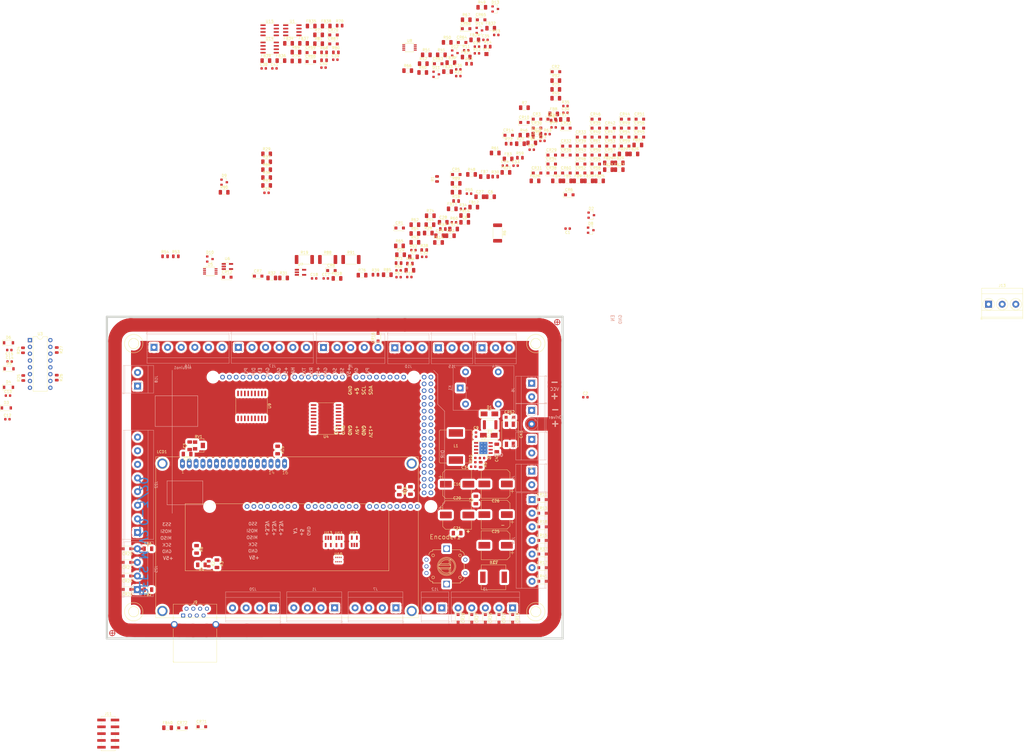
<source format=kicad_pcb>
(kicad_pcb (version 20171130) (host pcbnew 5.1.5-52549c5~86~ubuntu18.04.1)
  (layers (0 Top signal) (31 Bottom signal) (34 B.Paste user hide) (35 F.Paste user hide) (36 B.SilkS user) (37 F.SilkS user) (38 B.Mask user) (39 F.Mask user) (44 Edge.Cuts user))
  (net 0 "")
  (net 1 GND)
  (net 2 +5V)
  (net 3 +24V)
  (net 4 /BUZZ)
  (net 5 "Net-(LCD1-Pad3)")
  (net 6 "Net-(LCD1-Pad15)")
  (net 7 /PUL0)
  (net 8 /DIR0)
  (net 9 /ENA0)
  (net 10 /SENS0)
  (net 11 /SS1)
  (net 12 /ENA1)
  (net 13 /DIR1)
  (net 14 /PUL1)
  (net 15 /MISO)
  (net 16 /MOSI)
  (net 17 /SCK)
  (net 18 /SS0)
  (net 19 "Net-(D1-Pad1)")
  (net 20 "Net-(BZ1-Pad2)")
  (net 21 /TXD2)
  (net 22 /RXD2)
  (net 23 /LCD_D7)
  (net 24 /LCD_D6)
  (net 25 /LCD_D5)
  (net 26 /LCD_D4)
  (net 27 /LCD_E)
  (net 28 /LCD_RW)
  (net 29 /SDA)
  (net 30 /SCL)
  (net 31 /LCD_RS)
  (net 32 /ENC1SW)
  (net 33 /ENC1A)
  (net 34 /ENC1B)
  (net 35 /SAI_ALARM)
  (net 36 /RESETMOTOR)
  (net 37 /FC1)
  (net 38 /SW4)
  (net 39 /SW3)
  (net 40 /SW2)
  (net 41 /SW1)
  (net 42 /SENS1)
  (net 43 /LCD_D3)
  (net 44 /LCD_D2)
  (net 45 /LCD_D1)
  (net 46 /VALV1-)
  (net 47 /VALV1+)
  (net 48 /VALV0-)
  (net 49 /VALV0+)
  (net 50 /LED1)
  (net 51 /LED0)
  (net 52 /CAUDAL_PWR)
  (net 53 /CALDEO)
  (net 54 /LCD_PWM)
  (net 55 /DRV0_AL)
  (net 56 /DRV1_AL)
  (net 57 +3V3)
  (net 58 /LCD_D0)
  (net 59 "Net-(C9-Pad1)")
  (net 60 "Net-(C12-Pad1)")
  (net 61 "Net-(C13-Pad1)")
  (net 62 "Net-(C14-Pad1)")
  (net 63 "Net-(C15-Pad1)")
  (net 64 "Net-(C16-Pad1)")
  (net 65 "Net-(C17-Pad1)")
  (net 66 "Net-(C19-Pad1)")
  (net 67 "Net-(C23-Pad1)")
  (net 68 "Net-(C24-Pad1)")
  (net 69 "Net-(C30-Pad1)")
  (net 70 "Net-(C31-Pad1)")
  (net 71 "Net-(CR1-Pad1)")
  (net 72 "Net-(CR5-Pad1)")
  (net 73 "Net-(CR8-Pad1)")
  (net 74 "Net-(CR12-Pad1)")
  (net 75 "Net-(CR14-Pad1)")
  (net 76 /+24V_PreChoke)
  (net 77 /VALVOUT0-)
  (net 78 /VALOUT1+)
  (net 79 /VALVOUT1-)
  (net 80 /CAUDAL_GND)
  (net 81 /CAUDAL_HEAT_GND)
  (net 82 /LCD_BACKLIGHT)
  (net 83 "Net-(R1-Pad2)")
  (net 84 "Net-(R2-Pad2)")
  (net 85 "Net-(R10-Pad1)")
  (net 86 "Net-(R43-Pad2)")
  (net 87 "Net-(R44-Pad2)")
  (net 88 "Net-(R45-Pad2)")
  (net 89 "Net-(R46-Pad2)")
  (net 90 "Net-(R47-Pad2)")
  (net 91 "Net-(R48-Pad2)")
  (net 92 "Net-(R58-Pad2)")
  (net 93 "Net-(R59-Pad2)")
  (net 94 "Net-(R72-Pad2)")
  (net 95 "Net-(R73-Pad2)")
  (net 96 "Net-(K1-Pad2)")
  (net 97 "Net-(C9-Pad2)")
  (net 98 "Net-(C34-Pad1)")
  (net 99 GNDPWR)
  (net 100 "Net-(CR3-Pad1)")
  (net 101 "Net-(CR4-Pad1)")
  (net 102 "Net-(CR51-Pad1)")
  (net 103 "Net-(CR9-Pad1)")
  (net 104 "Net-(CR10-Pad1)")
  (net 105 "Net-(CR11-Pad1)")
  (net 106 "Net-(CR13-Pad1)")
  (net 107 "Net-(CR15-Pad1)")
  (net 108 "Net-(CR16-Pad1)")
  (net 109 "Net-(CR17-Pad1)")
  (net 110 "Net-(CR18-Pad1)")
  (net 111 "Net-(CR19-Pad1)")
  (net 112 "Net-(CR21-Pad1)")
  (net 113 "Net-(CR22-Pad1)")
  (net 114 "Net-(CR23-Pad1)")
  (net 115 "Net-(CR25-Pad1)")
  (net 116 "Net-(CR26-Pad1)")
  (net 117 "Net-(CR27-Pad1)")
  (net 118 "Net-(CR28-Pad1)")
  (net 119 /ALARM0)
  (net 120 /ALARM1)
  (net 121 "Net-(CR31-Pad1)")
  (net 122 "Net-(CR32-Pad1)")
  (net 123 "Net-(CR33-Pad1)")
  (net 124 "Net-(CR34-Pad1)")
  (net 125 "Net-(CR35-Pad1)")
  (net 126 "Net-(CR36-Pad1)")
  (net 127 "Net-(CR37-Pad1)")
  (net 128 "Net-(CR38-Pad1)")
  (net 129 "Net-(CR39-Pad1)")
  (net 130 "Net-(CR40-Pad1)")
  (net 131 "Net-(CR41-Pad1)")
  (net 132 "Net-(CR42-Pad1)")
  (net 133 "Net-(CR43-Pad1)")
  (net 134 "Net-(CR44-Pad1)")
  (net 135 "Net-(CR45-Pad1)")
  (net 136 "Net-(CR46-Pad1)")
  (net 137 "Net-(CR47-Pad1)")
  (net 138 "Net-(CR48-Pad1)")
  (net 139 "Net-(CR49-Pad1)")
  (net 140 "Net-(CR50-Pad1)")
  (net 141 "Net-(CR52-Pad1)")
  (net 142 "Net-(CR55-Pad1)")
  (net 143 "Net-(CR56-Pad1)")
  (net 144 "Net-(CR59-Pad1)")
  (net 145 "Net-(CR60-Pad1)")
  (net 146 "Net-(CR61-Pad1)")
  (net 147 "Net-(FB23-Pad2)")
  (net 148 "Net-(FB24-Pad2)")
  (net 149 "Net-(FB25-Pad2)")
  (net 150 "Net-(FB26-Pad2)")
  (net 151 "Net-(R3-Pad2)")
  (net 152 "Net-(R53-Pad1)")
  (net 153 "Net-(R54-Pad1)")
  (net 154 "Net-(R58-Pad1)")
  (net 155 "Net-(R59-Pad1)")
  (net 156 "Net-(R74-Pad2)")
  (net 157 "Net-(R75-Pad2)")
  (net 158 /SS2)
  (net 159 "Net-(C20-Pad1)")
  (net 160 "Net-(C35-Pad1)")
  (net 161 "Net-(CR63-Pad1)")
  (net 162 "Net-(CR64-Pad1)")
  (net 163 "Net-(CR65-Pad1)")
  (net 164 /SCK3V3)
  (net 165 /MISO3V3)
  (net 166 /MOSI3V3)
  (net 167 "Net-(R4-Pad1)")
  (net 168 /I2C_ENABLE0)
  (net 169 "Net-(R13-Pad2)")
  (net 170 "Net-(R13-Pad1)")
  (net 171 "Net-(R14-Pad1)")
  (net 172 "Net-(R14-Pad2)")
  (net 173 "Net-(R42-Pad1)")
  (net 174 "Net-(R79-Pad1)")
  (net 175 /FC0)
  (net 176 /SENS5)
  (net 177 /SENS4)
  (net 178 /SENS3)
  (net 179 /SENS2)
  (net 180 "Net-(CR2-Pad1)")
  (net 181 "Net-(CR24-Pad1)")
  (net 182 "Net-(CR67-Pad1)")
  (net 183 "Net-(CR68-Pad1)")
  (net 184 "Net-(CR69-Pad1)")
  (net 185 "Net-(CR70-Pad1)")
  (net 186 "Net-(FB34-Pad2)")
  (net 187 "Net-(FB35-Pad2)")
  (net 188 "Net-(FB36-Pad2)")
  (net 189 "Net-(FB37-Pad2)")
  (net 190 "Net-(FB38-Pad2)")
  (net 191 "Net-(FB39-Pad2)")
  (net 192 "Net-(R68-Pad2)")
  (net 193 "Net-(R69-Pad1)")
  (net 194 "Net-(R70-Pad2)")
  (net 195 "Net-(R71-Pad2)")
  (net 196 "Net-(R78-Pad2)")
  (net 197 "Net-(R80-Pad2)")
  (net 198 "Net-(R81-Pad2)")
  (net 199 /FAN)
  (net 200 /JTAG9)
  (net 201 /JTAG3)
  (net 202 /JTAG5)
  (net 203 /JTAG1)
  (net 204 /RESET)
  (net 205 "Net-(CR71-Pad1)")
  (net 206 "Net-(FB40-Pad2)")
  (net 207 "Net-(CR20-Pad1)")
  (net 208 "Net-(CK1-Pad3)")
  (net 209 "Net-(J6-Pad1)")
  (module Inductor_SMD:L_CommonMode_Wuerth_WE-SL2 (layer Top) (at 219.076 77.692 270)
    (fp_text reference CK1 (at 0 -4.2 90) (layer F.SilkS))
    (fp_text value CYSCM0905RTL-501)
    (pad 1 smd rect (at -3.75 -1.27 270) (size 2 1.2) (layers Top F.Paste F.Mask) (net 99 GNDPWR))
    (pad 2 smd rect (at 3.75 -1.27 270) (size 2 1.2) (layers Top F.Paste F.Mask) (net 1 GND))
    (pad 3 smd rect (at -3.75 1.27 270) (size 2 1.2) (layers Top F.Paste F.Mask) (net 208 "Net-(CK1-Pad3)"))
    (pad 4 smd rect (at 3.75 1.27 270) (size 2 1.2) (layers Top F.Paste F.Mask) (net 3 +24V))
  )
  (module Connector_RJ:RJ45_Hanrun_HR911105A (layer Top) (at 97.1814 145.3068)
    (fp_text reference J9 (at 4.45 -4.96) (layer F.SilkS))
    (fp_text value RJ45_Shielded)
    (pad 1 thru_hole roundrect (at 0 0) (size 1.5 1.5) (drill 0.9) (layers *.Cu *.Mask) (roundrect_rratio 0.167) (net 139 "Net-(CR49-Pad1)"))
    (pad 2 thru_hole circle (at 1.26 -2.54) (size 1.5 1.5) (drill 0.9) (layers *.Cu *.Mask) (net 138 "Net-(CR48-Pad1)"))
    (pad 3 thru_hole circle (at 2.54 0) (size 1.5 1.5) (drill 0.9) (layers *.Cu *.Mask) (net 140 "Net-(CR50-Pad1)"))
    (pad 4 thru_hole circle (at 3.8 -2.54) (size 1.5 1.5) (drill 0.9) (layers *.Cu *.Mask) (net 138 "Net-(CR48-Pad1)"))
    (pad 5 thru_hole circle (at 5.08 0) (size 1.5 1.5) (drill 0.9) (layers *.Cu *.Mask) (net 102 "Net-(CR51-Pad1)"))
    (pad 6 thru_hole circle (at 6.34 -2.54 90) (size 1.5 1.5) (drill 0.9) (layers *.Cu *.Mask) (net 138 "Net-(CR48-Pad1)"))
    (pad 7 thru_hole circle (at 7.62 0) (size 1.5 1.5) (drill 0.9) (layers *.Cu *.Mask) (net 139 "Net-(CR49-Pad1)"))
    (pad SH thru_hole circle (at -3.305 3.31) (size 2.5 2.5) (drill 1.63) (layers *.Cu *.Mask) (net 99 GNDPWR))
    (pad 8 thru_hole circle (at 8.88 -2.54) (size 1.5 1.5) (drill 0.9) (layers *.Cu *.Mask) (net 137 "Net-(CR47-Pad1)"))
    (pad SH thru_hole circle (at 12.185 3.31) (size 2.5 2.5) (drill 1.63) (layers *.Cu *.Mask) (net 99 GNDPWR))
  )
  (module TerminalBlock_Phoenix:TerminalBlock_Phoenix_MKDS-3-5-5.08_1x05_P5.08mm_Horizontal (layer Bottom) (at 220.0844 142.462 180)
    (fp_text reference J3 (at 10.16 6.96) (layer B.SilkS) (effects (justify mirror)))
    (fp_text value Pulsadores)
    (pad 1 thru_hole rect (at 0 0 180) (size 2.6 2.6) (drill 1.3) (layers *.Cu *.Mask) (net 111 "Net-(CR19-Pad1)"))
    (pad 2 thru_hole circle (at 5.08 0 180) (size 2.6 2.6) (drill 1.3) (layers *.Cu *.Mask) (net 114 "Net-(CR23-Pad1)"))
    (pad 3 thru_hole circle (at 10.16 0 180) (size 2.6 2.6) (drill 1.3) (layers *.Cu *.Mask) (net 116 "Net-(CR26-Pad1)"))
    (pad 4 thru_hole circle (at 15.24 0 180) (size 2.6 2.6) (drill 1.3) (layers *.Cu *.Mask) (net 117 "Net-(CR27-Pad1)"))
    (pad 5 thru_hole circle (at 20.32 0 180) (size 2.6 2.6) (drill 1.3) (layers *.Cu *.Mask) (net 118 "Net-(CR28-Pad1)"))
  )
  (module REES:HOLES_3,6 (layer Top) (at 228.74 43.86)
    (fp_text reference H1 hide)
    (fp_text value HOLES_MOUNT-HOLE3.6 hide)
    (pad "" np_thru_hole circle (at 0 0) (size 3.6 3.6) (drill 3.6) (layers *.Cu *.Mask))
  )
  (module REES:Arduino_Mega2560_Shield (layer Top) (at 93.092 107.156)
    (fp_text reference Arduino1 (at 3.86 -54.31) (layer B.SilkS) (effects (justify mirror)))
    (fp_text value Arduino_Mega2560_Shield)
    (pad GND6 thru_hole oval (at 96.52 -7.62) (size 1.7272 1.7272) (drill 1.016) (layers *.Cu *.Mask) (net 1 GND))
    (pad GND5 thru_hole oval (at 93.98 -7.62) (size 1.7272 1.7272) (drill 1.016) (layers *.Cu *.Mask) (net 1 GND))
    (pad D53 thru_hole oval (at 96.52 -10.16) (size 1.7272 1.7272) (drill 1.016) (layers *.Cu *.Mask) (net 18 /SS0))
    (pad D52 thru_hole oval (at 93.98 -10.16) (size 1.7272 1.7272) (drill 1.016) (layers *.Cu *.Mask) (net 17 /SCK))
    (pad D51 thru_hole oval (at 96.52 -12.7) (size 1.7272 1.7272) (drill 1.016) (layers *.Cu *.Mask) (net 16 /MOSI))
    (pad D50 thru_hole oval (at 93.98 -12.7) (size 1.7272 1.7272) (drill 1.016) (layers *.Cu *.Mask) (net 15 /MISO))
    (pad D49 thru_hole oval (at 96.52 -15.24) (size 1.7272 1.7272) (drill 1.016) (layers *.Cu *.Mask))
    (pad D48 thru_hole oval (at 93.98 -15.24) (size 1.7272 1.7272) (drill 1.016) (layers *.Cu *.Mask) (net 11 /SS1))
    (pad D47 thru_hole oval (at 96.52 -17.78) (size 1.7272 1.7272) (drill 1.016) (layers *.Cu *.Mask) (net 41 /SW1))
    (pad D46 thru_hole oval (at 93.98 -17.78) (size 1.7272 1.7272) (drill 1.016) (layers *.Cu *.Mask))
    (pad D45 thru_hole oval (at 96.52 -20.32) (size 1.7272 1.7272) (drill 1.016) (layers *.Cu *.Mask))
    (pad D44 thru_hole oval (at 93.98 -20.32) (size 1.7272 1.7272) (drill 1.016) (layers *.Cu *.Mask) (net 199 /FAN))
    (pad D43 thru_hole oval (at 96.52 -22.86) (size 1.7272 1.7272) (drill 1.016) (layers *.Cu *.Mask) (net 40 /SW2))
    (pad D42 thru_hole oval (at 93.98 -22.86) (size 1.7272 1.7272) (drill 1.016) (layers *.Cu *.Mask) (net 158 /SS2))
    (pad D41 thru_hole oval (at 96.52 -25.4) (size 1.7272 1.7272) (drill 1.016) (layers *.Cu *.Mask) (net 39 /SW3))
    (pad D40 thru_hole oval (at 93.98 -25.4) (size 1.7272 1.7272) (drill 1.016) (layers *.Cu *.Mask) (net 9 /ENA0))
    (pad D39 thru_hole oval (at 96.52 -27.94) (size 1.7272 1.7272) (drill 1.016) (layers *.Cu *.Mask) (net 38 /SW4))
    (pad D38 thru_hole oval (at 93.98 -27.94) (size 1.7272 1.7272) (drill 1.016) (layers *.Cu *.Mask) (net 8 /DIR0))
    (pad D37 thru_hole oval (at 96.52 -30.48) (size 1.7272 1.7272) (drill 1.016) (layers *.Cu *.Mask) (net 34 /ENC1B))
    (pad D36 thru_hole oval (at 93.98 -30.48) (size 1.7272 1.7272) (drill 1.016) (layers *.Cu *.Mask) (net 7 /PUL0))
    (pad D35 thru_hole oval (at 96.52 -33.02) (size 1.7272 1.7272) (drill 1.016) (layers *.Cu *.Mask) (net 33 /ENC1A))
    (pad D34 thru_hole oval (at 93.98 -33.02) (size 1.7272 1.7272) (drill 1.016) (layers *.Cu *.Mask) (net 12 /ENA1))
    (pad D33 thru_hole oval (at 96.52 -35.56) (size 1.7272 1.7272) (drill 1.016) (layers *.Cu *.Mask) (net 32 /ENC1SW))
    (pad D32 thru_hole oval (at 93.98 -35.56) (size 1.7272 1.7272) (drill 1.016) (layers *.Cu *.Mask) (net 13 /DIR1))
    (pad D31 thru_hole oval (at 96.52 -38.1) (size 1.7272 1.7272) (drill 1.016) (layers *.Cu *.Mask) (net 36 /RESETMOTOR))
    (pad D30 thru_hole oval (at 93.98 -38.1) (size 1.7272 1.7272) (drill 1.016) (layers *.Cu *.Mask) (net 14 /PUL1))
    (pad D29 thru_hole oval (at 96.52 -40.64) (size 1.7272 1.7272) (drill 1.016) (layers *.Cu *.Mask) (net 23 /LCD_D7))
    (pad D28 thru_hole oval (at 93.98 -40.64) (size 1.7272 1.7272) (drill 1.016) (layers *.Cu *.Mask) (net 24 /LCD_D6))
    (pad D27 thru_hole oval (at 96.52 -43.18) (size 1.7272 1.7272) (drill 1.016) (layers *.Cu *.Mask) (net 25 /LCD_D5))
    (pad D26 thru_hole oval (at 93.98 -43.18) (size 1.7272 1.7272) (drill 1.016) (layers *.Cu *.Mask) (net 26 /LCD_D4))
    (pad D25 thru_hole oval (at 96.52 -45.72) (size 1.7272 1.7272) (drill 1.016) (layers *.Cu *.Mask) (net 43 /LCD_D3))
    (pad D24 thru_hole oval (at 93.98 -45.72) (size 1.7272 1.7272) (drill 1.016) (layers *.Cu *.Mask) (net 44 /LCD_D2))
    (pad D23 thru_hole oval (at 96.52 -48.26) (size 1.7272 1.7272) (drill 1.016) (layers *.Cu *.Mask) (net 45 /LCD_D1))
    (pad D22 thru_hole oval (at 93.98 -48.26) (size 1.7272 1.7272) (drill 1.016) (layers *.Cu *.Mask) (net 58 /LCD_D0))
    (pad 5V4 thru_hole oval (at 96.52 -50.8) (size 1.7272 1.7272) (drill 1.016) (layers *.Cu *.Mask) (net 2 +5V))
    (pad 5V3 thru_hole oval (at 93.98 -50.8) (size 1.7272 1.7272) (drill 1.016) (layers *.Cu *.Mask) (net 2 +5V))
    (pad A15 thru_hole oval (at 91.44 -2.54) (size 1.7272 1.7272) (drill 1.016) (layers *.Cu *.Mask))
    (pad A14 thru_hole oval (at 88.9 -2.54) (size 1.7272 1.7272) (drill 1.016) (layers *.Cu *.Mask) (net 35 /SAI_ALARM))
    (pad A13 thru_hole oval (at 86.36 -2.54) (size 1.7272 1.7272) (drill 1.016) (layers *.Cu *.Mask) (net 176 /SENS5))
    (pad A12 thru_hole oval (at 83.82 -2.54) (size 1.7272 1.7272) (drill 1.016) (layers *.Cu *.Mask) (net 177 /SENS4))
    (pad A11 thru_hole oval (at 81.28 -2.54) (size 1.7272 1.7272) (drill 1.016) (layers *.Cu *.Mask) (net 178 /SENS3))
    (pad A10 thru_hole oval (at 78.74 -2.54) (size 1.7272 1.7272) (drill 1.016) (layers *.Cu *.Mask) (net 179 /SENS2))
    (pad A9 thru_hole oval (at 76.2 -2.54) (size 1.7272 1.7272) (drill 1.016) (layers *.Cu *.Mask) (net 42 /SENS1))
    (pad A8 thru_hole oval (at 73.66 -2.54) (size 1.7272 1.7272) (drill 1.016) (layers *.Cu *.Mask) (net 10 /SENS0))
    (pad A7 thru_hole oval (at 68.58 -2.54) (size 1.7272 1.7272) (drill 1.016) (layers *.Cu *.Mask) (net 200 /JTAG9))
    (pad A6 thru_hole oval (at 66.04 -2.54) (size 1.7272 1.7272) (drill 1.016) (layers *.Cu *.Mask) (net 201 /JTAG3))
    (pad A5 thru_hole oval (at 63.5 -2.54) (size 1.7272 1.7272) (drill 1.016) (layers *.Cu *.Mask) (net 202 /JTAG5))
    (pad A4 thru_hole oval (at 60.96 -2.54) (size 1.7272 1.7272) (drill 1.016) (layers *.Cu *.Mask) (net 203 /JTAG1))
    (pad A3 thru_hole oval (at 58.42 -2.54) (size 1.7272 1.7272) (drill 1.016) (layers *.Cu *.Mask))
    (pad A2 thru_hole oval (at 55.88 -2.54) (size 1.7272 1.7272) (drill 1.016) (layers *.Cu *.Mask))
    (pad A1 thru_hole oval (at 53.34 -2.54) (size 1.7272 1.7272) (drill 1.016) (layers *.Cu *.Mask) (net 37 /FC1))
    (pad "" thru_hole oval (at 27.94 -2.54) (size 1.7272 1.7272) (drill 1.016) (layers *.Cu *.Mask))
    (pad D11 thru_hole oval (at 34.036 -50.8) (size 1.7272 1.7272) (drill 1.016) (layers *.Cu *.Mask) (net 31 /LCD_RS))
    (pad D12 thru_hole oval (at 31.496 -50.8) (size 1.7272 1.7272) (drill 1.016) (layers *.Cu *.Mask) (net 27 /LCD_E))
    (pad D13 thru_hole oval (at 28.956 -50.8) (size 1.7272 1.7272) (drill 1.016) (layers *.Cu *.Mask))
    (pad AREF thru_hole oval (at 23.876 -50.8) (size 1.7272 1.7272) (drill 1.016) (layers *.Cu *.Mask))
    (pad SDA thru_hole oval (at 21.336 -50.8) (size 1.7272 1.7272) (drill 1.016) (layers *.Cu *.Mask))
    (pad SCL thru_hole oval (at 18.796 -50.8) (size 1.7272 1.7272) (drill 1.016) (layers *.Cu *.Mask))
    (pad "" np_thru_hole circle (at 13.97 -2.54) (size 3.2 3.2) (drill 3.2) (layers *.Cu *.Mask))
    (pad "" np_thru_hole circle (at 96.52 -2.54) (size 3.2 3.2) (drill 3.2) (layers *.Cu *.Mask))
    (pad "" np_thru_hole circle (at 15.24 -50.8) (size 3.2 3.2) (drill 3.2) (layers *.Cu *.Mask))
    (pad "" np_thru_hole circle (at 90.17 -50.8) (size 3.2 3.2) (drill 3.2) (layers *.Cu *.Mask))
    (pad D10 thru_hole oval (at 36.576 -50.8) (size 1.7272 1.7272) (drill 1.016) (layers *.Cu *.Mask) (net 46 /VALV1-))
    (pad D9 thru_hole oval (at 39.116 -50.8) (size 1.7272 1.7272) (drill 1.016) (layers *.Cu *.Mask) (net 47 /VALV1+))
    (pad D8 thru_hole oval (at 41.656 -50.8) (size 1.7272 1.7272) (drill 1.016) (layers *.Cu *.Mask) (net 48 /VALV0-))
    (pad GND1 thru_hole oval (at 26.416 -50.8) (size 1.7272 1.7272) (drill 1.016) (layers *.Cu *.Mask) (net 1 GND))
    (pad D7 thru_hole oval (at 45.72 -50.8) (size 1.7272 1.7272) (drill 1.016) (layers *.Cu *.Mask) (net 49 /VALV0+))
    (pad D6 thru_hole oval (at 48.26 -50.8) (size 1.7272 1.7272) (drill 1.016) (layers *.Cu *.Mask) (net 50 /LED1))
    (pad D5 thru_hole oval (at 50.8 -50.8) (size 1.7272 1.7272) (drill 1.016) (layers *.Cu *.Mask) (net 51 /LED0))
    (pad D4 thru_hole oval (at 53.34 -50.8) (size 1.7272 1.7272) (drill 1.016) (layers *.Cu *.Mask) (net 4 /BUZZ))
    (pad D3 thru_hole oval (at 55.88 -50.8) (size 1.7272 1.7272) (drill 1.016) (layers *.Cu *.Mask) (net 52 /CAUDAL_PWR))
    (pad D2 thru_hole oval (at 58.42 -50.8) (size 1.7272 1.7272) (drill 1.016) (layers *.Cu *.Mask) (net 53 /CALDEO))
    (pad D1 thru_hole oval (at 60.96 -50.8) (size 1.7272 1.7272) (drill 1.016) (layers *.Cu *.Mask))
    (pad D0 thru_hole oval (at 63.5 -50.8) (size 1.7272 1.7272) (drill 1.016) (layers *.Cu *.Mask))
    (pad D14 thru_hole oval (at 68.58 -50.8) (size 1.7272 1.7272) (drill 1.016) (layers *.Cu *.Mask) (net 54 /LCD_PWM))
    (pad D15 thru_hole oval (at 71.12 -50.8) (size 1.7272 1.7272) (drill 1.016) (layers *.Cu *.Mask) (net 28 /LCD_RW))
    (pad D16 thru_hole oval (at 73.66 -50.8) (size 1.7272 1.7272) (drill 1.016) (layers *.Cu *.Mask) (net 21 /TXD2))
    (pad D17 thru_hole oval (at 76.2 -50.8) (size 1.7272 1.7272) (drill 1.016) (layers *.Cu *.Mask) (net 22 /RXD2))
    (pad D18 thru_hole oval (at 78.74 -50.8) (size 1.7272 1.7272) (drill 1.016) (layers *.Cu *.Mask) (net 55 /DRV0_AL))
    (pad D19 thru_hole oval (at 81.28 -50.8) (size 1.7272 1.7272) (drill 1.016) (layers *.Cu *.Mask) (net 56 /DRV1_AL))
    (pad D20 thru_hole oval (at 83.82 -50.8) (size 1.7272 1.7272) (drill 1.016) (layers *.Cu *.Mask) (net 29 /SDA))
    (pad D21 thru_hole oval (at 86.36 -50.8) (size 1.7272 1.7272) (drill 1.016) (layers *.Cu *.Mask) (net 30 /SCL))
    (pad IORF thru_hole oval (at 30.48 -2.54) (size 1.7272 1.7272) (drill 1.016) (layers *.Cu *.Mask))
    (pad RST1 thru_hole oval (at 33.02 -2.54) (size 1.7272 1.7272) (drill 1.016) (layers *.Cu *.Mask) (net 204 /RESET))
    (pad 3V3 thru_hole oval (at 35.56 -2.54) (size 1.7272 1.7272) (drill 1.016) (layers *.Cu *.Mask) (net 57 +3V3))
    (pad 5V1 thru_hole oval (at 38.1 -2.54) (size 1.7272 1.7272) (drill 1.016) (layers *.Cu *.Mask) (net 2 +5V))
    (pad GND2 thru_hole oval (at 40.64 -2.54) (size 1.7272 1.7272) (drill 1.016) (layers *.Cu *.Mask) (net 1 GND))
    (pad GND3 thru_hole oval (at 43.18 -2.54) (size 1.7272 1.7272) (drill 1.016) (layers *.Cu *.Mask) (net 1 GND))
    (pad VIN thru_hole oval (at 45.72 -2.54) (size 1.7272 1.7272) (drill 1.016) (layers *.Cu *.Mask) (net 2 +5V))
    (pad A0 thru_hole oval (at 50.8 -2.54) (size 1.7272 1.7272) (drill 1.016) (layers *.Cu *.Mask) (net 175 /FC0))
  )
  (module REES:PEC12_INCREMENTAL_ENCODER (layer Top) (at 195.454 126.968 270)
    (fp_text reference SW1 hide)
    (fp_text value Encoder1 (at -10 -5.48 180) (layer F.SilkS) (effects (font (size 1.6891 1.6891) (thickness 0.1778)) (justify right bottom)))
    (pad GND@2 thru_hole rect (at 6.6 0 270) (size 2.4 2.4) (drill 1.9) (layers *.Cu *.Mask) (net 1 GND))
    (pad GND@1 thru_hole rect (at -6.6 0 270) (size 2.4 2.4) (drill 1.9) (layers *.Cu *.Mask) (net 1 GND))
    (pad B thru_hole circle (at 2.5 7.5 270) (size 1.5 1.5) (drill 1) (layers *.Cu *.Mask) (net 34 /ENC1B))
    (pad C thru_hole circle (at 0 7.5 270) (size 1.5 1.5) (drill 1) (layers *.Cu *.Mask) (net 1 GND))
    (pad A thru_hole circle (at -2.5 7.5 270) (size 1.5 1.5) (drill 1) (layers *.Cu *.Mask) (net 33 /ENC1A))
    (pad P2 thru_hole circle (at 2.5 -7 270) (size 1.5 1.5) (drill 1) (layers *.Cu *.Mask) (net 1 GND))
    (pad P1 thru_hole circle (at -2.5 -7 270) (size 1.5 1.5) (drill 1) (layers *.Cu *.Mask) (net 32 /ENC1SW))
  )
  (module REES:L2034-T (layer Top) (at 135.04 116.56)
    (fp_text reference LCD1 (at -47.7469 -31.7571) (layer F.SilkS) (effects (justify left bottom)))
    (fp_text value LCD_L2034_T hide)
    (fp_text user 16 (at -1.0109 -23.8831) (layer F.SilkS) (effects (font (size 1.2065 1.2065) (thickness 0.1016)) (justify left bottom)))
    (fp_text user 14 (at -6.0909 -23.8831) (layer F.SilkS) (effects (font (size 1.2065 1.2065) (thickness 0.1016)) (justify left bottom)))
    (fp_text user 1 (at -38.6029 -24.1371) (layer F.SilkS) (effects (font (size 1.2065 1.2065) (thickness 0.1016)) (justify left bottom)))
    (pad P$4 thru_hole circle (at 47.4051 -27.9471) (size 3.81 3.81) (drill 2.54) (layers *.Cu *.Mask))
    (pad P$3 thru_hole circle (at 47.4151 27.0529) (size 3.81 3.81) (drill 2.54) (layers *.Cu *.Mask))
    (pad P$2 thru_hole circle (at -45.5949 27.0529) (size 3.81 3.81) (drill 2.54) (layers *.Cu *.Mask))
    (pad P$1 thru_hole circle (at -45.6049 -27.9371) (size 3.81 3.81) (drill 2.54) (layers *.Cu *.Mask))
    (pad 16 thru_hole oval (at -0.0076 -27.9471 270) (size 3.556 1.778) (drill 1.016) (layers *.Cu *.Mask) (net 82 /LCD_BACKLIGHT))
    (pad 15 thru_hole oval (at -2.5476 -27.9471 270) (size 3.556 1.778) (drill 1.016) (layers *.Cu *.Mask) (net 6 "Net-(LCD1-Pad15)"))
    (pad 14 thru_hole oval (at -5.0876 -27.9471 270) (size 3.556 1.778) (drill 1.016) (layers *.Cu *.Mask) (net 23 /LCD_D7))
    (pad 13 thru_hole oval (at -7.6276 -27.9471 270) (size 3.556 1.778) (drill 1.016) (layers *.Cu *.Mask) (net 24 /LCD_D6))
    (pad 12 thru_hole oval (at -10.1676 -27.9471 270) (size 3.556 1.778) (drill 1.016) (layers *.Cu *.Mask) (net 25 /LCD_D5))
    (pad 11 thru_hole oval (at -12.7076 -27.9471 270) (size 3.556 1.778) (drill 1.016) (layers *.Cu *.Mask) (net 26 /LCD_D4))
    (pad 10 thru_hole oval (at -15.2476 -27.9471 270) (size 3.556 1.778) (drill 1.016) (layers *.Cu *.Mask) (net 43 /LCD_D3))
    (pad 9 thru_hole oval (at -17.7876 -27.9471 270) (size 3.556 1.778) (drill 1.016) (layers *.Cu *.Mask) (net 44 /LCD_D2))
    (pad 8 thru_hole oval (at -20.3276 -27.9471 270) (size 3.556 1.778) (drill 1.016) (layers *.Cu *.Mask) (net 45 /LCD_D1))
    (pad 7 thru_hole oval (at -22.8676 -27.9471 270) (size 3.556 1.778) (drill 1.016) (layers *.Cu *.Mask) (net 58 /LCD_D0))
    (pad 6 thru_hole oval (at -25.4076 -27.9471 270) (size 3.556 1.778) (drill 1.016) (layers *.Cu *.Mask) (net 27 /LCD_E))
    (pad 5 thru_hole oval (at -27.9476 -27.9471 270) (size 3.556 1.778) (drill 1.016) (layers *.Cu *.Mask) (net 28 /LCD_RW))
    (pad 4 thru_hole oval (at -30.4876 -27.9471 270) (size 3.556 1.778) (drill 1.016) (layers *.Cu *.Mask) (net 31 /LCD_RS))
    (pad 3 thru_hole oval (at -33.0276 -27.9471 270) (size 3.556 1.778) (drill 1.016) (layers *.Cu *.Mask) (net 5 "Net-(LCD1-Pad3)"))
    (pad 2 thru_hole oval (at -35.5676 -27.9471 270) (size 3.556 1.778) (drill 1.016) (layers *.Cu *.Mask) (net 2 +5V))
    (pad 1 thru_hole oval (at -38.1076 -27.9471 270) (size 3.556 1.778) (drill 1.016) (layers *.Cu *.Mask) (net 1 GND))
  )
  (module REES:HOLES_3,6 (layer Top) (at 78.74 43.86)
    (fp_text reference H4 hide)
    (fp_text value HOLES_MOUNT-HOLE3.6 hide)
    (pad "" np_thru_hole circle (at 0 0) (size 3.6 3.6) (drill 3.6) (layers *.Cu *.Mask))
  )
  (module REES:HOLES_3,6 (layer Top) (at 78.74 143.86)
    (fp_text reference H3 hide)
    (fp_text value HOLES_MOUNT-HOLE3.6 hide)
    (pad "" np_thru_hole circle (at 0 0) (size 3.6 3.6) (drill 3.6) (layers *.Cu *.Mask))
  )
  (module REES:HOLES_3,6 (layer Top) (at 228.74 143.86)
    (fp_text reference H2 hide)
    (fp_text value HOLES_MOUNT-HOLE3.6 hide)
    (pad "" np_thru_hole circle (at 0 0) (size 3.6 3.6) (drill 3.6) (layers *.Cu *.Mask))
  )
  (module Buzzer_Beeper:Buzzer_CUI_CPT-9019S-SMT (layer Top) (at 212.98 131.032)
    (fp_text reference BZ1 (at 0 -5.5) (layer F.SilkS))
    (fp_text value MLT-9650)
    (pad 1 smd rect (at -4 0) (size 2 4.2) (layers Top F.Paste F.Mask) (net 2 +5V))
    (pad 2 smd rect (at 4 0) (size 2 4.2) (layers Top F.Paste F.Mask) (net 20 "Net-(BZ1-Pad2)"))
  )
  (module Capacitor_SMD:C_0603_1608Metric (layer Top) (at 240.6275 0.96 180)
    (fp_text reference C1 (at 0 -1.43) (layer F.SilkS))
    (fp_text value 27nF)
    (pad 2 smd roundrect (at 0.7875 0 180) (size 0.875 0.95) (layers Top F.Paste F.Mask) (net 1 GND))
    (pad 1 smd roundrect (at -0.7875 0 180) (size 0.875 0.95) (layers Top F.Paste F.Mask) (net 10 /SENS0))
  )
  (module Capacitor_SMD:CP_Elec_10x10.5 (layer Top) (at 213.742 119.094 180)
    (fp_text reference C7 (at 0 -6.3) (layer F.SilkS))
    (fp_text value 330uF)
    (pad 1 smd roundrect (at -4.2 0 180) (size 4.4 2.5) (layers Top F.Paste F.Mask) (roundrect_rratio 0.1) (net 3 +24V))
    (pad 2 smd roundrect (at 4.2 0 180) (size 4.4 2.5) (layers Top F.Paste F.Mask) (roundrect_rratio 0.1) (net 1 GND))
  )
  (module Capacitor_SMD:C_0603_1608Metric (layer Top) (at 206.4268 77.8012 90)
    (fp_text reference C9 (at 2.5 0 180) (layer F.SilkS))
    (fp_text value 10nF)
    (pad 1 smd roundrect (at -0.7875 0 90) (size 0.875 0.95) (layers Top F.Paste F.Mask) (net 59 "Net-(C9-Pad1)"))
    (pad 2 smd roundrect (at 0.7875 0 90) (size 0.875 0.95) (layers Top F.Paste F.Mask) (net 97 "Net-(C9-Pad2)"))
  )
  (module Capacitor_SMD:C_0603_1608Metric (layer Top) (at 181.565001 19.025001)
    (fp_text reference C11 (at 0 -1.43) (layer F.SilkS))
    (fp_text value 100nF)
    (pad 2 smd roundrect (at 0.7875 0) (size 0.875 0.95) (layers Top F.Paste F.Mask) (net 1 GND))
    (pad 1 smd roundrect (at -0.7875 0) (size 0.875 0.95) (layers Top F.Paste F.Mask) (net 175 /FC0))
  )
  (module Capacitor_SMD:C_0603_1608Metric (layer Top) (at 31.64 72.06)
    (fp_text reference C12 (at 0 -1.43) (layer F.SilkS))
    (fp_text value 1.5nF)
    (pad 1 smd roundrect (at -0.7875 0) (size 0.875 0.95) (layers Top F.Paste F.Mask) (net 60 "Net-(C12-Pad1)"))
    (pad 2 smd roundrect (at 0.7875 0) (size 0.875 0.95) (layers Top F.Paste F.Mask) (net 49 /VALV0+))
  )
  (module Capacitor_SMD:C_0603_1608Metric (layer Top) (at 31.84 63.26)
    (fp_text reference C13 (at 0 -1.43) (layer F.SilkS))
    (fp_text value 1.5nF)
    (pad 2 smd roundrect (at 0.7875 0) (size 0.875 0.95) (layers Top F.Paste F.Mask) (net 48 /VALV0-))
    (pad 1 smd roundrect (at -0.7875 0) (size 0.875 0.95) (layers Top F.Paste F.Mask) (net 61 "Net-(C13-Pad1)"))
  )
  (module Capacitor_SMD:C_0603_1608Metric (layer Top) (at 32.4525 50.56)
    (fp_text reference C14 (at 0 -1.43) (layer F.SilkS))
    (fp_text value 1.5nF)
    (pad 1 smd roundrect (at -0.7875 0) (size 0.875 0.95) (layers Top F.Paste F.Mask) (net 62 "Net-(C14-Pad1)"))
    (pad 2 smd roundrect (at 0.7875 0) (size 0.875 0.95) (layers Top F.Paste F.Mask) (net 47 /VALV1+))
  )
  (module Capacitor_SMD:C_0603_1608Metric (layer Top) (at 32.34 46.26 180)
    (fp_text reference C15 (at 0 -1.43) (layer F.SilkS))
    (fp_text value 1.5nF)
    (pad 2 smd roundrect (at 0.7875 0 180) (size 0.875 0.95) (layers Top F.Paste F.Mask) (net 46 /VALV1-))
    (pad 1 smd roundrect (at -0.7875 0 180) (size 0.875 0.95) (layers Top F.Paste F.Mask) (net 63 "Net-(C15-Pad1)"))
  )
  (module Capacitor_SMD:CP_Elec_10x10.5 (layer Top) (at 199.3828 96.3012)
    (fp_text reference C16 (at 0 0) (layer F.SilkS))
    (fp_text value 1000uF)
    (pad 2 smd roundrect (at 4.2 0) (size 4.4 2.5) (layers Top F.Paste F.Mask) (roundrect_rratio 0.1) (net 1 GND))
    (pad 1 smd roundrect (at -4.2 0) (size 4.4 2.5) (layers Top F.Paste F.Mask) (roundrect_rratio 0.1) (net 64 "Net-(C16-Pad1)"))
  )
  (module Capacitor_SMD:CP_Elec_10x10.5 (layer Top) (at 199.3828 107.8012)
    (fp_text reference C20 (at 0 -6.3) (layer F.SilkS))
    (fp_text value 1000uF)
    (pad 1 smd roundrect (at -4.2 0) (size 4.4 2.5) (layers Top F.Paste F.Mask) (roundrect_rratio 0.1) (net 159 "Net-(C20-Pad1)"))
    (pad 2 smd roundrect (at 4.2 0) (size 4.4 2.5) (layers Top F.Paste F.Mask) (roundrect_rratio 0.1) (net 1 GND))
  )
  (module Capacitor_SMD:C_0603_1608Metric (layer Top) (at 231.235001 -31.764999)
    (fp_text reference C23 (at 0 -1.43) (layer F.SilkS))
    (fp_text value 1uF)
    (pad 1 smd roundrect (at -0.7875 0) (size 0.875 0.95) (layers Top F.Paste F.Mask) (net 67 "Net-(C23-Pad1)"))
    (pad 2 smd roundrect (at 0.7875 0) (size 0.875 0.95) (layers Top F.Paste F.Mask) (net 1 GND))
  )
  (module Capacitor_SMD:C_0603_1608Metric (layer Top) (at 217.205001 -22.514999)
    (fp_text reference C24 (at 0 -1.43) (layer F.SilkS))
    (fp_text value 1uF)
    (pad 1 smd roundrect (at -0.7875 0) (size 0.875 0.95) (layers Top F.Paste F.Mask) (net 68 "Net-(C24-Pad1)"))
    (pad 2 smd roundrect (at 0.7875 0) (size 0.875 0.95) (layers Top F.Paste F.Mask) (net 1 GND))
  )
  (module Capacitor_SMD:C_0603_1608Metric (layer Top) (at 239.805001 -42.254999)
    (fp_text reference C30 (at 0 -1.43) (layer F.SilkS))
    (fp_text value 1uF)
    (pad 2 smd roundrect (at 0.7875 0) (size 0.875 0.95) (layers Top F.Paste F.Mask) (net 1 GND))
    (pad 1 smd roundrect (at -0.7875 0) (size 0.875 0.95) (layers Top F.Paste F.Mask) (net 69 "Net-(C30-Pad1)"))
  )
  (module Capacitor_SMD:C_0603_1608Metric (layer Top) (at 227.225001 -28.474999)
    (fp_text reference C31 (at 0 -1.43) (layer F.SilkS))
    (fp_text value 100pF)
    (pad 2 smd roundrect (at 0.7875 0) (size 0.875 0.95) (layers Top F.Paste F.Mask) (net 1 GND))
    (pad 1 smd roundrect (at -0.7875 0) (size 0.875 0.95) (layers Top F.Paste F.Mask) (net 70 "Net-(C31-Pad1)"))
  )
  (module Capacitor_SMD:C_0603_1608Metric (layer Top) (at 187.115001 11.495001)
    (fp_text reference C32 (at 0 -1.43) (layer F.SilkS))
    (fp_text value 100nF)
    (pad 2 smd roundrect (at 0.7875 0) (size 0.875 0.95) (layers Top F.Paste F.Mask) (net 1 GND))
    (pad 1 smd roundrect (at -0.7875 0) (size 0.875 0.95) (layers Top F.Paste F.Mask) (net 55 /DRV0_AL))
  )
  (module Capacitor_SMD:C_0603_1608Metric (layer Top) (at 221.215001 -22.514999)
    (fp_text reference C33 (at 0 -1.43) (layer F.SilkS))
    (fp_text value 100nF)
    (pad 1 smd roundrect (at -0.7875 0) (size 0.875 0.95) (layers Top F.Paste F.Mask) (net 56 /DRV1_AL))
    (pad 2 smd roundrect (at 0.7875 0) (size 0.875 0.95) (layers Top F.Paste F.Mask) (net 1 GND))
  )
  (module Diode_SMD:D_SMA (layer Top) (at 211.456 70.072)
    (fp_text reference D1 (at 0 -2.5) (layer F.SilkS))
    (fp_text value 1N4007)
    (pad 1 smd rect (at -2 0) (size 2.5 1.8) (layers Top F.Paste F.Mask) (net 19 "Net-(D1-Pad1)"))
    (pad 2 smd rect (at 2 0) (size 2.5 1.8) (layers Top F.Paste F.Mask) (net 76 /+24V_PreChoke))
  )
  (module Diode_SMD:D_SOD-123 (layer Top) (at 31.24 67.86)
    (fp_text reference D3 (at 0 -2) (layer F.SilkS))
    (fp_text value 1N4148)
    (pad 2 smd rect (at 1.65 0) (size 0.9 1.2) (layers Top F.Paste F.Mask) (net 60 "Net-(C12-Pad1)"))
    (pad 1 smd rect (at -1.65 0) (size 0.9 1.2) (layers Top F.Paste F.Mask) (net 49 /VALV0+))
  )
  (module Diode_SMD:D_SOD-123 (layer Top) (at 32.04 60.16)
    (fp_text reference D4 (at 0 -2) (layer F.SilkS))
    (fp_text value 1N4148)
    (pad 1 smd rect (at -1.65 0) (size 0.9 1.2) (layers Top F.Paste F.Mask) (net 48 /VALV0-))
    (pad 2 smd rect (at 1.65 0) (size 0.9 1.2) (layers Top F.Paste F.Mask) (net 61 "Net-(C13-Pad1)"))
  )
  (module Diode_SMD:D_SOD-123 (layer Top) (at 32.24 53.26)
    (fp_text reference D5 (at 0 -2) (layer F.SilkS))
    (fp_text value 1N4148)
    (pad 2 smd rect (at 1.65 0) (size 0.9 1.2) (layers Top F.Paste F.Mask) (net 62 "Net-(C14-Pad1)"))
    (pad 1 smd rect (at -1.65 0) (size 0.9 1.2) (layers Top F.Paste F.Mask) (net 47 /VALV1+))
  )
  (module Diode_SMD:D_SOD-123 (layer Top) (at 32.04 43.56)
    (fp_text reference D6 (at 0 -2) (layer F.SilkS))
    (fp_text value 1N4148)
    (pad 1 smd rect (at -1.65 0) (size 0.9 1.2) (layers Top F.Paste F.Mask) (net 46 /VALV1-))
    (pad 2 smd rect (at 1.65 0) (size 0.9 1.2) (layers Top F.Paste F.Mask) (net 63 "Net-(C15-Pad1)"))
  )
  (module Diode_SMD:D_SMA (layer Top) (at 211.1768 78.0512 180)
    (fp_text reference D7 (at 0 0 90) (layer F.SilkS))
    (fp_text value B340AF-13)
    (pad 2 smd rect (at 2 0 180) (size 2.5 1.8) (layers Top F.Paste F.Mask) (net 1 GND))
    (pad 1 smd rect (at -2 0 180) (size 2.5 1.8) (layers Top F.Paste F.Mask) (net 97 "Net-(C9-Pad2)"))
  )
  (module Diode_SMD:D_SOT-23_ANK (layer Top) (at 249.24 1.56)
    (fp_text reference D8 (at 0 -2.5) (layer F.SilkS))
    (fp_text value BAS40)
    (pad 2 smd rect (at -1 -0.95) (size 0.9 0.8) (layers Top F.Paste F.Mask) (net 37 /FC1))
    (pad "" smd rect (at -1 0.95) (size 0.9 0.8) (layers Top F.Paste F.Mask))
    (pad 1 smd rect (at 1 0) (size 0.9 0.8) (layers Top F.Paste F.Mask) (net 2 +5V))
  )
  (module Diode_SMD:D_SOT-23_ANK (layer Top) (at 112.495001 -16.334999)
    (fp_text reference D9 (at 0 -2.5) (layer F.SilkS))
    (fp_text value BAS40)
    (pad 1 smd rect (at 1 0) (size 0.9 0.8) (layers Top F.Paste F.Mask) (net 2 +5V))
    (pad "" smd rect (at -1 0.95) (size 0.9 0.8) (layers Top F.Paste F.Mask))
    (pad 2 smd rect (at -1 -0.95) (size 0.9 0.8) (layers Top F.Paste F.Mask) (net 55 /DRV0_AL))
  )
  (module Diode_SMD:D_SOT-23_ANK (layer Top) (at 107.165001 12.325001)
    (fp_text reference D10 (at 0 -2.5) (layer F.SilkS))
    (fp_text value BAS40)
    (pad 2 smd rect (at -1 -0.95) (size 0.9 0.8) (layers Top F.Paste F.Mask) (net 56 /DRV1_AL))
    (pad "" smd rect (at -1 0.95) (size 0.9 0.8) (layers Top F.Paste F.Mask))
    (pad 1 smd rect (at 1 0) (size 0.9 0.8) (layers Top F.Paste F.Mask) (net 2 +5V))
  )
  (module Resistor_SMD:R_0805_2012Metric (layer Top) (at 208.1768 89.0512 90)
    (fp_text reference R5 (at 0 1.75 90) (layer F.SilkS))
    (fp_text value 100R)
    (pad 2 smd roundrect (at 0.9375 0 90) (size 0.975 1.4) (layers Top F.Paste F.Mask) (net 85 "Net-(R10-Pad1)"))
    (pad 1 smd roundrect (at -0.9375 0 90) (size 0.975 1.4) (layers Top F.Paste F.Mask) (net 98 "Net-(C34-Pad1)"))
  )
  (module Resistor_SMD:R_2512_6332Metric (layer Top) (at 214.49 2.61 270)
    (fp_text reference R6 (at 0 -2.62 90) (layer F.SilkS))
    (fp_text value "1K2 1W")
    (pad 2 smd roundrect (at 2.9 0 270) (size 1.35 3.35) (layers Top F.Paste F.Mask) (roundrect_rratio 0.185185) (net 112 "Net-(CR21-Pad1)"))
    (pad 1 smd roundrect (at -2.9 0 270) (size 1.35 3.35) (layers Top F.Paste F.Mask) (roundrect_rratio 0.185185) (net 3 +24V))
  )
  (module Resistor_SMD:R_1206_3216Metric (layer Top) (at 224.49 -44.14)
    (fp_text reference R7 (at 0 -1.82) (layer F.SilkS))
    (fp_text value 2K2)
    (pad 2 smd roundrect (at 1.4 0) (size 1.25 1.75) (layers Top F.Paste F.Mask) (roundrect_rratio 0.2) (net 175 /FC0))
    (pad 1 smd roundrect (at -1.4 0) (size 1.25 1.75) (layers Top F.Paste F.Mask) (roundrect_rratio 0.2) (net 112 "Net-(CR21-Pad1)"))
  )
  (module Resistor_SMD:R_0603_1608Metric (layer Top) (at 208.6768 86.5512)
    (fp_text reference R9 (at 2.5 0) (layer F.SilkS))
    (fp_text value 3K24)
    (pad 1 smd roundrect (at -0.7875 0) (size 0.875 0.95) (layers Top F.Paste F.Mask) (net 85 "Net-(R10-Pad1)"))
    (pad 2 smd roundrect (at 0.7875 0) (size 0.875 0.95) (layers Top F.Paste F.Mask) (net 1 GND))
  )
  (module Resistor_SMD:R_0603_1608Metric (layer Top) (at 206.1768 87.3012 270)
    (fp_text reference R10 (at -0.5 1.75 90) (layer F.SilkS))
    (fp_text value 10K)
    (pad 2 smd roundrect (at 0.7875 0 270) (size 0.875 0.95) (layers Top F.Paste F.Mask) (net 2 +5V))
    (pad 1 smd roundrect (at -0.7875 0 270) (size 0.875 0.95) (layers Top F.Paste F.Mask) (net 85 "Net-(R10-Pad1)"))
  )
  (module Resistor_SMD:R_1206_3216Metric (layer Top) (at 181.9812 98.65486 90)
    (fp_text reference R16 (at 0 -1.82 90) (layer F.SilkS))
    (fp_text value 1K)
    (pad 2 smd roundrect (at 1.4 0 90) (size 1.25 1.75) (layers Top F.Paste F.Mask) (roundrect_rratio 0.2) (net 65 "Net-(C17-Pad1)"))
    (pad 1 smd roundrect (at -1.4 0 90) (size 1.25 1.75) (layers Top F.Paste F.Mask) (roundrect_rratio 0.2) (net 111 "Net-(CR19-Pad1)"))
  )
  (module Resistor_SMD:R_1206_3216Metric (layer Top) (at 177.82322 98.8352 270)
    (fp_text reference R17 (at 0 -1.82 90) (layer F.SilkS))
    (fp_text value 1K)
    (pad 1 smd roundrect (at -1.4 0 270) (size 1.25 1.75) (layers Top F.Paste F.Mask) (roundrect_rratio 0.2) (net 65 "Net-(C17-Pad1)"))
    (pad 2 smd roundrect (at 1.4 0 270) (size 1.25 1.75) (layers Top F.Paste F.Mask) (roundrect_rratio 0.2) (net 41 /SW1))
  )
  (module Resistor_SMD:R_2512_6332Metric (layer Top) (at 142.405001 12.495001)
    (fp_text reference R19 (at 0 -2.62) (layer F.SilkS))
    (fp_text value "1K2 1W")
    (pad 1 smd roundrect (at -2.9 0) (size 1.35 3.35) (layers Top F.Paste F.Mask) (roundrect_rratio 0.185185) (net 3 +24V))
    (pad 2 smd roundrect (at 2.9 0) (size 1.35 3.35) (layers Top F.Paste F.Mask) (roundrect_rratio 0.185185) (net 181 "Net-(CR24-Pad1)"))
  )
  (module Resistor_SMD:R_1206_3216Metric (layer Top) (at 178.295001 10.705001)
    (fp_text reference R20 (at 0 -1.82) (layer F.SilkS))
    (fp_text value 2K2)
    (pad 1 smd roundrect (at -1.4 0) (size 1.25 1.75) (layers Top F.Paste F.Mask) (roundrect_rratio 0.2) (net 181 "Net-(CR24-Pad1)"))
    (pad 2 smd roundrect (at 1.4 0) (size 1.25 1.75) (layers Top F.Paste F.Mask) (roundrect_rratio 0.2) (net 37 /FC1))
  )
  (module Resistor_SMD:R_0805_2012Metric (layer Top) (at 37.44 46.36 90)
    (fp_text reference R24 (at 0 -1.65 90) (layer F.SilkS))
    (fp_text value 10K)
    (pad 2 smd roundrect (at 0.9375 0 90) (size 0.975 1.4) (layers Top F.Paste F.Mask) (net 60 "Net-(C12-Pad1)"))
    (pad 1 smd roundrect (at -0.9375 0 90) (size 0.975 1.4) (layers Top F.Paste F.Mask) (net 150 "Net-(FB26-Pad2)"))
  )
  (module Resistor_SMD:R_0805_2012Metric (layer Top) (at 37.54 56.6975 270)
    (fp_text reference R25 (at 0 1.7 90) (layer F.SilkS))
    (fp_text value 10K)
    (pad 1 smd roundrect (at -0.9375 0 270) (size 0.975 1.4) (layers Top F.Paste F.Mask) (net 149 "Net-(FB25-Pad2)"))
    (pad 2 smd roundrect (at 0.9375 0 270) (size 0.975 1.4) (layers Top F.Paste F.Mask) (net 61 "Net-(C13-Pad1)"))
  )
  (module Resistor_SMD:R_0805_2012Metric (layer Top) (at 50.04 56.56 270)
    (fp_text reference R26 (at 0 -1.65 90) (layer F.SilkS))
    (fp_text value 10K)
    (pad 2 smd roundrect (at 0.9375 0 270) (size 0.975 1.4) (layers Top F.Paste F.Mask) (net 62 "Net-(C14-Pad1)"))
    (pad 1 smd roundrect (at -0.9375 0 270) (size 0.975 1.4) (layers Top F.Paste F.Mask) (net 148 "Net-(FB24-Pad2)"))
  )
  (module Resistor_SMD:R_0805_2012Metric (layer Top) (at 50.04 46.26 90)
    (fp_text reference R27 (at 0.1 1.7 90) (layer F.SilkS))
    (fp_text value 10K)
    (pad 1 smd roundrect (at -0.9375 0 90) (size 0.975 1.4) (layers Top F.Paste F.Mask) (net 147 "Net-(FB23-Pad2)"))
    (pad 2 smd roundrect (at 0.9375 0 90) (size 0.975 1.4) (layers Top F.Paste F.Mask) (net 63 "Net-(C15-Pad1)"))
  )
  (module Resistor_SMD:R_0603_1608Metric (layer Top) (at 201.585001 -6.414999)
    (fp_text reference R34 (at 0 -1.43) (layer F.SilkS))
    (fp_text value 3K3)
    (pad 2 smd roundrect (at 0.7875 0) (size 0.875 0.95) (layers Top F.Paste F.Mask) (net 34 /ENC1B))
    (pad 1 smd roundrect (at -0.7875 0) (size 0.875 0.95) (layers Top F.Paste F.Mask) (net 2 +5V))
  )
  (module Resistor_SMD:R_0603_1608Metric (layer Top) (at 239.805001 -44.764999)
    (fp_text reference R35 (at 0 -1.43) (layer F.SilkS))
    (fp_text value 3K3)
    (pad 1 smd roundrect (at -0.7875 0) (size 0.875 0.95) (layers Top F.Paste F.Mask) (net 2 +5V))
    (pad 2 smd roundrect (at 0.7875 0) (size 0.875 0.95) (layers Top F.Paste F.Mask) (net 33 /ENC1A))
  )
  (module Resistor_SMD:R_0805_2012Metric (layer Top) (at 168.935001 18.165001)
    (fp_text reference R39 (at 0 -1.65) (layer F.SilkS))
    (fp_text value 3K3)
    (pad 2 smd roundrect (at 0.9375 0) (size 0.975 1.4) (layers Top F.Paste F.Mask) (net 32 /ENC1SW))
    (pad 1 smd roundrect (at -0.9375 0) (size 0.975 1.4) (layers Top F.Paste F.Mask) (net 2 +5V))
  )
  (module Resistor_SMD:R_1206_3216Metric (layer Top) (at 183.635001 6.085001)
    (fp_text reference R43 (at 0 -1.82) (layer F.SilkS))
    (fp_text value 2K2)
    (pad 1 smd roundrect (at -1.4 0) (size 1.25 1.75) (layers Top F.Paste F.Mask) (roundrect_rratio 0.2) (net 122 "Net-(CR32-Pad1)"))
    (pad 2 smd roundrect (at 1.4 0) (size 1.25 1.75) (layers Top F.Paste F.Mask) (roundrect_rratio 0.2) (net 86 "Net-(R43-Pad2)"))
  )
  (module Resistor_SMD:R_1206_3216Metric (layer Top) (at 189.245001 -0.494999)
    (fp_text reference R44 (at 0 -1.82) (layer F.SilkS))
    (fp_text value 2K2)
    (pad 2 smd roundrect (at 1.4 0) (size 1.25 1.75) (layers Top F.Paste F.Mask) (roundrect_rratio 0.2) (net 87 "Net-(R44-Pad2)"))
    (pad 1 smd roundrect (at -1.4 0) (size 1.25 1.75) (layers Top F.Paste F.Mask) (roundrect_rratio 0.2) (net 123 "Net-(CR33-Pad1)"))
  )
  (module Resistor_SMD:R_1206_3216Metric (layer Top) (at 236.195001 -47.664999)
    (fp_text reference R45 (at 0 -1.82) (layer F.SilkS))
    (fp_text value 2K2)
    (pad 2 smd roundrect (at 1.4 0) (size 1.25 1.75) (layers Top F.Paste F.Mask) (roundrect_rratio 0.2) (net 88 "Net-(R45-Pad2)"))
    (pad 1 smd roundrect (at -1.4 0) (size 1.25 1.75) (layers Top F.Paste F.Mask) (roundrect_rratio 0.2) (net 124 "Net-(CR34-Pad1)"))
  )
  (module Resistor_SMD:R_1206_3216Metric (layer Top) (at 224.315001 -33.884999)
    (fp_text reference R46 (at 0 -1.82) (layer F.SilkS))
    (fp_text value 2K2)
    (pad 1 smd roundrect (at -1.4 0) (size 1.25 1.75) (layers Top F.Paste F.Mask) (roundrect_rratio 0.2) (net 128 "Net-(CR38-Pad1)"))
    (pad 2 smd roundrect (at 1.4 0) (size 1.25 1.75) (layers Top F.Paste F.Mask) (roundrect_rratio 0.2) (net 89 "Net-(R46-Pad2)"))
  )
  (module Resistor_SMD:R_1206_3216Metric (layer Top) (at 199.015001 -12.604999)
    (fp_text reference R47 (at 0 -1.82) (layer F.SilkS))
    (fp_text value 2K2)
    (pad 2 smd roundrect (at 1.4 0) (size 1.25 1.75) (layers Top F.Paste F.Mask) (roundrect_rratio 0.2) (net 90 "Net-(R47-Pad2)"))
    (pad 1 smd roundrect (at -1.4 0) (size 1.25 1.75) (layers Top F.Paste F.Mask) (roundrect_rratio 0.2) (net 130 "Net-(CR40-Pad1)"))
  )
  (module Resistor_SMD:R_1206_3216Metric (layer Top) (at 204.765001 -19.244999)
    (fp_text reference R48 (at 0 -1.82) (layer F.SilkS))
    (fp_text value 2K2)
    (pad 1 smd roundrect (at -1.4 0) (size 1.25 1.75) (layers Top F.Paste F.Mask) (roundrect_rratio 0.2) (net 133 "Net-(CR43-Pad1)"))
    (pad 2 smd roundrect (at 1.4 0) (size 1.25 1.75) (layers Top F.Paste F.Mask) (roundrect_rratio 0.2) (net 91 "Net-(R48-Pad2)"))
  )
  (module Resistor_SMD:R_0603_1608Metric (layer Top) (at 183.105001 8.985001)
    (fp_text reference R52 (at 0 -1.43) (layer F.SilkS))
    (fp_text value 200K)
    (pad 2 smd roundrect (at 0.7875 0) (size 0.875 0.95) (layers Top F.Paste F.Mask) (net 70 "Net-(C31-Pad1)"))
    (pad 1 smd roundrect (at -0.7875 0) (size 0.875 0.95) (layers Top F.Paste F.Mask) (net 168 /I2C_ENABLE0))
  )
  (module Resistor_SMD:R_0603_1608Metric (layer Top) (at 203.825001 -12.074999)
    (fp_text reference R55 (at 0 -1.43) (layer F.SilkS))
    (fp_text value 200K)
    (pad 1 smd roundrect (at -0.7875 0) (size 0.875 0.95) (layers Top F.Paste F.Mask) (net 1 GND))
    (pad 2 smd roundrect (at 0.7875 0) (size 0.875 0.95) (layers Top F.Paste F.Mask) (net 57 +3V3))
  )
  (module Resistor_SMD:R_0603_1608Metric (layer Top) (at 177.555001 16.555001)
    (fp_text reference R56 (at 0 -1.43) (layer F.SilkS))
    (fp_text value 7K5)
    (pad 2 smd roundrect (at 0.7875 0) (size 0.875 0.95) (layers Top F.Paste F.Mask) (net 152 "Net-(R53-Pad1)"))
    (pad 1 smd roundrect (at -0.7875 0) (size 0.875 0.95) (layers Top F.Paste F.Mask) (net 2 +5V))
  )
  (module Resistor_SMD:R_0603_1608Metric (layer Top) (at 177.555001 19.065001)
    (fp_text reference R57 (at 0 -1.43) (layer F.SilkS))
    (fp_text value 7K5)
    (pad 1 smd roundrect (at -0.7875 0) (size 0.875 0.95) (layers Top F.Paste F.Mask) (net 2 +5V))
    (pad 2 smd roundrect (at 0.7875 0) (size 0.875 0.95) (layers Top F.Paste F.Mask) (net 153 "Net-(R54-Pad1)"))
  )
  (module Resistor_SMD:R_0603_1608Metric (layer Top) (at 198.205001 -1.394999)
    (fp_text reference R60 (at 0 -1.43) (layer F.SilkS))
    (fp_text value 7K5)
    (pad 2 smd roundrect (at 0.7875 0) (size 0.875 0.95) (layers Top F.Paste F.Mask) (net 154 "Net-(R58-Pad1)"))
    (pad 1 smd roundrect (at -0.7875 0) (size 0.875 0.95) (layers Top F.Paste F.Mask) (net 57 +3V3))
  )
  (module Resistor_SMD:R_1206_3216Metric (layer Top) (at 213.595001 -27.244999)
    (fp_text reference R61 (at 0 -1.82) (layer F.SilkS))
    (fp_text value 120R)
    (pad 2 smd roundrect (at 1.4 0) (size 1.25 1.75) (layers Top F.Paste F.Mask) (roundrect_rratio 0.2) (net 152 "Net-(R53-Pad1)"))
    (pad 1 smd roundrect (at -1.4 0) (size 1.25 1.75) (layers Top F.Paste F.Mask) (roundrect_rratio 0.2) (net 140 "Net-(CR50-Pad1)"))
  )
  (module Resistor_SMD:R_1206_3216Metric (layer Top) (at 183.635001 -0.494999)
    (fp_text reference R62 (at 0 -1.82) (layer F.SilkS))
    (fp_text value 120R)
    (pad 2 smd roundrect (at 1.4 0) (size 1.25 1.75) (layers Top F.Paste F.Mask) (roundrect_rratio 0.2) (net 153 "Net-(R54-Pad1)"))
    (pad 1 smd roundrect (at -1.4 0) (size 1.25 1.75) (layers Top F.Paste F.Mask) (roundrect_rratio 0.2) (net 102 "Net-(CR51-Pad1)"))
  )
  (module Resistor_SMD:R_0603_1608Metric (layer Top) (at 233.135001 -34.274999)
    (fp_text reference R63 (at 0 -1.43) (layer F.SilkS))
    (fp_text value 7K5)
    (pad 2 smd roundrect (at 0.7875 0) (size 0.875 0.95) (layers Top F.Paste F.Mask) (net 155 "Net-(R59-Pad1)"))
    (pad 1 smd roundrect (at -0.7875 0) (size 0.875 0.95) (layers Top F.Paste F.Mask) (net 57 +3V3))
  )
  (module Resistor_SMD:R_1206_3216Metric (layer Top) (at 183.635001 2.795001)
    (fp_text reference R64 (at 0 -1.82) (layer F.SilkS))
    (fp_text value 120R)
    (pad 1 smd roundrect (at -1.4 0) (size 1.25 1.75) (layers Top F.Paste F.Mask) (roundrect_rratio 0.2) (net 73 "Net-(CR8-Pad1)"))
    (pad 2 smd roundrect (at 1.4 0) (size 1.25 1.75) (layers Top F.Paste F.Mask) (roundrect_rratio 0.2) (net 154 "Net-(R58-Pad1)"))
  )
  (module Resistor_SMD:R_1206_3216Metric (layer Top) (at 177.885001 7.415001)
    (fp_text reference R65 (at 0 -1.82) (layer F.SilkS))
    (fp_text value 120R)
    (pad 2 smd roundrect (at 1.4 0) (size 1.25 1.75) (layers Top F.Paste F.Mask) (roundrect_rratio 0.2) (net 155 "Net-(R59-Pad1)"))
    (pad 1 smd roundrect (at -1.4 0) (size 1.25 1.75) (layers Top F.Paste F.Mask) (roundrect_rratio 0.2) (net 136 "Net-(CR46-Pad1)"))
  )
  (module Resistor_SMD:R_0805_2012Metric (layer Top) (at 218.605001 -30.704999)
    (fp_text reference R72 (at 0 -1.65) (layer F.SilkS))
    (fp_text value 330R)
    (pad 1 smd roundrect (at -0.9375 0) (size 0.975 1.4) (layers Top F.Paste F.Mask) (net 142 "Net-(CR55-Pad1)"))
    (pad 2 smd roundrect (at 0.9375 0) (size 0.975 1.4) (layers Top F.Paste F.Mask) (net 94 "Net-(R72-Pad2)"))
  )
  (module Resistor_SMD:R_0805_2012Metric (layer Top) (at 177.555001 13.825001)
    (fp_text reference R73 (at 0 -1.65) (layer F.SilkS))
    (fp_text value 330R)
    (pad 1 smd roundrect (at -0.9375 0) (size 0.975 1.4) (layers Top F.Paste F.Mask) (net 146 "Net-(CR61-Pad1)"))
    (pad 2 smd roundrect (at 0.9375 0) (size 0.975 1.4) (layers Top F.Paste F.Mask) (net 95 "Net-(R73-Pad2)"))
  )
  (module Resistor_SMD:R_1206_3216Metric (layer Top) (at 189.385001 -3.844999)
    (fp_text reference R74 (at 0 -1.82) (layer F.SilkS))
    (fp_text value 120R)
    (pad 1 smd roundrect (at -1.4 0) (size 1.25 1.75) (layers Top F.Paste F.Mask) (roundrect_rratio 0.2) (net 75 "Net-(CR14-Pad1)"))
    (pad 2 smd roundrect (at 1.4 0) (size 1.25 1.75) (layers Top F.Paste F.Mask) (roundrect_rratio 0.2) (net 156 "Net-(R74-Pad2)"))
  )
  (module Resistor_SMD:R_1206_3216Metric (layer Top) (at 236.195001 -50.954999)
    (fp_text reference R75 (at 0 -1.82) (layer F.SilkS))
    (fp_text value 120R)
    (pad 2 smd roundrect (at 1.4 0) (size 1.25 1.75) (layers Top F.Paste F.Mask) (roundrect_rratio 0.2) (net 157 "Net-(R75-Pad2)"))
    (pad 1 smd roundrect (at -1.4 0) (size 1.25 1.75) (layers Top F.Paste F.Mask) (roundrect_rratio 0.2) (net 108 "Net-(CR16-Pad1)"))
  )
  (module Resistor_SMD:R_1206_3216Metric (layer Top) (at 163.925001 18.335001)
    (fp_text reference R76 (at 0 -1.82) (layer F.SilkS))
    (fp_text value 120R)
    (pad 1 smd roundrect (at -1.4 0) (size 1.25 1.75) (layers Top F.Paste F.Mask) (roundrect_rratio 0.2) (net 143 "Net-(CR56-Pad1)"))
    (pad 2 smd roundrect (at 1.4 0) (size 1.25 1.75) (layers Top F.Paste F.Mask) (roundrect_rratio 0.2) (net 21 /TXD2))
  )
  (module Resistor_SMD:R_0603_1608Metric (layer Top) (at 235.395001 -36.794999)
    (fp_text reference R77 (at 0 -1.43) (layer F.SilkS))
    (fp_text value 10K)
    (pad 1 smd roundrect (at -0.7875 0) (size 0.875 0.95) (layers Top F.Paste F.Mask) (net 2 +5V))
    (pad 2 smd roundrect (at 0.7875 0) (size 0.875 0.95) (layers Top F.Paste F.Mask) (net 20 "Net-(BZ1-Pad2)"))
  )
  (module Resistor_SMD:R_2512_6332Metric (layer Top) (at 151.095001 12.495001)
    (fp_text reference R88 (at 0 -2.62) (layer F.SilkS))
    (fp_text value "1K2 1W")
    (pad 1 smd roundrect (at -2.9 0) (size 1.35 3.35) (layers Top F.Paste F.Mask) (roundrect_rratio 0.185185) (net 3 +24V))
    (pad 2 smd roundrect (at 2.9 0) (size 1.35 3.35) (layers Top F.Paste F.Mask) (roundrect_rratio 0.185185) (net 119 /ALARM0))
  )
  (module Resistor_SMD:R_1206_3216Metric (layer Top) (at 199.015001 -15.894999)
    (fp_text reference R89 (at 0 -1.82) (layer F.SilkS))
    (fp_text value 2K2)
    (pad 1 smd roundrect (at -1.4 0) (size 1.25 1.75) (layers Top F.Paste F.Mask) (roundrect_rratio 0.2) (net 119 /ALARM0))
    (pad 2 smd roundrect (at 1.4 0) (size 1.25 1.75) (layers Top F.Paste F.Mask) (roundrect_rratio 0.2) (net 55 /DRV0_AL))
  )
  (module Resistor_SMD:R_2512_6332Metric (layer Top) (at 159.785001 12.495001)
    (fp_text reference R91 (at 0 -2.62) (layer F.SilkS))
    (fp_text value "1K2 1W")
    (pad 2 smd roundrect (at 2.9 0) (size 1.35 3.35) (layers Top F.Paste F.Mask) (roundrect_rratio 0.185185) (net 120 /ALARM1))
    (pad 1 smd roundrect (at -2.9 0) (size 1.35 3.35) (layers Top F.Paste F.Mask) (roundrect_rratio 0.185185) (net 3 +24V))
  )
  (module Resistor_SMD:R_1206_3216Metric (layer Top) (at 236.195001 -54.244999)
    (fp_text reference R92 (at 0 -1.82) (layer F.SilkS))
    (fp_text value 2K2)
    (pad 2 smd roundrect (at 1.4 0) (size 1.25 1.75) (layers Top F.Paste F.Mask) (roundrect_rratio 0.2) (net 56 /DRV1_AL))
    (pad 1 smd roundrect (at -1.4 0) (size 1.25 1.75) (layers Top F.Paste F.Mask) (roundrect_rratio 0.2) (net 120 /ALARM1))
  )
  (module Package_DIP:DIP-16_W7.62mm (layer Top) (at 40.04 42.56)
    (fp_text reference U3 (at 3.81 -2.33) (layer F.SilkS))
    (fp_text value L293)
    (pad 1 thru_hole rect (at 0 0) (size 1.6 1.6) (drill 0.8) (layers *.Cu *.Mask) (net 2 +5V))
    (pad 9 thru_hole oval (at 7.62 17.78) (size 1.6 1.6) (drill 0.8) (layers *.Cu *.Mask) (net 2 +5V))
    (pad 2 thru_hole oval (at 0 2.54) (size 1.6 1.6) (drill 0.8) (layers *.Cu *.Mask) (net 60 "Net-(C12-Pad1)"))
    (pad 10 thru_hole oval (at 7.62 15.24) (size 1.6 1.6) (drill 0.8) (layers *.Cu *.Mask) (net 62 "Net-(C14-Pad1)"))
    (pad 3 thru_hole oval (at 0 5.08) (size 1.6 1.6) (drill 0.8) (layers *.Cu *.Mask) (net 150 "Net-(FB26-Pad2)"))
    (pad 11 thru_hole oval (at 7.62 12.7) (size 1.6 1.6) (drill 0.8) (layers *.Cu *.Mask) (net 148 "Net-(FB24-Pad2)"))
    (pad 4 thru_hole oval (at 0 7.62) (size 1.6 1.6) (drill 0.8) (layers *.Cu *.Mask) (net 1 GND))
    (pad 12 thru_hole oval (at 7.62 10.16) (size 1.6 1.6) (drill 0.8) (layers *.Cu *.Mask) (net 1 GND))
    (pad 5 thru_hole oval (at 0 10.16) (size 1.6 1.6) (drill 0.8) (layers *.Cu *.Mask) (net 1 GND))
    (pad 13 thru_hole oval (at 7.62 7.62) (size 1.6 1.6) (drill 0.8) (layers *.Cu *.Mask) (net 1 GND))
    (pad 6 thru_hole oval (at 0 12.7) (size 1.6 1.6) (drill 0.8) (layers *.Cu *.Mask) (net 149 "Net-(FB25-Pad2)"))
    (pad 14 thru_hole oval (at 7.62 5.08) (size 1.6 1.6) (drill 0.8) (layers *.Cu *.Mask) (net 147 "Net-(FB23-Pad2)"))
    (pad 7 thru_hole oval (at 0 15.24) (size 1.6 1.6) (drill 0.8) (layers *.Cu *.Mask) (net 61 "Net-(C13-Pad1)"))
    (pad 15 thru_hole oval (at 7.62 2.54) (size 1.6 1.6) (drill 0.8) (layers *.Cu *.Mask) (net 63 "Net-(C15-Pad1)"))
    (pad 8 thru_hole oval (at 0 17.78) (size 1.6 1.6) (drill 0.8) (layers *.Cu *.Mask) (net 3 +24V))
    (pad 16 thru_hole oval (at 7.62 0) (size 1.6 1.6) (drill 0.8) (layers *.Cu *.Mask) (net 2 +5V))
  )
  (module Package_SO:TSSOP-8_3x3mm_P0.65mm (layer Top) (at 107.315001 16.925001)
    (fp_text reference U5 (at 0 -2.55) (layer F.SilkS))
    (fp_text value PCA9306)
    (pad 1 smd rect (at -2.15 -0.975) (size 1.1 0.4) (layers Top F.Paste F.Mask) (net 1 GND))
    (pad 2 smd rect (at -2.15 -0.325) (size 1.1 0.4) (layers Top F.Paste F.Mask) (net 57 +3V3))
    (pad 3 smd rect (at -2.15 0.325) (size 1.1 0.4) (layers Top F.Paste F.Mask) (net 92 "Net-(R58-Pad2)"))
    (pad 4 smd rect (at -2.15 0.975) (size 1.1 0.4) (layers Top F.Paste F.Mask) (net 93 "Net-(R59-Pad2)"))
    (pad 5 smd rect (at 2.15 0.975) (size 1.1 0.4) (layers Top F.Paste F.Mask) (net 29 /SDA))
    (pad 6 smd rect (at 2.15 0.325) (size 1.1 0.4) (layers Top F.Paste F.Mask) (net 30 /SCL))
    (pad 7 smd rect (at 2.15 -0.325) (size 1.1 0.4) (layers Top F.Paste F.Mask) (net 70 "Net-(C31-Pad1)"))
    (pad 8 smd rect (at 2.15 -0.975) (size 1.1 0.4) (layers Top F.Paste F.Mask) (net 70 "Net-(C31-Pad1)"))
  )
  (module Package_TO_SOT_SMD:SOT-23-5_HandSoldering (layer Top) (at 113.695001 15.095001)
    (fp_text reference U6 (at 0 -2.9) (layer F.SilkS))
    (fp_text value SN74LV1T34)
    (pad 5 smd rect (at 1.35 -0.95) (size 1.56 0.65) (layers Top F.Paste F.Mask) (net 57 +3V3))
    (pad 4 smd rect (at 1.35 0.95) (size 1.56 0.65) (layers Top F.Paste F.Mask) (net 156 "Net-(R74-Pad2)"))
    (pad 3 smd rect (at -1.35 0.95) (size 1.56 0.65) (layers Top F.Paste F.Mask) (net 1 GND))
    (pad 2 smd rect (at -1.35 0) (size 1.56 0.65) (layers Top F.Paste F.Mask) (net 21 /TXD2))
    (pad 1 smd rect (at -1.35 -0.95) (size 1.56 0.65) (layers Top F.Paste F.Mask))
  )
  (module Package_TO_SOT_SMD:SOT-23-5_HandSoldering (layer Top) (at 140.965001 17.265001)
    (fp_text reference U7 (at 0 -2.9) (layer F.SilkS))
    (fp_text value SN74LV1T34)
    (pad 1 smd rect (at -1.35 -0.95) (size 1.56 0.65) (layers Top F.Paste F.Mask))
    (pad 2 smd rect (at -1.35 0) (size 1.56 0.65) (layers Top F.Paste F.Mask) (net 157 "Net-(R75-Pad2)"))
    (pad 3 smd rect (at -1.35 0.95) (size 1.56 0.65) (layers Top F.Paste F.Mask) (net 1 GND))
    (pad 4 smd rect (at 1.35 0.95) (size 1.56 0.65) (layers Top F.Paste F.Mask) (net 22 /RXD2))
    (pad 5 smd rect (at 1.35 -0.95) (size 1.56 0.65) (layers Top F.Paste F.Mask) (net 2 +5V))
  )
  (module Relay_THT:Relay_SPDT_Omron-G5LE-1 (layer Bottom) (at 200.534 60.42 270)
    (fp_text reference K1 (at 0 3.8 90) (layer B.SilkS) (effects (justify mirror)))
    (fp_text value SRD-24VDC-SL-C)
    (pad 1 thru_hole rect (at 0 0 270) (size 2.5 2.5) (drill 1.3) (layers *.Cu *.Mask) (net 209 "Net-(J6-Pad1)"))
    (pad 2 thru_hole oval (at -6 -2 270) (size 2.5 2.5) (drill 1.3) (layers *.Cu *.Mask) (net 96 "Net-(K1-Pad2)"))
    (pad 3 thru_hole oval (at -6 -14.2 270) (size 2.5 2.5) (drill 1.3) (layers *.Cu *.Mask))
    (pad 4 thru_hole oval (at 6 -14.2 270) (size 2.5 2.5) (drill 1.3) (layers *.Cu *.Mask) (net 76 /+24V_PreChoke))
    (pad 5 thru_hole oval (at 6 -2 270) (size 2.5 2.5) (drill 1.3) (layers *.Cu *.Mask) (net 3 +24V))
  )
  (module Capacitor_SMD:C_0603_1608Metric (layer Top) (at 150.395001 19.545001)
    (fp_text reference C17 (at 0 -1.43) (layer F.SilkS))
    (fp_text value 1uF)
    (pad 2 smd roundrect (at 0.7875 0) (size 0.875 0.95) (layers Top F.Paste F.Mask) (net 1 GND))
    (pad 1 smd roundrect (at -0.7875 0) (size 0.875 0.95) (layers Top F.Paste F.Mask) (net 65 "Net-(C17-Pad1)"))
  )
  (module Capacitor_SMD:C_0603_1608Metric (layer Top) (at 146.045001 19.545001)
    (fp_text reference C18 (at 0 -1.43) (layer F.SilkS))
    (fp_text value 100nF)
    (pad 1 smd roundrect (at -0.7875 0) (size 0.875 0.95) (layers Top F.Paste F.Mask) (net 37 /FC1))
    (pad 2 smd roundrect (at 0.7875 0) (size 0.875 0.95) (layers Top F.Paste F.Mask) (net 1 GND))
  )
  (module Capacitor_SMD:C_0603_1608Metric (layer Top) (at 128.295001 -12.384999)
    (fp_text reference C19 (at 0 -1.43) (layer F.SilkS))
    (fp_text value 1uF)
    (pad 1 smd roundrect (at -0.7875 0) (size 0.875 0.95) (layers Top F.Paste F.Mask) (net 66 "Net-(C19-Pad1)"))
    (pad 2 smd roundrect (at 0.7875 0) (size 0.875 0.95) (layers Top F.Paste F.Mask) (net 1 GND))
  )
  (module Resistor_SMD:R_1206_3216Metric (layer Top) (at 132.44 83.56 270)
    (fp_text reference R15 (at 0 -1.82 90) (layer F.SilkS))
    (fp_text value 10R)
    (pad 1 smd roundrect (at -1.4 0 270) (size 1.25 1.75) (layers Top F.Paste F.Mask) (roundrect_rratio 0.2) (net 2 +5V))
    (pad 2 smd roundrect (at 1.4 0 270) (size 1.25 1.75) (layers Top F.Paste F.Mask) (roundrect_rratio 0.2) (net 6 "Net-(LCD1-Pad15)"))
  )
  (module Resistor_SMD:R_1206_3216Metric (layer Top) (at 109.8 125.98 270)
    (fp_text reference R3 (at 0 -1.82 90) (layer F.SilkS))
    (fp_text value 1K)
    (pad 1 smd roundrect (at -1.4 0 270) (size 1.25 1.75) (layers Top F.Paste F.Mask) (roundrect_rratio 0.2) (net 190 "Net-(FB38-Pad2)"))
    (pad 2 smd roundrect (at 1.4 0 270) (size 1.25 1.75) (layers Top F.Paste F.Mask) (roundrect_rratio 0.2) (net 151 "Net-(R3-Pad2)"))
  )
  (module Resistor_SMD:R_1206_3216Metric (layer Top) (at 104.02 126.4 180)
    (fp_text reference R4 (at 0 -1.82) (layer F.SilkS))
    (fp_text value 1K)
    (pad 2 smd roundrect (at 1.4 0 180) (size 1.25 1.75) (layers Top F.Paste F.Mask) (roundrect_rratio 0.2) (net 191 "Net-(FB39-Pad2)"))
    (pad 1 smd roundrect (at -1.4 0 180) (size 1.25 1.75) (layers Top F.Paste F.Mask) (roundrect_rratio 0.2) (net 167 "Net-(R4-Pad1)"))
  )
  (module Resistor_SMD:R_1206_3216Metric (layer Top) (at 102.1932 120.618 270)
    (fp_text reference R8 (at 0 -1.82 90) (layer F.SilkS))
    (fp_text value 1K)
    (pad 2 smd roundrect (at 1.4 0 270) (size 1.25 1.75) (layers Top F.Paste F.Mask) (roundrect_rratio 0.2) (net 1 GND))
    (pad 1 smd roundrect (at -1.4 0 270) (size 1.25 1.75) (layers Top F.Paste F.Mask) (roundrect_rratio 0.2) (net 175 /FC0))
  )
  (module Resistor_SMD:R_1206_3216Metric (layer Top) (at 223.015001 -30.704999)
    (fp_text reference R21 (at 0 -1.82) (layer F.SilkS))
    (fp_text value 1K)
    (pad 1 smd roundrect (at -1.4 0) (size 1.25 1.75) (layers Top F.Paste F.Mask) (roundrect_rratio 0.2) (net 37 /FC1))
    (pad 2 smd roundrect (at 1.4 0) (size 1.25 1.75) (layers Top F.Paste F.Mask) (roundrect_rratio 0.2) (net 1 GND))
  )
  (module Resistor_SMD:R_1206_3216Metric (layer Top) (at 188.645001 2.625001)
    (fp_text reference R28 (at 0 -1.82) (layer F.SilkS))
    (fp_text value 1K)
    (pad 2 smd roundrect (at 1.4 0) (size 1.25 1.75) (layers Top F.Paste F.Mask) (roundrect_rratio 0.2) (net 66 "Net-(C19-Pad1)"))
    (pad 1 smd roundrect (at -1.4 0) (size 1.25 1.75) (layers Top F.Paste F.Mask) (roundrect_rratio 0.2) (net 114 "Net-(CR23-Pad1)"))
  )
  (module Resistor_SMD:R_1206_3216Metric (layer Top) (at 128.325001 -26.914999)
    (fp_text reference R29 (at 0 -1.82) (layer F.SilkS))
    (fp_text value 1K)
    (pad 1 smd roundrect (at -1.4 0) (size 1.25 1.75) (layers Top F.Paste F.Mask) (roundrect_rratio 0.2) (net 66 "Net-(C19-Pad1)"))
    (pad 2 smd roundrect (at 1.4 0) (size 1.25 1.75) (layers Top F.Paste F.Mask) (roundrect_rratio 0.2) (net 40 /SW2))
  )
  (module Resistor_SMD:R_1206_3216Metric (layer Top) (at 134.655001 19.375001)
    (fp_text reference R31 (at 0 -1.82) (layer F.SilkS))
    (fp_text value 1K)
    (pad 1 smd roundrect (at -1.4 0) (size 1.25 1.75) (layers Top F.Paste F.Mask) (roundrect_rratio 0.2) (net 116 "Net-(CR26-Pad1)"))
    (pad 2 smd roundrect (at 1.4 0) (size 1.25 1.75) (layers Top F.Paste F.Mask) (roundrect_rratio 0.2) (net 67 "Net-(C23-Pad1)"))
  )
  (module Resistor_SMD:R_1206_3216Metric (layer Top) (at 130.245001 19.375001)
    (fp_text reference R32 (at 0 -1.82) (layer F.SilkS))
    (fp_text value 1K)
    (pad 2 smd roundrect (at 1.4 0) (size 1.25 1.75) (layers Top F.Paste F.Mask) (roundrect_rratio 0.2) (net 39 /SW3))
    (pad 1 smd roundrect (at -1.4 0) (size 1.25 1.75) (layers Top F.Paste F.Mask) (roundrect_rratio 0.2) (net 67 "Net-(C23-Pad1)"))
  )
  (module Resistor_SMD:R_1206_3216Metric (layer Top) (at 128.325001 -18.064999)
    (fp_text reference R36 (at 0 -1.82) (layer F.SilkS))
    (fp_text value 1K)
    (pad 1 smd roundrect (at -1.4 0) (size 1.25 1.75) (layers Top F.Paste F.Mask) (roundrect_rratio 0.2) (net 117 "Net-(CR27-Pad1)"))
    (pad 2 smd roundrect (at 1.4 0) (size 1.25 1.75) (layers Top F.Paste F.Mask) (roundrect_rratio 0.2) (net 68 "Net-(C24-Pad1)"))
  )
  (module Resistor_SMD:R_1206_3216Metric (layer Top) (at 128.325001 -23.964999)
    (fp_text reference R37 (at 0 -1.82) (layer F.SilkS))
    (fp_text value 1K)
    (pad 2 smd roundrect (at 1.4 0) (size 1.25 1.75) (layers Top F.Paste F.Mask) (roundrect_rratio 0.2) (net 38 /SW4))
    (pad 1 smd roundrect (at -1.4 0) (size 1.25 1.75) (layers Top F.Paste F.Mask) (roundrect_rratio 0.2) (net 68 "Net-(C24-Pad1)"))
  )
  (module Resistor_SMD:R_1206_3216Metric (layer Top) (at 173.345001 18.165001)
    (fp_text reference R85 (at 0 -1.82) (layer F.SilkS))
    (fp_text value 1K)
    (pad 2 smd roundrect (at 1.4 0) (size 1.25 1.75) (layers Top F.Paste F.Mask) (roundrect_rratio 0.2) (net 69 "Net-(C30-Pad1)"))
    (pad 1 smd roundrect (at -1.4 0) (size 1.25 1.75) (layers Top F.Paste F.Mask) (roundrect_rratio 0.2) (net 129 "Net-(CR39-Pad1)"))
  )
  (module Resistor_SMD:R_1206_3216Metric (layer Top) (at 128.325001 -21.014999)
    (fp_text reference R86 (at 0 -1.82) (layer F.SilkS))
    (fp_text value 1K)
    (pad 2 smd roundrect (at 1.4 0) (size 1.25 1.75) (layers Top F.Paste F.Mask) (roundrect_rratio 0.2) (net 35 /SAI_ALARM))
    (pad 1 smd roundrect (at -1.4 0) (size 1.25 1.75) (layers Top F.Paste F.Mask) (roundrect_rratio 0.2) (net 69 "Net-(C30-Pad1)"))
  )
  (module Resistor_SMD:R_1206_3216Metric (layer Top) (at 112.475001 -12.584999)
    (fp_text reference R90 (at 0 -1.82) (layer F.SilkS))
    (fp_text value 1K)
    (pad 1 smd roundrect (at -1.4 0) (size 1.25 1.75) (layers Top F.Paste F.Mask) (roundrect_rratio 0.2) (net 55 /DRV0_AL))
    (pad 2 smd roundrect (at 1.4 0) (size 1.25 1.75) (layers Top F.Paste F.Mask) (roundrect_rratio 0.2) (net 1 GND))
  )
  (module Resistor_SMD:R_1206_3216Metric (layer Top) (at 128.325001 -15.114999)
    (fp_text reference R93 (at 0 -1.82) (layer F.SilkS))
    (fp_text value 1K)
    (pad 1 smd roundrect (at -1.4 0) (size 1.25 1.75) (layers Top F.Paste F.Mask) (roundrect_rratio 0.2) (net 56 /DRV1_AL))
    (pad 2 smd roundrect (at 1.4 0) (size 1.25 1.75) (layers Top F.Paste F.Mask) (roundrect_rratio 0.2) (net 1 GND))
  )
  (module Potentiometer_SMD:Potentiometer_Bourns_3214W_Vertical (layer Top) (at 103.09 81.86 90)
    (fp_text reference RV1 (at 3.3 -0.15 180) (layer F.SilkS))
    (fp_text value 15K)
    (pad 1 smd rect (at 1.25 -1.45 90) (size 1.3 1.6) (layers Top F.Paste F.Mask) (net 1 GND))
    (pad 2 smd rect (at 0 1.45 90) (size 2 1.6) (layers Top F.Paste F.Mask) (net 5 "Net-(LCD1-Pad3)"))
    (pad 3 smd rect (at -1.25 -1.45 90) (size 1.3 1.6) (layers Top F.Paste F.Mask) (net 2 +5V))
  )
  (module Capacitor_SMD:CP_Elec_10x10.5 (layer Top) (at 213.742 107.664 180)
    (fp_text reference C25 (at 0 -6.3) (layer F.SilkS))
    (fp_text value 330uF)
    (pad 1 smd roundrect (at -4.2 0 180) (size 4.4 2.5) (layers Top F.Paste F.Mask) (roundrect_rratio 0.1) (net 3 +24V))
    (pad 2 smd roundrect (at 4.2 0 180) (size 4.4 2.5) (layers Top F.Paste F.Mask) (roundrect_rratio 0.1) (net 1 GND))
  )
  (module Capacitor_SMD:CP_Elec_10x10.5 (layer Top) (at 213.742 96.234 180)
    (fp_text reference C26 (at 0 -6.3) (layer F.SilkS))
    (fp_text value 330uF)
    (pad 2 smd roundrect (at 4.2 0 180) (size 4.4 2.5) (layers Top F.Paste F.Mask) (roundrect_rratio 0.1) (net 1 GND))
    (pad 1 smd roundrect (at -4.2 0 180) (size 4.4 2.5) (layers Top F.Paste F.Mask) (roundrect_rratio 0.1) (net 3 +24V))
  )
  (module Capacitor_SMD:C_0603_1608Metric (layer Top) (at 205.3893 89.8012 180)
    (fp_text reference C34 (at 2.9625 -0.25) (layer F.SilkS))
    (fp_text value 47nF)
    (pad 1 smd roundrect (at -0.7875 0 180) (size 0.875 0.95) (layers Top F.Paste F.Mask) (net 98 "Net-(C34-Pad1)"))
    (pad 2 smd roundrect (at 0.7875 0 180) (size 0.875 0.95) (layers Top F.Paste F.Mask) (net 2 +5V))
  )
  (module Fuse:Fuse_1812_4532Metric (layer Top) (at 211.71 74.136 180)
    (fp_text reference F1 (at 0 -2.65) (layer F.SilkS))
    (fp_text value mSMD075-33V)
    (pad 1 smd roundrect (at -2.1375 0 180) (size 1.125 3.4) (layers Top F.Paste F.Mask) (roundrect_rratio 0.222222) (net 208 "Net-(CK1-Pad3)"))
    (pad 2 smd roundrect (at 2.1375 0 180) (size 1.125 3.4) (layers Top F.Paste F.Mask) (roundrect_rratio 0.222222) (net 19 "Net-(D1-Pad1)"))
  )
  (module Package_SO:TI_SO-PowerPAD-8_ThermalVias (layer Top) (at 209.1768 82.8012)
    (fp_text reference U2 (at 0 -3.5 180) (layer F.SilkS))
    (fp_text value TPS5430QDDARQ1)
    (pad 9 smd rect (at 0 0) (size 2.6 3.1) (layers Top F.Paste F.Mask) (net 1 GND))
    (pad 9 smd rect (at 0 0) (size 2.95 4.5) (layers Top) (net 1 GND))
    (pad 1 smd rect (at -2.7 -1.905) (size 1.55 0.6) (layers Top F.Paste F.Mask) (net 59 "Net-(C9-Pad1)"))
    (pad 2 smd rect (at -2.7 -0.635) (size 1.55 0.6) (layers Top F.Paste F.Mask))
    (pad 3 smd rect (at -2.7 0.635) (size 1.55 0.6) (layers Top F.Paste F.Mask))
    (pad 4 smd rect (at -2.7 1.905) (size 1.55 0.6) (layers Top F.Paste F.Mask) (net 85 "Net-(R10-Pad1)"))
    (pad 5 smd rect (at 2.7 1.905) (size 1.55 0.6) (layers Top F.Paste F.Mask))
    (pad 6 smd rect (at 2.7 0.635) (size 1.55 0.6) (layers Top F.Paste F.Mask) (net 1 GND))
    (pad 7 smd rect (at 2.7 -0.635) (size 1.55 0.6) (layers Top F.Paste F.Mask) (net 3 +24V))
    (pad 8 smd rect (at 2.7 -1.905) (size 1.55 0.6) (layers Top F.Paste F.Mask) (net 97 "Net-(C9-Pad2)"))
    (pad 9 smd rect (at 0 0) (size 2.95 4.5) (layers Bottom) (net 1 GND))
    (pad 9 thru_hole circle (at -0.6 -1.8) (size 0.6 0.6) (drill 0.3) (layers *.Cu) (net 1 GND))
    (pad 9 thru_hole circle (at -0.6 -0.6) (size 0.6 0.6) (drill 0.3) (layers *.Cu) (net 1 GND))
    (pad 9 thru_hole circle (at 0.6 -0.6) (size 0.6 0.6) (drill 0.3) (layers *.Cu) (net 1 GND))
    (pad 9 thru_hole circle (at 0.6 -1.8) (size 0.6 0.6) (drill 0.3) (layers *.Cu) (net 1 GND))
    (pad 9 thru_hole circle (at -0.6 1.8) (size 0.6 0.6) (drill 0.3) (layers *.Cu) (net 1 GND))
    (pad 9 thru_hole circle (at -0.6 0.7) (size 0.6 0.6) (drill 0.3) (layers *.Cu) (net 1 GND))
    (pad 9 thru_hole circle (at 0.6 0.7) (size 0.6 0.6) (drill 0.3) (layers *.Cu) (net 1 GND))
    (pad 9 thru_hole circle (at 0.6 1.8) (size 0.6 0.6) (drill 0.3) (layers *.Cu) (net 1 GND))
  )
  (module Diode_SMD:D_SOD-123F (layer Top) (at 177.955001 0.745001)
    (fp_text reference CR1 (at -0.127 -1.905) (layer F.SilkS))
    (fp_text value SMF5.0A)
    (pad 2 smd rect (at 1.4 0) (size 1.1 1.1) (layers Top F.Paste F.Mask) (net 99 GNDPWR))
    (pad 1 smd rect (at -1.4 0) (size 1.1 1.1) (layers Top F.Paste F.Mask) (net 71 "Net-(CR1-Pad1)"))
  )
  (module Diode_SMD:D_SOD-123F (layer Top) (at 236.265001 -57.564999)
    (fp_text reference CR2 (at -0.127 -1.905) (layer F.SilkS))
    (fp_text value SMF5.0A)
    (pad 1 smd rect (at -1.4 0) (size 1.1 1.1) (layers Top F.Paste F.Mask) (net 180 "Net-(CR2-Pad1)"))
    (pad 2 smd rect (at 1.4 0) (size 1.1 1.1) (layers Top F.Paste F.Mask) (net 99 GNDPWR))
  )
  (module Diode_SMD:D_SOD-123F (layer Top) (at 229.200001 -39.864999)
    (fp_text reference CR3 (at -0.127 -1.905) (layer F.SilkS))
    (fp_text value SMF5.0A)
    (pad 2 smd rect (at 1.4 0) (size 1.1 1.1) (layers Top F.Paste F.Mask) (net 99 GNDPWR))
    (pad 1 smd rect (at -1.4 0) (size 1.1 1.1) (layers Top F.Paste F.Mask) (net 100 "Net-(CR3-Pad1)"))
  )
  (module Diode_SMD:D_SOD-123F (layer Top) (at 234.680001 -39.864999)
    (fp_text reference CR4 (at -0.127 -1.905) (layer F.SilkS))
    (fp_text value SMF3.3A)
    (pad 2 smd rect (at 1.4 0) (size 1.1 1.1) (layers Top F.Paste F.Mask) (net 99 GNDPWR))
    (pad 1 smd rect (at -1.4 0) (size 1.1 1.1) (layers Top F.Paste F.Mask) (net 101 "Net-(CR4-Pad1)"))
  )
  (module Diode_SMD:D_SOD-123F (layer Top) (at 199.085001 -19.214999)
    (fp_text reference CR5 (at -0.127 -1.905) (layer F.SilkS))
    (fp_text value SMF5.0A)
    (pad 1 smd rect (at -1.4 0) (size 1.1 1.1) (layers Top F.Paste F.Mask) (net 72 "Net-(CR5-Pad1)"))
    (pad 2 smd rect (at 1.4 0) (size 1.1 1.1) (layers Top F.Paste F.Mask) (net 99 GNDPWR))
  )
  (module Diode_SMD:D_SOD-123F (layer Top) (at 241.24 -11.64)
    (fp_text reference CR6 (at -0.127 -1.905) (layer F.SilkS))
    (fp_text value SMF5.0A)
    (pad 2 smd rect (at 1.4 0) (size 1.1 1.1) (layers Top F.Paste F.Mask) (net 99 GNDPWR))
    (pad 1 smd rect (at -1.4 0) (size 1.1 1.1) (layers Top F.Paste F.Mask) (net 102 "Net-(CR51-Pad1)"))
  )
  (module Diode_SMD:D_SOD-123F (layer Top) (at 125.165001 18.695001)
    (fp_text reference CR7 (at -0.127 -1.905) (layer F.SilkS))
    (fp_text value SMF3.3A)
    (pad 2 smd rect (at 1.4 0) (size 1.1 1.1) (layers Top F.Paste F.Mask) (net 99 GNDPWR))
    (pad 1 smd rect (at -1.4 0) (size 1.1 1.1) (layers Top F.Paste F.Mask) (net 136 "Net-(CR46-Pad1)"))
  )
  (module Diode_SMD:D_SOD-123F (layer Top) (at 152.495001 16.615001)
    (fp_text reference CR8 (at -0.127 -1.905) (layer F.SilkS))
    (fp_text value SMF3.3A)
    (pad 1 smd rect (at -1.4 0) (size 1.1 1.1) (layers Top F.Paste F.Mask) (net 73 "Net-(CR8-Pad1)"))
    (pad 2 smd rect (at 1.4 0) (size 1.1 1.1) (layers Top F.Paste F.Mask) (net 99 GNDPWR))
  )
  (module Diode_SMD:D_SOD-123F (layer Top) (at 229.200001 -33.164999)
    (fp_text reference CR9 (at -0.127 -1.905) (layer F.SilkS))
    (fp_text value SMF3.3A)
    (pad 1 smd rect (at -1.4 0) (size 1.1 1.1) (layers Top F.Paste F.Mask) (net 103 "Net-(CR9-Pad1)"))
    (pad 2 smd rect (at 1.4 0) (size 1.1 1.1) (layers Top F.Paste F.Mask) (net 99 GNDPWR))
  )
  (module Diode_SMD:D_SOD-123F (layer Top) (at 224.49 -38.64)
    (fp_text reference CR10 (at -0.127 -1.905) (layer F.SilkS))
    (fp_text value SMF5.0A)
    (pad 2 smd rect (at 1.4 0) (size 1.1 1.1) (layers Top F.Paste F.Mask) (net 99 GNDPWR))
    (pad 1 smd rect (at -1.4 0) (size 1.1 1.1) (layers Top F.Paste F.Mask) (net 104 "Net-(CR10-Pad1)"))
  )
  (module Diode_SMD:D_SOD-123F (layer Top) (at 231.2096 102.0506)
    (fp_text reference CR11 (at -0.127 -1.905) (layer F.SilkS))
    (fp_text value SMF3.3A)
    (pad 1 smd rect (at -1.4 0) (size 1.1 1.1) (layers Top F.Paste F.Mask) (net 105 "Net-(CR11-Pad1)"))
    (pad 2 smd rect (at 1.4 0) (size 1.1 1.1) (layers Top F.Paste F.Mask) (net 99 GNDPWR))
  )
  (module Diode_SMD:D_SOD-123F (layer Top) (at 113.665001 19.095001)
    (fp_text reference CR12 (at -0.127 -1.905) (layer F.SilkS))
    (fp_text value SMF3.3A)
    (pad 2 smd rect (at 1.4 0) (size 1.1 1.1) (layers Top F.Paste F.Mask) (net 99 GNDPWR))
    (pad 1 smd rect (at -1.4 0) (size 1.1 1.1) (layers Top F.Paste F.Mask) (net 74 "Net-(CR12-Pad1)"))
  )
  (module Diode_SMD:D_SOD-123F (layer Top) (at 231.2096 107.1306)
    (fp_text reference CR13 (at -0.127 -1.905) (layer F.SilkS))
    (fp_text value SMF3.3A)
    (pad 2 smd rect (at 1.4 0) (size 1.1 1.1) (layers Top F.Paste F.Mask) (net 99 GNDPWR))
    (pad 1 smd rect (at -1.4 0) (size 1.1 1.1) (layers Top F.Paste F.Mask) (net 106 "Net-(CR13-Pad1)"))
  )
  (module Diode_SMD:D_SOD-123F (layer Top) (at 218.635001 -33.854999)
    (fp_text reference CR14 (at -0.127 -1.905) (layer F.SilkS))
    (fp_text value SMF3.3A)
    (pad 2 smd rect (at 1.4 0) (size 1.1 1.1) (layers Top F.Paste F.Mask) (net 99 GNDPWR))
    (pad 1 smd rect (at -1.4 0) (size 1.1 1.1) (layers Top F.Paste F.Mask) (net 75 "Net-(CR14-Pad1)"))
  )
  (module Diode_SMD:D_SOD-123F (layer Top) (at 231.2096 117.2906)
    (fp_text reference CR15 (at -0.127 -1.905) (layer F.SilkS))
    (fp_text value SMF3.3A)
    (pad 1 smd rect (at -1.4 0) (size 1.1 1.1) (layers Top F.Paste F.Mask) (net 107 "Net-(CR15-Pad1)"))
    (pad 2 smd rect (at 1.4 0) (size 1.1 1.1) (layers Top F.Paste F.Mask) (net 99 GNDPWR))
  )
  (module Diode_SMD:D_SOD-123F (layer Top) (at 169.9016 41.5 90)
    (fp_text reference CR16 (at -0.127 -1.905 90) (layer F.SilkS))
    (fp_text value SMF5.0A)
    (pad 1 smd rect (at -1.4 0 90) (size 1.1 1.1) (layers Top F.Paste F.Mask) (net 108 "Net-(CR16-Pad1)"))
    (pad 2 smd rect (at 1.4 0 90) (size 1.1 1.1) (layers Top F.Paste F.Mask) (net 99 GNDPWR))
  )
  (module Diode_SMD:D_SOD-123F (layer Top) (at 231.235 127.4506)
    (fp_text reference CR17 (at -0.127 -1.905) (layer F.SilkS))
    (fp_text value SMF3.3A)
    (pad 1 smd rect (at -1.4 0) (size 1.1 1.1) (layers Top F.Paste F.Mask) (net 109 "Net-(CR17-Pad1)"))
    (pad 2 smd rect (at 1.4 0) (size 1.1 1.1) (layers Top F.Paste F.Mask) (net 99 GNDPWR))
  )
  (module Diode_SMD:D_SOD-123F (layer Top) (at 231.235 112.2106)
    (fp_text reference CR18 (at -0.127 -1.905) (layer F.SilkS))
    (fp_text value SMF3.3A)
    (pad 2 smd rect (at 1.4 0) (size 1.1 1.1) (layers Top F.Paste F.Mask) (net 99 GNDPWR))
    (pad 1 smd rect (at -1.4 0) (size 1.1 1.1) (layers Top F.Paste F.Mask) (net 110 "Net-(CR18-Pad1)"))
  )
  (module Diode_SMD:D_SOD-123F (layer Top) (at 220.0844 146.3228 270)
    (fp_text reference CR19 (at -0.127 -1.905 90) (layer F.SilkS))
    (fp_text value SMF30A)
    (pad 2 smd rect (at 1.4 0 270) (size 1.1 1.1) (layers Top F.Paste F.Mask) (net 99 GNDPWR))
    (pad 1 smd rect (at -1.4 0 270) (size 1.1 1.1) (layers Top F.Paste F.Mask) (net 111 "Net-(CR19-Pad1)"))
  )
  (module Diode_SMD:D_SOD-123F (layer Top) (at 76.2518 135.5532 180)
    (fp_text reference CR20 (at -0.127 -1.905) (layer F.SilkS))
    (fp_text value SMF30A)
    (pad 1 smd rect (at -1.4 0 180) (size 1.1 1.1) (layers Top F.Paste F.Mask) (net 207 "Net-(CR20-Pad1)"))
    (pad 2 smd rect (at 1.4 0 180) (size 1.1 1.1) (layers Top F.Paste F.Mask) (net 99 GNDPWR))
  )
  (module Diode_SMD:D_SOD-123F (layer Top) (at 76.201 125.4694 180)
    (fp_text reference CR21 (at -0.127 -1.905) (layer F.SilkS))
    (fp_text value SMF30A)
    (pad 2 smd rect (at 1.4 0 180) (size 1.1 1.1) (layers Top F.Paste F.Mask) (net 99 GNDPWR))
    (pad 1 smd rect (at -1.4 0 180) (size 1.1 1.1) (layers Top F.Paste F.Mask) (net 112 "Net-(CR21-Pad1)"))
  )
  (module Diode_SMD:D_SOD-123F (layer Top) (at 240.160001 -36.514999)
    (fp_text reference CR22 (at -0.127 -1.905) (layer F.SilkS))
    (fp_text value SMF3.3A)
    (pad 1 smd rect (at -1.4 0) (size 1.1 1.1) (layers Top F.Paste F.Mask) (net 113 "Net-(CR22-Pad1)"))
    (pad 2 smd rect (at 1.4 0) (size 1.1 1.1) (layers Top F.Paste F.Mask) (net 99 GNDPWR))
  )
  (module Diode_SMD:D_SOD-123F (layer Top) (at 215.0044 146.3228 270)
    (fp_text reference CR23 (at -0.127 -1.905 90) (layer F.SilkS))
    (fp_text value SMF30A)
    (pad 1 smd rect (at -1.4 0 270) (size 1.1 1.1) (layers Top F.Paste F.Mask) (net 114 "Net-(CR23-Pad1)"))
    (pad 2 smd rect (at 1.4 0 270) (size 1.1 1.1) (layers Top F.Paste F.Mask) (net 99 GNDPWR))
  )
  (module Diode_SMD:D_SOD-123F (layer Top) (at 76.2264 130.5494 180)
    (fp_text reference CR24 (at -0.127 -1.905) (layer F.SilkS))
    (fp_text value SMF30A)
    (pad 2 smd rect (at 1.4 0 180) (size 1.1 1.1) (layers Top F.Paste F.Mask) (net 99 GNDPWR))
    (pad 1 smd rect (at -1.4 0 180) (size 1.1 1.1) (layers Top F.Paste F.Mask) (net 181 "Net-(CR24-Pad1)"))
  )
  (module Diode_SMD:D_SOD-123F (layer Top) (at 76.2264 120.3894 180)
    (fp_text reference CR25 (at -0.127 -1.905) (layer F.SilkS))
    (fp_text value SMF3.3A)
    (pad 1 smd rect (at -1.4 0 180) (size 1.1 1.1) (layers Top F.Paste F.Mask) (net 115 "Net-(CR25-Pad1)"))
    (pad 2 smd rect (at 1.4 0 180) (size 1.1 1.1) (layers Top F.Paste F.Mask) (net 99 GNDPWR))
  )
  (module Diode_SMD:D_SOD-123F (layer Top) (at 209.9244 146.3228 270)
    (fp_text reference CR26 (at -0.127 -1.905 90) (layer F.SilkS))
    (fp_text value SMF30A)
    (pad 1 smd rect (at -1.4 0 270) (size 1.1 1.1) (layers Top F.Paste F.Mask) (net 116 "Net-(CR26-Pad1)"))
    (pad 2 smd rect (at 1.4 0 270) (size 1.1 1.1) (layers Top F.Paste F.Mask) (net 99 GNDPWR))
  )
  (module Diode_SMD:D_SOD-123F (layer Top) (at 204.8444 146.3228 270)
    (fp_text reference CR27 (at -0.127 -1.905 90) (layer F.SilkS))
    (fp_text value SMF30A)
    (pad 1 smd rect (at -1.4 0 270) (size 1.1 1.1) (layers Top F.Paste F.Mask) (net 117 "Net-(CR27-Pad1)"))
    (pad 2 smd rect (at 1.4 0 270) (size 1.1 1.1) (layers Top F.Paste F.Mask) (net 99 GNDPWR))
  )
  (module Diode_SMD:D_SOD-123F (layer Top) (at 199.7644 146.3228 270)
    (fp_text reference CR28 (at -0.127 -1.905 90) (layer F.SilkS))
    (fp_text value SMF30A)
    (pad 1 smd rect (at -1.4 0 270) (size 1.1 1.1) (layers Top F.Paste F.Mask) (net 118 "Net-(CR28-Pad1)"))
    (pad 2 smd rect (at 1.4 0 270) (size 1.1 1.1) (layers Top F.Paste F.Mask) (net 99 GNDPWR))
  )
  (module Diode_SMD:D_SOD-123F (layer Top) (at 234.680001 -26.464999)
    (fp_text reference CR29 (at -0.127 -1.905) (layer F.SilkS))
    (fp_text value SMF30A)
    (pad 1 smd rect (at -1.4 0) (size 1.1 1.1) (layers Top F.Paste F.Mask) (net 119 /ALARM0))
    (pad 2 smd rect (at 1.4 0) (size 1.1 1.1) (layers Top F.Paste F.Mask) (net 99 GNDPWR))
  )
  (module Diode_SMD:D_SOD-123F (layer Top) (at 229.200001 -36.514999)
    (fp_text reference CR30 (at -0.127 -1.905) (layer F.SilkS))
    (fp_text value SMF30A)
    (pad 2 smd rect (at 1.4 0) (size 1.1 1.1) (layers Top F.Paste F.Mask) (net 99 GNDPWR))
    (pad 1 smd rect (at -1.4 0) (size 1.1 1.1) (layers Top F.Paste F.Mask) (net 120 /ALARM1))
  )
  (module Diode_SMD:D_SOD-123F (layer Top) (at 229.200001 -19.764999)
    (fp_text reference CR31 (at -0.127 -1.905) (layer F.SilkS))
    (fp_text value SMF30A)
    (pad 1 smd rect (at -1.4 0) (size 1.1 1.1) (layers Top F.Paste F.Mask) (net 121 "Net-(CR31-Pad1)"))
    (pad 2 smd rect (at 1.4 0) (size 1.1 1.1) (layers Top F.Paste F.Mask) (net 99 GNDPWR))
  )
  (module Diode_SMD:D_SOD-123F (layer Top) (at 240.160001 -29.814999)
    (fp_text reference CR32 (at -0.127 -1.905) (layer F.SilkS))
    (fp_text value SMF30A)
    (pad 1 smd rect (at -1.4 0) (size 1.1 1.1) (layers Top F.Paste F.Mask) (net 122 "Net-(CR32-Pad1)"))
    (pad 2 smd rect (at 1.4 0) (size 1.1 1.1) (layers Top F.Paste F.Mask) (net 99 GNDPWR))
  )
  (module Diode_SMD:D_SOD-123F (layer Top) (at 245.640001 -33.164999)
    (fp_text reference CR33 (at -0.127 -1.905) (layer F.SilkS))
    (fp_text value SMF30A)
    (pad 1 smd rect (at -1.4 0) (size 1.1 1.1) (layers Top F.Paste F.Mask) (net 123 "Net-(CR33-Pad1)"))
    (pad 2 smd rect (at 1.4 0) (size 1.1 1.1) (layers Top F.Paste F.Mask) (net 99 GNDPWR))
  )
  (module Diode_SMD:D_SOD-123F (layer Top) (at 234.680001 -23.114999)
    (fp_text reference CR34 (at -0.127 -1.905) (layer F.SilkS))
    (fp_text value SMF30A)
    (pad 2 smd rect (at 1.4 0) (size 1.1 1.1) (layers Top F.Paste F.Mask) (net 99 GNDPWR))
    (pad 1 smd rect (at -1.4 0) (size 1.1 1.1) (layers Top F.Paste F.Mask) (net 124 "Net-(CR34-Pad1)"))
  )
  (module Diode_SMD:D_SOD-123F (layer Top) (at 251.120001 -36.514999)
    (fp_text reference CR35 (at -0.127 -1.905) (layer F.SilkS))
    (fp_text value SMF3.3A)
    (pad 2 smd rect (at 1.4 0) (size 1.1 1.1) (layers Top F.Paste F.Mask) (net 99 GNDPWR))
    (pad 1 smd rect (at -1.4 0) (size 1.1 1.1) (layers Top F.Paste F.Mask) (net 125 "Net-(CR35-Pad1)"))
  )
  (module Diode_SMD:D_SOD-123F (layer Top) (at 240.160001 -26.464999)
    (fp_text reference CR36 (at -0.127 -1.905) (layer F.SilkS))
    (fp_text value SMF30A)
    (pad 1 smd rect (at -1.4 0) (size 1.1 1.1) (layers Top F.Paste F.Mask) (net 126 "Net-(CR36-Pad1)"))
    (pad 2 smd rect (at 1.4 0) (size 1.1 1.1) (layers Top F.Paste F.Mask) (net 99 GNDPWR))
  )
  (module Diode_SMD:D_SOD-123F (layer Top) (at 231.235 122.3706)
    (fp_text reference CR37 (at -0.127 -1.905) (layer F.SilkS))
    (fp_text value SMF3.3A)
    (pad 1 smd rect (at -1.4 0) (size 1.1 1.1) (layers Top F.Paste F.Mask) (net 127 "Net-(CR37-Pad1)"))
    (pad 2 smd rect (at 1.4 0) (size 1.1 1.1) (layers Top F.Paste F.Mask) (net 99 GNDPWR))
  )
  (module Diode_SMD:D_SOD-123F (layer Top) (at 234.680001 -19.764999)
    (fp_text reference CR38 (at -0.127 -1.905) (layer F.SilkS))
    (fp_text value SMF30A)
    (pad 2 smd rect (at 1.4 0) (size 1.1 1.1) (layers Top F.Paste F.Mask) (net 99 GNDPWR))
    (pad 1 smd rect (at -1.4 0) (size 1.1 1.1) (layers Top F.Paste F.Mask) (net 128 "Net-(CR38-Pad1)"))
  )
  (module Diode_SMD:D_SOD-123F (layer Top) (at 245.640001 -29.814999)
    (fp_text reference CR39 (at -0.127 -1.905) (layer F.SilkS))
    (fp_text value SMF30A)
    (pad 1 smd rect (at -1.4 0) (size 1.1 1.1) (layers Top F.Paste F.Mask) (net 129 "Net-(CR39-Pad1)"))
    (pad 2 smd rect (at 1.4 0) (size 1.1 1.1) (layers Top F.Paste F.Mask) (net 99 GNDPWR))
  )
  (module Diode_SMD:D_SOD-123F (layer Top) (at 251.120001 -33.164999)
    (fp_text reference CR40 (at -0.127 -1.905) (layer F.SilkS))
    (fp_text value SMF30A)
    (pad 2 smd rect (at 1.4 0) (size 1.1 1.1) (layers Top F.Paste F.Mask) (net 99 GNDPWR))
    (pad 1 smd rect (at -1.4 0) (size 1.1 1.1) (layers Top F.Paste F.Mask) (net 130 "Net-(CR40-Pad1)"))
  )
  (module Diode_SMD:D_SOD-123F (layer Top) (at 231.235 132.5306)
    (fp_text reference CR41 (at -0.127 -1.905) (layer F.SilkS))
    (fp_text value SMF3.3A)
    (pad 2 smd rect (at 1.4 0) (size 1.1 1.1) (layers Top F.Paste F.Mask) (net 99 GNDPWR))
    (pad 1 smd rect (at -1.4 0) (size 1.1 1.1) (layers Top F.Paste F.Mask) (net 131 "Net-(CR41-Pad1)"))
  )
  (module Diode_SMD:D_SOD-123F (layer Top) (at 256.600001 -36.514999)
    (fp_text reference CR42 (at -0.127 -1.905) (layer F.SilkS))
    (fp_text value SMF30A)
    (pad 2 smd rect (at 1.4 0) (size 1.1 1.1) (layers Top F.Paste F.Mask) (net 99 GNDPWR))
    (pad 1 smd rect (at -1.4 0) (size 1.1 1.1) (layers Top F.Paste F.Mask) (net 132 "Net-(CR42-Pad1)"))
  )
  (module Diode_SMD:D_SOD-123F (layer Top) (at 245.640001 -26.464999)
    (fp_text reference CR43 (at -0.127 -1.905) (layer F.SilkS))
    (fp_text value SMF30A)
    (pad 1 smd rect (at -1.4 0) (size 1.1 1.1) (layers Top F.Paste F.Mask) (net 133 "Net-(CR43-Pad1)"))
    (pad 2 smd rect (at 1.4 0) (size 1.1 1.1) (layers Top F.Paste F.Mask) (net 99 GNDPWR))
  )
  (module Diode_SMD:D_SOD-123F (layer Top) (at 262.080001 -39.864999)
    (fp_text reference CR44 (at -0.127 -1.905) (layer F.SilkS))
    (fp_text value SMF3.3A)
    (pad 1 smd rect (at -1.4 0) (size 1.1 1.1) (layers Top F.Paste F.Mask) (net 134 "Net-(CR44-Pad1)"))
    (pad 2 smd rect (at 1.4 0) (size 1.1 1.1) (layers Top F.Paste F.Mask) (net 99 GNDPWR))
  )
  (module Diode_SMD:D_SOD-123F (layer Top) (at 267.560001 -33.164999)
    (fp_text reference CR45 (at -0.127 -1.905) (layer F.SilkS))
    (fp_text value SMF3.3A)
    (pad 2 smd rect (at 1.4 0) (size 1.1 1.1) (layers Top F.Paste F.Mask) (net 99 GNDPWR))
    (pad 1 smd rect (at -1.4 0) (size 1.1 1.1) (layers Top F.Paste F.Mask) (net 135 "Net-(CR45-Pad1)"))
  )
  (module Diode_SMD:D_SOD-123F (layer Top) (at 251.120001 -39.864999)
    (fp_text reference CR46 (at -0.127 -1.905) (layer F.SilkS))
    (fp_text value SMF3.3A)
    (pad 2 smd rect (at 1.4 0) (size 1.1 1.1) (layers Top F.Paste F.Mask) (net 99 GNDPWR))
    (pad 1 smd rect (at -1.4 0) (size 1.1 1.1) (layers Top F.Paste F.Mask) (net 136 "Net-(CR46-Pad1)"))
  )
  (module Diode_SMD:D_SOD-123F (layer Top) (at 256.600001 -33.164999)
    (fp_text reference CR47 (at -0.127 -1.905) (layer F.SilkS))
    (fp_text value SMF5.0A)
    (pad 2 smd rect (at 1.4 0) (size 1.1 1.1) (layers Top F.Paste F.Mask) (net 99 GNDPWR))
    (pad 1 smd rect (at -1.4 0) (size 1.1 1.1) (layers Top F.Paste F.Mask) (net 137 "Net-(CR47-Pad1)"))
  )
  (module Diode_SMD:D_SOD-123F (layer Top) (at 245.640001 -23.114999)
    (fp_text reference CR48 (at -0.127 -1.905) (layer F.SilkS))
    (fp_text value SMF5.0A)
    (pad 1 smd rect (at -1.4 0) (size 1.1 1.1) (layers Top F.Paste F.Mask) (net 138 "Net-(CR48-Pad1)"))
    (pad 2 smd rect (at 1.4 0) (size 1.1 1.1) (layers Top F.Paste F.Mask) (net 99 GNDPWR))
  )
  (module Diode_SMD:D_SOD-123F (layer Top) (at 262.080001 -36.514999)
    (fp_text reference CR49 (at -0.127 -1.905) (layer F.SilkS))
    (fp_text value SMF5.0A)
    (pad 2 smd rect (at 1.4 0) (size 1.1 1.1) (layers Top F.Paste F.Mask) (net 99 GNDPWR))
    (pad 1 smd rect (at -1.4 0) (size 1.1 1.1) (layers Top F.Paste F.Mask) (net 139 "Net-(CR49-Pad1)"))
  )
  (module Diode_SMD:D_SOD-123F (layer Top) (at 251.120001 -26.464999)
    (fp_text reference CR50 (at -0.127 -1.905) (layer F.SilkS))
    (fp_text value SMF5.0A)
    (pad 2 smd rect (at 1.4 0) (size 1.1 1.1) (layers Top F.Paste F.Mask) (net 99 GNDPWR))
    (pad 1 smd rect (at -1.4 0) (size 1.1 1.1) (layers Top F.Paste F.Mask) (net 140 "Net-(CR50-Pad1)"))
  )
  (module Diode_SMD:D_SOD-123F (layer Top) (at 267.560001 -39.864999)
    (fp_text reference CR51 (at -0.127 -1.905) (layer F.SilkS))
    (fp_text value SMF5.0A)
    (pad 1 smd rect (at -1.4 0) (size 1.1 1.1) (layers Top F.Paste F.Mask) (net 102 "Net-(CR51-Pad1)"))
    (pad 2 smd rect (at 1.4 0) (size 1.1 1.1) (layers Top F.Paste F.Mask) (net 99 GNDPWR))
  )
  (module Diode_SMD:D_SOD-123F (layer Top) (at 245.640001 -19.764999)
    (fp_text reference CR52 (at -0.127 -1.905) (layer F.SilkS))
    (fp_text value SMF3.3A)
    (pad 2 smd rect (at 1.4 0) (size 1.1 1.1) (layers Top F.Paste F.Mask) (net 99 GNDPWR))
    (pad 1 smd rect (at -1.4 0) (size 1.1 1.1) (layers Top F.Paste F.Mask) (net 141 "Net-(CR52-Pad1)"))
  )
  (module Diode_SMD:D_SOD-123F (layer Top) (at 256.600001 -29.814999)
    (fp_text reference CR53 (at -0.127 -1.905) (layer F.SilkS))
    (fp_text value SMF30A)
    (pad 1 smd rect (at -1.4 0) (size 1.1 1.1) (layers Top F.Paste F.Mask) (net 79 /VALVOUT1-))
    (pad 2 smd rect (at 1.4 0) (size 1.1 1.1) (layers Top F.Paste F.Mask) (net 99 GNDPWR))
  )
  (module Diode_SMD:D_SOD-123F (layer Top) (at 262.080001 -33.164999)
    (fp_text reference CR54 (at -0.127 -1.905) (layer F.SilkS))
    (fp_text value SMF30A)
    (pad 1 smd rect (at -1.4 0) (size 1.1 1.1) (layers Top F.Paste F.Mask) (net 78 /VALOUT1+))
    (pad 2 smd rect (at 1.4 0) (size 1.1 1.1) (layers Top F.Paste F.Mask) (net 99 GNDPWR))
  )
  (module Diode_SMD:D_SOD-123F (layer Top) (at 251.120001 -23.114999)
    (fp_text reference CR55 (at -0.127 -1.905) (layer F.SilkS))
    (fp_text value SMF5.0A)
    (pad 2 smd rect (at 1.4 0) (size 1.1 1.1) (layers Top F.Paste F.Mask) (net 99 GNDPWR))
    (pad 1 smd rect (at -1.4 0) (size 1.1 1.1) (layers Top F.Paste F.Mask) (net 142 "Net-(CR55-Pad1)"))
  )
  (module Diode_SMD:D_SOD-123F (layer Top) (at 267.560001 -36.514999)
    (fp_text reference CR56 (at -0.127 -1.905) (layer F.SilkS))
    (fp_text value SMF5.0A)
    (pad 1 smd rect (at -1.4 0) (size 1.1 1.1) (layers Top F.Paste F.Mask) (net 143 "Net-(CR56-Pad1)"))
    (pad 2 smd rect (at 1.4 0) (size 1.1 1.1) (layers Top F.Paste F.Mask) (net 99 GNDPWR))
  )
  (module Diode_SMD:D_SOD-123F (layer Top) (at 256.600001 -26.464999)
    (fp_text reference CR57 (at -0.127 -1.905) (layer F.SilkS))
    (fp_text value SMF30A)
    (pad 1 smd rect (at -1.4 0) (size 1.1 1.1) (layers Top F.Paste F.Mask) (net 77 /VALVOUT0-))
    (pad 2 smd rect (at 1.4 0) (size 1.1 1.1) (layers Top F.Paste F.Mask) (net 99 GNDPWR))
  )
  (module Diode_SMD:D_SOD-123F (layer Top) (at 251.120001 -19.764999)
    (fp_text reference CR58 (at -0.127 -1.905) (layer F.SilkS))
    (fp_text value SMF5.0A)
    (pad 2 smd rect (at 1.4 0) (size 1.1 1.1) (layers Top F.Paste F.Mask) (net 99 GNDPWR))
    (pad 1 smd rect (at -1.4 0) (size 1.1 1.1) (layers Top F.Paste F.Mask) (net 140 "Net-(CR50-Pad1)"))
  )
  (module Diode_SMD:D_SOD-123F (layer Top) (at 262.080001 -29.814999)
    (fp_text reference CR59 (at -0.127 -1.905) (layer F.SilkS))
    (fp_text value SMF5.0A)
    (pad 1 smd rect (at -1.4 0) (size 1.1 1.1) (layers Top F.Paste F.Mask) (net 144 "Net-(CR59-Pad1)"))
    (pad 2 smd rect (at 1.4 0) (size 1.1 1.1) (layers Top F.Paste F.Mask) (net 99 GNDPWR))
  )
  (module Diode_SMD:D_SOD-123F (layer Top) (at 240.160001 -19.764999)
    (fp_text reference CR60 (at -0.127 -1.905) (layer F.SilkS))
    (fp_text value SMF30A)
    (pad 2 smd rect (at 1.4 0) (size 1.1 1.1) (layers Top F.Paste F.Mask) (net 99 GNDPWR))
    (pad 1 smd rect (at -1.4 0) (size 1.1 1.1) (layers Top F.Paste F.Mask) (net 145 "Net-(CR60-Pad1)"))
  )
  (module Diode_SMD:D_SOD-123F (layer Top) (at 251.120001 -29.814999)
    (fp_text reference CR61 (at -0.127 -1.905) (layer F.SilkS))
    (fp_text value SMF5.0A)
    (pad 2 smd rect (at 1.4 0) (size 1.1 1.1) (layers Top F.Paste F.Mask) (net 99 GNDPWR))
    (pad 1 smd rect (at -1.4 0) (size 1.1 1.1) (layers Top F.Paste F.Mask) (net 146 "Net-(CR61-Pad1)"))
  )
  (module Inductor_SMD:L_Bourns_SRR1210A (layer Top) (at 198.9268 82.2512 270)
    (fp_text reference L1 (at -0.25 0 180) (layer F.SilkS))
    (fp_text value SWRB1204S-150MT)
    (pad 2 smd rect (at 5.05 0 270) (size 2.8 5.3) (layers Top F.Paste F.Mask) (net 64 "Net-(C16-Pad1)"))
    (pad 1 smd rect (at -5.05 0 270) (size 2.8 5.3) (layers Top F.Paste F.Mask) (net 97 "Net-(C9-Pad2)"))
  )
  (module Capacitor_SMD:C_1206_3216Metric (layer Top) (at 206.3828 102.2012 90)
    (fp_text reference L2 (at 0 -1.82 90) (layer F.SilkS))
    (fp_text value "MLB3216-301P3A(f)")
    (pad 1 smd roundrect (at -1.4 0 90) (size 1.25 1.75) (layers Top F.Paste F.Mask) (roundrect_rratio 0.2) (net 159 "Net-(C20-Pad1)"))
    (pad 2 smd roundrect (at 1.4 0 90) (size 1.25 1.75) (layers Top F.Paste F.Mask) (roundrect_rratio 0.2) (net 64 "Net-(C16-Pad1)"))
  )
  (module Capacitor_SMD:C_0603_1608Metric (layer Top) (at 247.24 63.86)
    (fp_text reference C2 (at 0 -1.43) (layer F.SilkS))
    (fp_text value 27nF)
    (pad 1 smd roundrect (at -0.7875 0) (size 0.875 0.95) (layers Top F.Paste F.Mask) (net 42 /SENS1))
    (pad 2 smd roundrect (at 0.7875 0) (size 0.875 0.95) (layers Top F.Paste F.Mask) (net 1 GND))
  )
  (module Diode_SMD:D_SOT-23_ANK (layer Top) (at 249.44 -4.04)
    (fp_text reference D2 (at 0 -2.5) (layer F.SilkS))
    (fp_text value BAS40)
    (pad 2 smd rect (at -1 -0.95) (size 0.9 0.8) (layers Top F.Paste F.Mask) (net 175 /FC0))
    (pad "" smd rect (at -1 0.95) (size 0.9 0.8) (layers Top F.Paste F.Mask))
    (pad 1 smd rect (at 1 0) (size 0.9 0.8) (layers Top F.Paste F.Mask) (net 2 +5V))
  )
  (module Diode_SMD:D_SOD-123F (layer Top) (at 219.076 71.342)
    (fp_text reference CR62 (at -0.127 -1.905) (layer F.SilkS))
    (fp_text value SMF30A)
    (pad 1 smd rect (at -1.4 0) (size 1.1 1.1) (layers Top F.Paste F.Mask) (net 208 "Net-(CK1-Pad3)"))
    (pad 2 smd rect (at 1.4 0) (size 1.1 1.1) (layers Top F.Paste F.Mask) (net 99 GNDPWR))
  )
  (module Capacitor_SMD:C_0603_1608Metric (layer Top) (at 209.985001 -69.434999)
    (fp_text reference C35 (at 0 -1.43) (layer F.SilkS))
    (fp_text value 100pF)
    (pad 1 smd roundrect (at -0.7875 0) (size 0.875 0.95) (layers Top F.Paste F.Mask) (net 160 "Net-(C35-Pad1)"))
    (pad 2 smd roundrect (at 0.7875 0) (size 0.875 0.95) (layers Top F.Paste F.Mask) (net 1 GND))
  )
  (module Capacitor_SMD:C_0603_1608Metric (layer Top) (at 199.835001 -58.444999)
    (fp_text reference C36 (at 0 -1.43) (layer F.SilkS))
    (fp_text value 100nF)
    (pad 2 smd roundrect (at 0.7875 0) (size 0.875 0.95) (layers Top F.Paste F.Mask) (net 1 GND))
    (pad 1 smd roundrect (at -0.7875 0) (size 0.875 0.95) (layers Top F.Paste F.Mask) (net 57 +3V3))
  )
  (module Capacitor_SMD:C_0603_1608Metric (layer Top) (at 206.785001 -66.924999)
    (fp_text reference C37 (at 0 -1.43) (layer F.SilkS))
    (fp_text value 100nF)
    (pad 1 smd roundrect (at -0.7875 0) (size 0.875 0.95) (layers Top F.Paste F.Mask) (net 57 +3V3))
    (pad 2 smd roundrect (at 0.7875 0) (size 0.875 0.95) (layers Top F.Paste F.Mask) (net 1 GND))
  )
  (module Diode_SMD:D_SOD-123F (layer Top) (at 192.330001 -60.534999)
    (fp_text reference CR63 (at -0.127 -1.905) (layer F.SilkS))
    (fp_text value SMF3.3A)
    (pad 2 smd rect (at 1.4 0) (size 1.1 1.1) (layers Top F.Paste F.Mask) (net 99 GNDPWR))
    (pad 1 smd rect (at -1.4 0) (size 1.1 1.1) (layers Top F.Paste F.Mask) (net 161 "Net-(CR63-Pad1)"))
  )
  (module Diode_SMD:D_SOD-123F (layer Top) (at 201.250001 -68.474999)
    (fp_text reference CR64 (at -0.127 -1.905) (layer F.SilkS))
    (fp_text value SMF3.3A)
    (pad 1 smd rect (at -1.4 0) (size 1.1 1.1) (layers Top F.Paste F.Mask) (net 162 "Net-(CR64-Pad1)"))
    (pad 2 smd rect (at 1.4 0) (size 1.1 1.1) (layers Top F.Paste F.Mask) (net 99 GNDPWR))
  )
  (module Diode_SMD:D_SOD-123F (layer Top) (at 208.350001 -76.914999)
    (fp_text reference CR65 (at -0.127 -1.905) (layer F.SilkS))
    (fp_text value SMF3.3A)
    (pad 1 smd rect (at -1.4 0) (size 1.1 1.1) (layers Top F.Paste F.Mask) (net 163 "Net-(CR65-Pad1)"))
    (pad 2 smd rect (at 1.4 0) (size 1.1 1.1) (layers Top F.Paste F.Mask) (net 99 GNDPWR))
  )
  (module Diode_SMD:D_SOD-123F (layer Top) (at 202.740001 -73.624999)
    (fp_text reference CR66 (at -0.127 -1.905) (layer F.SilkS))
    (fp_text value SMF3.3A)
    (pad 2 smd rect (at 1.4 0) (size 1.1 1.1) (layers Top F.Paste F.Mask) (net 99 GNDPWR))
    (pad 1 smd rect (at -1.4 0) (size 1.1 1.1) (layers Top F.Paste F.Mask) (net 161 "Net-(CR63-Pad1)"))
  )
  (module Diode_SMD:D_SOT-23_ANK (layer Top) (at 191.595001 -56.584999)
    (fp_text reference D11 (at 0 -2.5) (layer F.SilkS))
    (fp_text value BAS40)
    (pad 2 smd rect (at -1 -0.95) (size 0.9 0.8) (layers Top F.Paste F.Mask) (net 41 /SW1))
    (pad "" smd rect (at -1 0.95) (size 0.9 0.8) (layers Top F.Paste F.Mask))
    (pad 1 smd rect (at 1 0) (size 0.9 0.8) (layers Top F.Paste F.Mask) (net 2 +5V))
  )
  (module Diode_SMD:D_SOT-23_ANK (layer Top) (at 198.545001 -64.524999)
    (fp_text reference D12 (at 0 -2.5) (layer F.SilkS))
    (fp_text value BAS40)
    (pad 1 smd rect (at 1 0) (size 0.9 0.8) (layers Top F.Paste F.Mask) (net 2 +5V))
    (pad "" smd rect (at -1 0.95) (size 0.9 0.8) (layers Top F.Paste F.Mask))
    (pad 2 smd rect (at -1 -0.95) (size 0.9 0.8) (layers Top F.Paste F.Mask) (net 40 /SW2))
  )
  (module Diode_SMD:D_SOT-23_ANK (layer Top) (at 213.625001 -80.964999)
    (fp_text reference D13 (at 0 -2.5) (layer F.SilkS))
    (fp_text value BAS40)
    (pad 1 smd rect (at 1 0) (size 0.9 0.8) (layers Top F.Paste F.Mask) (net 2 +5V))
    (pad "" smd rect (at -1 0.95) (size 0.9 0.8) (layers Top F.Paste F.Mask))
    (pad 2 smd rect (at -1 -0.95) (size 0.9 0.8) (layers Top F.Paste F.Mask) (net 39 /SW3))
  )
  (module Diode_SMD:D_SOT-23_ANK (layer Top) (at 207.685001 -72.964999)
    (fp_text reference D14 (at 0 -2.5) (layer F.SilkS))
    (fp_text value BAS40)
    (pad 2 smd rect (at -1 -0.95) (size 0.9 0.8) (layers Top F.Paste F.Mask) (net 38 /SW4))
    (pad "" smd rect (at -1 0.95) (size 0.9 0.8) (layers Top F.Paste F.Mask))
    (pad 1 smd rect (at 1 0) (size 0.9 0.8) (layers Top F.Paste F.Mask) (net 2 +5V))
  )
  (module NetTie:NetTie-4_SMD_Pad0.5mm (layer Top) (at 210.315001 -64.144999)
    (fp_text reference NT1 (at 0 -1.7) (layer F.SilkS))
    (fp_text value Net-Tie_4)
    (fp_poly (pts (xy -0.75 -0.75) (xy 0.75 -0.75) (xy 0.75 0.75) (xy -0.75 0.75)) (layer Top) (width 0))
    (pad 1 smd circle (at -0.5 -0.5) (size 0.5 0.5) (layers Top))
    (pad 2 smd circle (at 0.5 -0.5) (size 0.5 0.5) (layers Top))
    (pad 3 smd circle (at -0.5 0.5) (size 0.5 0.5) (layers Top) (net 2 +5V))
    (pad 4 smd circle (at 0.5 0.5) (size 0.5 0.5) (layers Top) (net 159 "Net-(C20-Pad1)"))
  )
  (module Resistor_SMD:R_0603_1608Metric (layer Top) (at 202.775001 -65.544999)
    (fp_text reference R11 (at 0 -1.43) (layer F.SilkS))
    (fp_text value 200K)
    (pad 2 smd roundrect (at 0.7875 0) (size 0.875 0.95) (layers Top F.Paste F.Mask) (net 160 "Net-(C35-Pad1)"))
    (pad 1 smd roundrect (at -0.7875 0) (size 0.875 0.95) (layers Top F.Paste F.Mask) (net 168 /I2C_ENABLE0))
  )
  (module Resistor_SMD:R_0603_1608Metric (layer Top) (at 206.785001 -64.414999)
    (fp_text reference R12 (at 0 -1.43) (layer F.SilkS))
    (fp_text value 200K)
    (pad 2 smd roundrect (at 0.7875 0) (size 0.875 0.95) (layers Top F.Paste F.Mask) (net 57 +3V3))
    (pad 1 smd roundrect (at -0.7875 0) (size 0.875 0.95) (layers Top F.Paste F.Mask) (net 1 GND))
  )
  (module Resistor_SMD:R_0603_1608Metric (layer Top) (at 199.835001 -55.934999)
    (fp_text reference R22 (at 0 -1.43) (layer F.SilkS))
    (fp_text value 7K5)
    (pad 1 smd roundrect (at -0.7875 0) (size 0.875 0.95) (layers Top F.Paste F.Mask) (net 57 +3V3))
    (pad 2 smd roundrect (at 0.7875 0) (size 0.875 0.95) (layers Top F.Paste F.Mask) (net 170 "Net-(R13-Pad1)"))
  )
  (module Resistor_SMD:R_0603_1608Metric (layer Top) (at 213.995001 -71.274999)
    (fp_text reference R23 (at 0 -1.43) (layer F.SilkS))
    (fp_text value 7K5)
    (pad 1 smd roundrect (at -0.7875 0) (size 0.875 0.95) (layers Top F.Paste F.Mask) (net 57 +3V3))
    (pad 2 smd roundrect (at 0.7875 0) (size 0.875 0.95) (layers Top F.Paste F.Mask) (net 171 "Net-(R14-Pad1)"))
  )
  (module Resistor_SMD:R_1206_3216Metric (layer Top) (at 186.565001 -57.274999)
    (fp_text reference R40 (at 0 -1.82) (layer F.SilkS))
    (fp_text value 120R)
    (pad 1 smd roundrect (at -1.4 0) (size 1.25 1.75) (layers Top F.Paste F.Mask) (roundrect_rratio 0.2) (net 163 "Net-(CR65-Pad1)"))
    (pad 2 smd roundrect (at 1.4 0) (size 1.25 1.75) (layers Top F.Paste F.Mask) (roundrect_rratio 0.2) (net 170 "Net-(R13-Pad1)"))
  )
  (module Resistor_SMD:R_1206_3216Metric (layer Top) (at 193.515001 -63.854999)
    (fp_text reference R41 (at 0 -1.82) (layer F.SilkS))
    (fp_text value 120R)
    (pad 2 smd roundrect (at 1.4 0) (size 1.25 1.75) (layers Top F.Paste F.Mask) (roundrect_rratio 0.2) (net 171 "Net-(R14-Pad1)"))
    (pad 1 smd roundrect (at -1.4 0) (size 1.25 1.75) (layers Top F.Paste F.Mask) (roundrect_rratio 0.2) (net 161 "Net-(CR63-Pad1)"))
  )
  (module Resistor_SMD:R_1206_3216Metric (layer Top) (at 186.765001 -60.564999)
    (fp_text reference R42 (at 0 -1.82) (layer F.SilkS))
    (fp_text value 1K)
    (pad 1 smd roundrect (at -1.4 0) (size 1.25 1.75) (layers Top F.Paste F.Mask) (roundrect_rratio 0.2) (net 173 "Net-(R42-Pad1)"))
    (pad 2 smd roundrect (at 1.4 0) (size 1.25 1.75) (layers Top F.Paste F.Mask) (roundrect_rratio 0.2) (net 158 /SS2))
  )
  (module Resistor_SMD:R_1206_3216Metric (layer Top) (at 208.595001 -81.594999)
    (fp_text reference R49 (at 0 -1.82) (layer F.SilkS))
    (fp_text value 1K8)
    (pad 2 smd roundrect (at 1.4 0) (size 1.25 1.75) (layers Top F.Paste F.Mask) (roundrect_rratio 0.2) (net 173 "Net-(R42-Pad1)"))
    (pad 1 smd roundrect (at -1.4 0) (size 1.25 1.75) (layers Top F.Paste F.Mask) (roundrect_rratio 0.2) (net 1 GND))
  )
  (module Resistor_SMD:R_1206_3216Metric (layer Top) (at 195.685001 -68.504999)
    (fp_text reference R50 (at 0 -1.82) (layer F.SilkS))
    (fp_text value 1K)
    (pad 1 smd roundrect (at -1.4 0) (size 1.25 1.75) (layers Top F.Paste F.Mask) (roundrect_rratio 0.2) (net 131 "Net-(CR41-Pad1)"))
    (pad 2 smd roundrect (at 1.4 0) (size 1.25 1.75) (layers Top F.Paste F.Mask) (roundrect_rratio 0.2) (net 11 /SS1))
  )
  (module Resistor_SMD:R_1206_3216Metric (layer Top) (at 187.905001 -63.854999)
    (fp_text reference R51 (at 0 -1.82) (layer F.SilkS))
    (fp_text value 1K)
    (pad 2 smd roundrect (at 1.4 0) (size 1.25 1.75) (layers Top F.Paste F.Mask) (roundrect_rratio 0.2) (net 18 /SS0))
    (pad 1 smd roundrect (at -1.4 0) (size 1.25 1.75) (layers Top F.Paste F.Mask) (roundrect_rratio 0.2) (net 109 "Net-(CR17-Pad1)"))
  )
  (module Resistor_SMD:R_1206_3216Metric (layer Top) (at 180.955001 -57.964999)
    (fp_text reference R66 (at 0 -1.82) (layer F.SilkS))
    (fp_text value 1K8)
    (pad 1 smd roundrect (at -1.4 0) (size 1.25 1.75) (layers Top F.Paste F.Mask) (roundrect_rratio 0.2) (net 1 GND))
    (pad 2 smd roundrect (at 1.4 0) (size 1.25 1.75) (layers Top F.Paste F.Mask) (roundrect_rratio 0.2) (net 131 "Net-(CR41-Pad1)"))
  )
  (module Resistor_SMD:R_1206_3216Metric (layer Top) (at 202.785001 -76.944999)
    (fp_text reference R67 (at 0 -1.82) (layer F.SilkS))
    (fp_text value 1K8)
    (pad 2 smd roundrect (at 1.4 0) (size 1.25 1.75) (layers Top F.Paste F.Mask) (roundrect_rratio 0.2) (net 109 "Net-(CR17-Pad1)"))
    (pad 1 smd roundrect (at -1.4 0) (size 1.25 1.75) (layers Top F.Paste F.Mask) (roundrect_rratio 0.2) (net 1 GND))
  )
  (module Package_SO:SOIC-18W_7.5x11.6mm_P1.27mm (layer Top) (at 150.49 71.86 180)
    (fp_text reference U4 (at 0 -6.72) (layer F.SilkS))
    (fp_text value ULN2803A)
    (pad 1 smd roundrect (at -4.65 -5.08 180) (size 2.05 0.6) (layers Top F.Paste F.Mask) (net 199 /FAN))
    (pad 2 smd roundrect (at -4.65 -3.81 180) (size 2.05 0.6) (layers Top F.Paste F.Mask) (net 9 /ENA0))
    (pad 3 smd roundrect (at -4.65 -2.54 180) (size 2.05 0.6) (layers Top F.Paste F.Mask) (net 8 /DIR0))
    (pad 4 smd roundrect (at -4.65 -1.27 180) (size 2.05 0.6) (layers Top F.Paste F.Mask) (net 7 /PUL0))
    (pad 5 smd roundrect (at -4.65 0 180) (size 2.05 0.6) (layers Top F.Paste F.Mask) (net 12 /ENA1))
    (pad 6 smd roundrect (at -4.65 1.27 180) (size 2.05 0.6) (layers Top F.Paste F.Mask) (net 13 /DIR1))
    (pad 7 smd roundrect (at -4.65 2.54 180) (size 2.05 0.6) (layers Top F.Paste F.Mask) (net 14 /PUL1))
    (pad 8 smd roundrect (at -4.65 3.81 180) (size 2.05 0.6) (layers Top F.Paste F.Mask) (net 36 /RESETMOTOR))
    (pad 9 smd roundrect (at -4.65 5.08 180) (size 2.05 0.6) (layers Top F.Paste F.Mask) (net 1 GND))
    (pad 10 smd roundrect (at 4.65 5.08 180) (size 2.05 0.6) (layers Top F.Paste F.Mask) (net 3 +24V))
    (pad 11 smd roundrect (at 4.65 3.81 180) (size 2.05 0.6) (layers Top F.Paste F.Mask) (net 96 "Net-(K1-Pad2)"))
    (pad 12 smd roundrect (at 4.65 2.54 180) (size 2.05 0.6) (layers Top F.Paste F.Mask) (net 91 "Net-(R48-Pad2)"))
    (pad 13 smd roundrect (at 4.65 1.27 180) (size 2.05 0.6) (layers Top F.Paste F.Mask) (net 90 "Net-(R47-Pad2)"))
    (pad 14 smd roundrect (at 4.65 0 180) (size 2.05 0.6) (layers Top F.Paste F.Mask) (net 89 "Net-(R46-Pad2)"))
    (pad 15 smd roundrect (at 4.65 -1.27 180) (size 2.05 0.6) (layers Top F.Paste F.Mask) (net 88 "Net-(R45-Pad2)"))
    (pad 16 smd roundrect (at 4.65 -2.54 180) (size 2.05 0.6) (layers Top F.Paste F.Mask) (net 87 "Net-(R44-Pad2)"))
    (pad 17 smd roundrect (at 4.65 -3.81 180) (size 2.05 0.6) (layers Top F.Paste F.Mask) (net 86 "Net-(R43-Pad2)"))
    (pad 18 smd roundrect (at 4.65 -5.08 180) (size 2.05 0.6) (layers Top F.Paste F.Mask) (net 206 "Net-(FB40-Pad2)"))
  )
  (module Package_SO:TSSOP-8_3x3mm_P0.65mm (layer Top) (at 181.625001 -66.584999)
    (fp_text reference U8 (at 0 -2.55) (layer F.SilkS))
    (fp_text value PCA9306)
    (pad 1 smd rect (at -2.15 -0.975) (size 1.1 0.4) (layers Top F.Paste F.Mask) (net 1 GND))
    (pad 2 smd rect (at -2.15 -0.325) (size 1.1 0.4) (layers Top F.Paste F.Mask) (net 57 +3V3))
    (pad 3 smd rect (at -2.15 0.325) (size 1.1 0.4) (layers Top F.Paste F.Mask) (net 169 "Net-(R13-Pad2)"))
    (pad 4 smd rect (at -2.15 0.975) (size 1.1 0.4) (layers Top F.Paste F.Mask) (net 172 "Net-(R14-Pad2)"))
    (pad 5 smd rect (at 2.15 0.975) (size 1.1 0.4) (layers Top F.Paste F.Mask) (net 29 /SDA))
    (pad 6 smd rect (at 2.15 0.325) (size 1.1 0.4) (layers Top F.Paste F.Mask) (net 30 /SCL))
    (pad 7 smd rect (at 2.15 -0.325) (size 1.1 0.4) (layers Top F.Paste F.Mask) (net 160 "Net-(C35-Pad1)"))
    (pad 8 smd rect (at 2.15 -0.975) (size 1.1 0.4) (layers Top F.Paste F.Mask) (net 160 "Net-(C35-Pad1)"))
  )
  (module Package_SO:SOIC-18W_7.5x11.6mm_P1.27mm (layer Top) (at 122.74 67.11 270)
    (fp_text reference U9 (at 0 -6.72 90) (layer F.SilkS))
    (fp_text value ULN2803A)
    (pad 18 smd roundrect (at 4.65 -5.08 270) (size 2.05 0.6) (layers Top F.Paste F.Mask))
    (pad 17 smd roundrect (at 4.65 -3.81 270) (size 2.05 0.6) (layers Top F.Paste F.Mask) (net 82 /LCD_BACKLIGHT))
    (pad 16 smd roundrect (at 4.65 -2.54 270) (size 2.05 0.6) (layers Top F.Paste F.Mask) (net 81 /CAUDAL_HEAT_GND))
    (pad 15 smd roundrect (at 4.65 -1.27 270) (size 2.05 0.6) (layers Top F.Paste F.Mask) (net 80 /CAUDAL_GND))
    (pad 14 smd roundrect (at 4.65 0 270) (size 2.05 0.6) (layers Top F.Paste F.Mask) (net 20 "Net-(BZ1-Pad2)"))
    (pad 13 smd roundrect (at 4.65 1.27 270) (size 2.05 0.6) (layers Top F.Paste F.Mask) (net 94 "Net-(R72-Pad2)"))
    (pad 12 smd roundrect (at 4.65 2.54 270) (size 2.05 0.6) (layers Top F.Paste F.Mask) (net 95 "Net-(R73-Pad2)"))
    (pad 11 smd roundrect (at 4.65 3.81 270) (size 2.05 0.6) (layers Top F.Paste F.Mask))
    (pad 10 smd roundrect (at 4.65 5.08 270) (size 2.05 0.6) (layers Top F.Paste F.Mask) (net 2 +5V))
    (pad 9 smd roundrect (at -4.65 5.08 270) (size 2.05 0.6) (layers Top F.Paste F.Mask) (net 1 GND))
    (pad 8 smd roundrect (at -4.65 3.81 270) (size 2.05 0.6) (layers Top F.Paste F.Mask))
    (pad 7 smd roundrect (at -4.65 2.54 270) (size 2.05 0.6) (layers Top F.Paste F.Mask) (net 50 /LED1))
    (pad 6 smd roundrect (at -4.65 1.27 270) (size 2.05 0.6) (layers Top F.Paste F.Mask) (net 51 /LED0))
    (pad 5 smd roundrect (at -4.65 0 270) (size 2.05 0.6) (layers Top F.Paste F.Mask) (net 4 /BUZZ))
    (pad 4 smd roundrect (at -4.65 -1.27 270) (size 2.05 0.6) (layers Top F.Paste F.Mask) (net 52 /CAUDAL_PWR))
    (pad 3 smd roundrect (at -4.65 -2.54 270) (size 2.05 0.6) (layers Top F.Paste F.Mask) (net 53 /CALDEO))
    (pad 2 smd roundrect (at -4.65 -3.81 270) (size 2.05 0.6) (layers Top F.Paste F.Mask) (net 54 /LCD_PWM))
    (pad 1 smd roundrect (at -4.65 -5.08 270) (size 2.05 0.6) (layers Top F.Paste F.Mask))
  )
  (module Package_LGA:Bosch_LGA-8_2x2.5mm_P0.65mm_ClockwisePinNumbering (layer Top) (at 155.1268 124.428)
    (fp_text reference U10 (at -0.0254 -2.0066) (layer F.SilkS))
    (fp_text value SPL06-007)
    (pad 1 smd rect (at -0.975 -0.8 90) (size 0.5 0.35) (layers Top F.Paste F.Mask) (net 1 GND))
    (pad 5 smd rect (at 0.975 0.8 90) (size 0.5 0.35) (layers Top F.Paste F.Mask) (net 165 /MISO3V3))
    (pad 6 smd rect (at 0.325 0.8 90) (size 0.5 0.35) (layers Top F.Paste F.Mask) (net 57 +3V3))
    (pad 7 smd rect (at -0.325 0.8 90) (size 0.5 0.35) (layers Top F.Paste F.Mask) (net 1 GND))
    (pad 4 smd rect (at 0.975 -0.8 90) (size 0.5 0.35) (layers Top F.Paste F.Mask) (net 164 /SCK3V3))
    (pad 3 smd rect (at 0.325 -0.8 90) (size 0.5 0.35) (layers Top F.Paste F.Mask) (net 166 /MOSI3V3))
    (pad 2 smd rect (at -0.325 -0.8 90) (size 0.5 0.35) (layers Top F.Paste F.Mask) (net 173 "Net-(R42-Pad1)"))
    (pad 8 smd rect (at -0.975 0.8 90) (size 0.5 0.35) (layers Top F.Paste F.Mask) (net 57 +3V3))
  )
  (module Package_TO_SOT_SMD:SOT-23-5_HandSoldering (layer Top) (at 155.3046 117.697 270)
    (fp_text reference U11 (at -3.1496 0.0254 180) (layer F.SilkS))
    (fp_text value SN74LV1T34)
    (pad 1 smd rect (at -1.35 -0.95 270) (size 1.56 0.65) (layers Top F.Paste F.Mask))
    (pad 2 smd rect (at -1.35 0 270) (size 1.56 0.65) (layers Top F.Paste F.Mask) (net 17 /SCK))
    (pad 3 smd rect (at -1.35 0.95 270) (size 1.56 0.65) (layers Top F.Paste F.Mask) (net 1 GND))
    (pad 4 smd rect (at 1.35 0.95 270) (size 1.56 0.65) (layers Top F.Paste F.Mask) (net 164 /SCK3V3))
    (pad 5 smd rect (at 1.35 -0.95 270) (size 1.56 0.65) (layers Top F.Paste F.Mask) (net 57 +3V3))
  )
  (module Package_TO_SOT_SMD:SOT-23-5_HandSoldering (layer Top) (at 161.045 117.6208 90)
    (fp_text reference U12 (at 3.175 -0.1778 180) (layer F.SilkS))
    (fp_text value SN74LV1T34)
    (pad 1 smd rect (at -1.35 -0.95 90) (size 1.56 0.65) (layers Top F.Paste F.Mask))
    (pad 2 smd rect (at -1.35 0 90) (size 1.56 0.65) (layers Top F.Paste F.Mask) (net 165 /MISO3V3))
    (pad 3 smd rect (at -1.35 0.95 90) (size 1.56 0.65) (layers Top F.Paste F.Mask) (net 1 GND))
    (pad 4 smd rect (at 1.35 0.95 90) (size 1.56 0.65) (layers Top F.Paste F.Mask) (net 15 /MISO))
    (pad 5 smd rect (at 1.35 -0.95 90) (size 1.56 0.65) (layers Top F.Paste F.Mask) (net 2 +5V))
  )
  (module Package_TO_SOT_SMD:SOT-23-5_HandSoldering (layer Top) (at 151.3168 117.6716 270)
    (fp_text reference U13 (at -3.2258 0 180) (layer F.SilkS))
    (fp_text value SN74LV1T34)
    (pad 5 smd rect (at 1.35 -0.95 270) (size 1.56 0.65) (layers Top F.Paste F.Mask) (net 57 +3V3))
    (pad 4 smd rect (at 1.35 0.95 270) (size 1.56 0.65) (layers Top F.Paste F.Mask) (net 166 /MOSI3V3))
    (pad 3 smd rect (at -1.35 0.95 270) (size 1.56 0.65) (layers Top F.Paste F.Mask) (net 1 GND))
    (pad 2 smd rect (at -1.35 0 270) (size 1.56 0.65) (layers Top F.Paste F.Mask) (net 16 /MOSI))
    (pad 1 smd rect (at -1.35 -0.95 270) (size 1.56 0.65) (layers Top F.Paste F.Mask))
  )
  (module Capacitor_SMD:C_0603_1608Metric (layer Top) (at 127.245001 -58.794999)
    (fp_text reference C38 (at 0 -1.43) (layer F.SilkS))
    (fp_text value 27nF)
    (pad 2 smd roundrect (at 0.7875 0) (size 0.875 0.95) (layers Top F.Paste F.Mask) (net 1 GND))
    (pad 1 smd roundrect (at -0.7875 0) (size 0.875 0.95) (layers Top F.Paste F.Mask) (net 178 /SENS3))
  )
  (module Capacitor_SMD:C_0603_1608Metric (layer Top) (at 153.965001 -62.044999)
    (fp_text reference C39 (at 0 -1.43) (layer F.SilkS))
    (fp_text value 27nF)
    (pad 2 smd roundrect (at 0.7875 0) (size 0.875 0.95) (layers Top F.Paste F.Mask) (net 1 GND))
    (pad 1 smd roundrect (at -0.7875 0) (size 0.875 0.95) (layers Top F.Paste F.Mask) (net 179 /SENS2))
  )
  (module Capacitor_SMD:C_0603_1608Metric (layer Top) (at 149.555001 -59.094999)
    (fp_text reference C40 (at 0 -1.43) (layer F.SilkS))
    (fp_text value 27nF)
    (pad 1 smd roundrect (at -0.7875 0) (size 0.875 0.95) (layers Top F.Paste F.Mask) (net 176 /SENS5))
    (pad 2 smd roundrect (at 0.7875 0) (size 0.875 0.95) (layers Top F.Paste F.Mask) (net 1 GND))
  )
  (module Capacitor_SMD:C_0603_1608Metric (layer Top) (at 131.255001 -58.794999)
    (fp_text reference C41 (at 0 -1.43) (layer F.SilkS))
    (fp_text value 27nF)
    (pad 1 smd roundrect (at -0.7875 0) (size 0.875 0.95) (layers Top F.Paste F.Mask) (net 177 /SENS4))
    (pad 2 smd roundrect (at 0.7875 0) (size 0.875 0.95) (layers Top F.Paste F.Mask) (net 1 GND))
  )
  (module Diode_SMD:D_SOD-123F (layer Top) (at 153.280001 -67.924999)
    (fp_text reference CR67 (at -0.127 -1.905) (layer F.SilkS))
    (fp_text value SMF5.0A)
    (pad 2 smd rect (at 1.4 0) (size 1.1 1.1) (layers Top F.Paste F.Mask) (net 99 GNDPWR))
    (pad 1 smd rect (at -1.4 0) (size 1.1 1.1) (layers Top F.Paste F.Mask) (net 182 "Net-(CR67-Pad1)"))
  )
  (module Diode_SMD:D_SOD-123F (layer Top) (at 144.830001 -61.344999)
    (fp_text reference CR68 (at -0.127 -1.905) (layer F.SilkS))
    (fp_text value SMF5.0A)
    (pad 1 smd rect (at -1.4 0) (size 1.1 1.1) (layers Top F.Paste F.Mask) (net 183 "Net-(CR68-Pad1)"))
    (pad 2 smd rect (at 1.4 0) (size 1.1 1.1) (layers Top F.Paste F.Mask) (net 99 GNDPWR))
  )
  (module Diode_SMD:D_SOD-123F (layer Top) (at 144.830001 -64.694999)
    (fp_text reference CR69 (at -0.127 -1.905) (layer F.SilkS))
    (fp_text value SMF5.0A)
    (pad 2 smd rect (at 1.4 0) (size 1.1 1.1) (layers Top F.Paste F.Mask) (net 99 GNDPWR))
    (pad 1 smd rect (at -1.4 0) (size 1.1 1.1) (layers Top F.Paste F.Mask) (net 184 "Net-(CR69-Pad1)"))
  )
  (module Diode_SMD:D_SOD-123F (layer Top) (at 153.280001 -71.274999)
    (fp_text reference CR70 (at -0.127 -1.905) (layer F.SilkS))
    (fp_text value SMF5.0A)
    (pad 1 smd rect (at -1.4 0) (size 1.1 1.1) (layers Top F.Paste F.Mask) (net 185 "Net-(CR70-Pad1)"))
    (pad 2 smd rect (at 1.4 0) (size 1.1 1.1) (layers Top F.Paste F.Mask) (net 99 GNDPWR))
  )
  (module Capacitor_SMD:C_1206_3216Metric (layer Top) (at 227.225001 -30.984999)
    (fp_text reference FB1 (at 0 -1.82) (layer F.SilkS))
    (fp_text value "MLB3216-301P3A(f)")
    (pad 2 smd roundrect (at 1.4 0) (size 1.25 1.75) (layers Top F.Paste F.Mask) (roundrect_rratio 0.2) (net 2 +5V))
    (pad 1 smd roundrect (at -1.4 0) (size 1.25 1.75) (layers Top F.Paste F.Mask) (roundrect_rratio 0.2) (net 100 "Net-(CR3-Pad1)"))
  )
  (module Capacitor_SMD:C_1206_3216Metric (layer Top) (at 84.0496 135.6294 180)
    (fp_text reference FB2 (at 0 -1.82) (layer F.SilkS))
    (fp_text value "MLB3216-301P3A(f)")
    (pad 2 smd roundrect (at 1.4 0 180) (size 1.25 1.75) (layers Top F.Paste F.Mask) (roundrect_rratio 0.2) (net 207 "Net-(CR20-Pad1)"))
    (pad 1 smd roundrect (at -1.4 0 180) (size 1.25 1.75) (layers Top F.Paste F.Mask) (roundrect_rratio 0.2) (net 3 +24V))
  )
  (module Capacitor_SMD:C_1206_3216Metric (layer Top) (at 218.405001 -25.024999)
    (fp_text reference FB3 (at 0 -1.82) (layer F.SilkS))
    (fp_text value "MLB3216-301P3A(f)")
    (pad 2 smd roundrect (at 1.4 0) (size 1.25 1.75) (layers Top F.Paste F.Mask) (roundrect_rratio 0.2) (net 1 GND))
    (pad 1 smd roundrect (at -1.4 0) (size 1.25 1.75) (layers Top F.Paste F.Mask) (roundrect_rratio 0.2) (net 101 "Net-(CR4-Pad1)"))
  )
  (module Capacitor_SMD:C_1206_3216Metric (layer Top) (at 236.465001 -16.834999)
    (fp_text reference FB4 (at 0 -1.82) (layer F.SilkS))
    (fp_text value "MLB3216-301P3A(f)")
    (pad 1 smd roundrect (at -1.4 0) (size 1.25 1.75) (layers Top F.Paste F.Mask) (roundrect_rratio 0.2) (net 118 "Net-(CR28-Pad1)"))
    (pad 2 smd roundrect (at 1.4 0) (size 1.25 1.75) (layers Top F.Paste F.Mask) (roundrect_rratio 0.2) (net 3 +24V))
  )
  (module Capacitor_SMD:C_1206_3216Metric (layer Top) (at 240.475001 -16.834999)
    (fp_text reference FB5 (at 0 -1.82) (layer F.SilkS))
    (fp_text value "MLB3216-301P3A(f)")
    (pad 2 smd roundrect (at 1.4 0) (size 1.25 1.75) (layers Top F.Paste F.Mask) (roundrect_rratio 0.2) (net 121 "Net-(CR31-Pad1)"))
    (pad 1 smd roundrect (at -1.4 0) (size 1.25 1.75) (layers Top F.Paste F.Mask) (roundrect_rratio 0.2) (net 3 +24V))
  )
  (module Capacitor_SMD:C_1206_3216Metric (layer Top) (at 84.0496 120.3894)
    (fp_text reference FB6 (at 0 -1.82) (layer F.SilkS))
    (fp_text value "MLB3216-301P3A(f)")
    (pad 1 smd roundrect (at -1.4 0) (size 1.25 1.75) (layers Top F.Paste F.Mask) (roundrect_rratio 0.2) (net 115 "Net-(CR25-Pad1)"))
    (pad 2 smd roundrect (at 1.4 0) (size 1.25 1.75) (layers Top F.Paste F.Mask) (roundrect_rratio 0.2) (net 1 GND))
  )
  (module Capacitor_SMD:C_1206_3216Metric (layer Top) (at 209.575001 -18.444999)
    (fp_text reference FB7 (at 0 -1.82) (layer F.SilkS))
    (fp_text value "MLB3216-301P3A(f)")
    (pad 1 smd roundrect (at -1.4 0) (size 1.25 1.75) (layers Top F.Paste F.Mask) (roundrect_rratio 0.2) (net 144 "Net-(CR59-Pad1)"))
    (pad 2 smd roundrect (at 1.4 0) (size 1.25 1.75) (layers Top F.Paste F.Mask) (roundrect_rratio 0.2) (net 2 +5V))
  )
  (module Capacitor_SMD:C_1206_3216Metric (layer Top) (at 235.395001 -41.814999)
    (fp_text reference FB8 (at 0 -1.82) (layer F.SilkS))
    (fp_text value "MLB3216-301P3A(f)")
    (pad 1 smd roundrect (at -1.4 0) (size 1.25 1.75) (layers Top F.Paste F.Mask) (roundrect_rratio 0.2) (net 125 "Net-(CR35-Pad1)"))
    (pad 2 smd roundrect (at 1.4 0) (size 1.25 1.75) (layers Top F.Paste F.Mask) (roundrect_rratio 0.2) (net 1 GND))
  )
  (module Capacitor_SMD:C_1206_3216Metric (layer Top) (at 244.485001 -16.834999)
    (fp_text reference FB9 (at 0 -1.82) (layer F.SilkS))
    (fp_text value "MLB3216-301P3A(f)")
    (pad 2 smd roundrect (at 1.4 0) (size 1.25 1.75) (layers Top F.Paste F.Mask) (roundrect_rratio 0.2) (net 3 +24V))
    (pad 1 smd roundrect (at -1.4 0) (size 1.25 1.75) (layers Top F.Paste F.Mask) (roundrect_rratio 0.2) (net 126 "Net-(CR36-Pad1)"))
  )
  (module Capacitor_SMD:C_1206_3216Metric (layer Top) (at 248.495001 -16.834999)
    (fp_text reference FB10 (at 0 -1.82) (layer F.SilkS))
    (fp_text value "MLB3216-301P3A(f)")
    (pad 1 smd roundrect (at -1.4 0) (size 1.25 1.75) (layers Top F.Paste F.Mask) (roundrect_rratio 0.2) (net 136 "Net-(CR46-Pad1)"))
    (pad 2 smd roundrect (at 1.4 0) (size 1.25 1.75) (layers Top F.Paste F.Mask) (roundrect_rratio 0.2) (net 1 GND))
  )
  (module Capacitor_SMD:C_1206_3216Metric (layer Top) (at 197.575001 -6.414999)
    (fp_text reference FB11 (at 0 -1.82) (layer F.SilkS))
    (fp_text value "MLB3216-301P3A(f)")
    (pad 1 smd roundrect (at -1.4 0) (size 1.25 1.75) (layers Top F.Paste F.Mask) (roundrect_rratio 0.2) (net 106 "Net-(CR13-Pad1)"))
    (pad 2 smd roundrect (at 1.4 0) (size 1.25 1.75) (layers Top F.Paste F.Mask) (roundrect_rratio 0.2) (net 57 +3V3))
  )
  (module Capacitor_SMD:C_1206_3216Metric (layer Top) (at 205.595001 -7.054999)
    (fp_text reference FB12 (at 0 -1.82) (layer F.SilkS))
    (fp_text value "MLB3216-301P3A(f)")
    (pad 2 smd roundrect (at 1.4 0) (size 1.25 1.75) (layers Top F.Paste F.Mask) (roundrect_rratio 0.2) (net 1 GND))
    (pad 1 smd roundrect (at -1.4 0) (size 1.25 1.75) (layers Top F.Paste F.Mask) (roundrect_rratio 0.2) (net 105 "Net-(CR11-Pad1)"))
  )
  (module Capacitor_SMD:C_1206_3216Metric (layer Top) (at 198.065001 1.115001)
    (fp_text reference FB13 (at 0 -1.82) (layer F.SilkS))
    (fp_text value "MLB3216-301P3A(f)")
    (pad 1 smd roundrect (at -1.4 0) (size 1.25 1.75) (layers Top F.Paste F.Mask) (roundrect_rratio 0.2) (net 134 "Net-(CR44-Pad1)"))
    (pad 2 smd roundrect (at 1.4 0) (size 1.25 1.75) (layers Top F.Paste F.Mask) (roundrect_rratio 0.2) (net 1 GND))
  )
  (module Capacitor_SMD:C_1206_3216Metric (layer Top) (at 192.455001 6.135001)
    (fp_text reference FB14 (at 0 -1.82) (layer F.SilkS))
    (fp_text value "MLB3216-301P3A(f)")
    (pad 1 smd roundrect (at -1.4 0) (size 1.25 1.75) (layers Top F.Paste F.Mask) (roundrect_rratio 0.2) (net 2 +5V))
    (pad 2 smd roundrect (at 1.4 0) (size 1.25 1.75) (layers Top F.Paste F.Mask) (roundrect_rratio 0.2) (net 72 "Net-(CR5-Pad1)"))
  )
  (module Capacitor_SMD:C_1206_3216Metric (layer Top) (at 217.595001 -20.004999)
    (fp_text reference FB15 (at 0 -1.82) (layer F.SilkS))
    (fp_text value "MLB3216-301P3A(f)")
    (pad 2 smd roundrect (at 1.4 0) (size 1.25 1.75) (layers Top F.Paste F.Mask) (roundrect_rratio 0.2) (net 1 GND))
    (pad 1 smd roundrect (at -1.4 0) (size 1.25 1.75) (layers Top F.Paste F.Mask) (roundrect_rratio 0.2) (net 141 "Net-(CR52-Pad1)"))
  )
  (module Capacitor_SMD:C_1206_3216Metric (layer Top) (at 202.215001 -3.904999)
    (fp_text reference FB16 (at 0 -1.82) (layer F.SilkS))
    (fp_text value "MLB3216-301P3A(f)")
    (pad 2 smd roundrect (at 1.4 0) (size 1.25 1.75) (layers Top F.Paste F.Mask) (roundrect_rratio 0.2) (net 1 GND))
    (pad 1 smd roundrect (at -1.4 0) (size 1.25 1.75) (layers Top F.Paste F.Mask) (roundrect_rratio 0.2) (net 74 "Net-(CR12-Pad1)"))
  )
  (module Capacitor_SMD:C_1206_3216Metric (layer Top) (at 239.405001 -39.744999)
    (fp_text reference FB17 (at 0 -1.82) (layer F.SilkS))
    (fp_text value "MLB3216-301P3A(f)")
    (pad 2 smd roundrect (at 1.4 0) (size 1.25 1.75) (layers Top F.Paste F.Mask) (roundrect_rratio 0.2) (net 57 +3V3))
    (pad 1 smd roundrect (at -1.4 0) (size 1.25 1.75) (layers Top F.Paste F.Mask) (roundrect_rratio 0.2) (net 103 "Net-(CR9-Pad1)"))
  )
  (module Capacitor_SMD:C_1206_3216Metric (layer Top) (at 154.575001 19.545001)
    (fp_text reference FB18 (at 0 -1.82) (layer F.SilkS))
    (fp_text value "MLB3216-301P3A(f)")
    (pad 1 smd roundrect (at -1.4 0) (size 1.25 1.75) (layers Top F.Paste F.Mask) (roundrect_rratio 0.2) (net 104 "Net-(CR10-Pad1)"))
    (pad 2 smd roundrect (at 1.4 0) (size 1.25 1.75) (layers Top F.Paste F.Mask) (roundrect_rratio 0.2) (net 2 +5V))
  )
  (module Capacitor_SMD:C_1206_3216Metric (layer Top) (at 229.125001 -34.274999)
    (fp_text reference FB19 (at 0 -1.82) (layer F.SilkS))
    (fp_text value "MLB3216-301P3A(f)")
    (pad 2 smd roundrect (at 1.4 0) (size 1.25 1.75) (layers Top F.Paste F.Mask) (roundrect_rratio 0.2) (net 1 GND))
    (pad 1 smd roundrect (at -1.4 0) (size 1.25 1.75) (layers Top F.Paste F.Mask) (roundrect_rratio 0.2) (net 113 "Net-(CR22-Pad1)"))
  )
  (module Capacitor_SMD:C_1206_3216Metric (layer Top) (at 255.845001 -23.534999)
    (fp_text reference FB20 (at 0 -1.82) (layer F.SilkS))
    (fp_text value "MLB3216-301P3A(f)")
    (pad 1 smd roundrect (at -1.4 0) (size 1.25 1.75) (layers Top F.Paste F.Mask) (roundrect_rratio 0.2) (net 132 "Net-(CR42-Pad1)"))
    (pad 2 smd roundrect (at 1.4 0) (size 1.25 1.75) (layers Top F.Paste F.Mask) (roundrect_rratio 0.2) (net 3 +24V))
  )
  (module Capacitor_SMD:C_1206_3216Metric (layer Top) (at 255.845001 -21.024999)
    (fp_text reference FB21 (at 0 -1.82) (layer F.SilkS))
    (fp_text value "MLB3216-301P3A(f)")
    (pad 2 smd roundrect (at 1.4 0) (size 1.25 1.75) (layers Top F.Paste F.Mask) (roundrect_rratio 0.2) (net 57 +3V3))
    (pad 1 smd roundrect (at -1.4 0) (size 1.25 1.75) (layers Top F.Paste F.Mask) (roundrect_rratio 0.2) (net 135 "Net-(CR45-Pad1)"))
  )
  (module Capacitor_SMD:C_1206_3216Metric (layer Top) (at 261.325001 -26.884999)
    (fp_text reference FB22 (at 0 -1.82) (layer F.SilkS))
    (fp_text value "MLB3216-301P3A(f)")
    (pad 1 smd roundrect (at -1.4 0) (size 1.25 1.75) (layers Top F.Paste F.Mask) (roundrect_rratio 0.2) (net 2 +5V))
    (pad 2 smd roundrect (at 1.4 0) (size 1.25 1.75) (layers Top F.Paste F.Mask) (roundrect_rratio 0.2) (net 139 "Net-(CR49-Pad1)"))
  )
  (module Capacitor_SMD:C_1206_3216Metric (layer Top) (at 266.805001 -30.234999)
    (fp_text reference FB23 (at 0 -1.82) (layer F.SilkS))
    (fp_text value "MLB3216-301P3A(f)")
    (pad 1 smd roundrect (at -1.4 0) (size 1.25 1.75) (layers Top F.Paste F.Mask) (roundrect_rratio 0.2) (net 79 /VALVOUT1-))
    (pad 2 smd roundrect (at 1.4 0) (size 1.25 1.75) (layers Top F.Paste F.Mask) (roundrect_rratio 0.2) (net 147 "Net-(FB23-Pad2)"))
  )
  (module Capacitor_SMD:C_1206_3216Metric (layer Top) (at 259.855001 -23.534999)
    (fp_text reference FB24 (at 0 -1.82) (layer F.SilkS))
    (fp_text value "MLB3216-301P3A(f)")
    (pad 2 smd roundrect (at 1.4 0) (size 1.25 1.75) (layers Top F.Paste F.Mask) (roundrect_rratio 0.2) (net 148 "Net-(FB24-Pad2)"))
    (pad 1 smd roundrect (at -1.4 0) (size 1.25 1.75) (layers Top F.Paste F.Mask) (roundrect_rratio 0.2) (net 78 /VALOUT1+))
  )
  (module Capacitor_SMD:C_1206_3216Metric (layer Top) (at 252.505001 -16.834999)
    (fp_text reference FB25 (at 0 -1.82) (layer F.SilkS))
    (fp_text value "MLB3216-301P3A(f)")
    (pad 1 smd roundrect (at -1.4 0) (size 1.25 1.75) (layers Top F.Paste F.Mask) (roundrect_rratio 0.2) (net 77 /VALVOUT0-))
    (pad 2 smd roundrect (at 1.4 0) (size 1.25 1.75) (layers Top F.Paste F.Mask) (roundrect_rratio 0.2) (net 149 "Net-(FB25-Pad2)"))
  )
  (module Capacitor_SMD:C_1206_3216Metric (layer Top) (at 265.335001 -26.884999)
    (fp_text reference FB26 (at 0 -1.82) (layer F.SilkS))
    (fp_text value "MLB3216-301P3A(f)")
    (pad 2 smd roundrect (at 1.4 0) (size 1.25 1.75) (layers Top F.Paste F.Mask) (roundrect_rratio 0.2) (net 150 "Net-(FB26-Pad2)"))
    (pad 1 smd roundrect (at -1.4 0) (size 1.25 1.75) (layers Top F.Paste F.Mask) (roundrect_rratio 0.2) (net 145 "Net-(CR60-Pad1)"))
  )
  (module Capacitor_SMD:C_1206_3216Metric (layer Top) (at 259.855001 -21.024999)
    (fp_text reference FB27 (at 0 -1.82) (layer F.SilkS))
    (fp_text value "MLB3216-301P3A(f)")
    (pad 2 smd roundrect (at 1.4 0) (size 1.25 1.75) (layers Top F.Paste F.Mask) (roundrect_rratio 0.2) (net 137 "Net-(CR47-Pad1)"))
    (pad 1 smd roundrect (at -1.4 0) (size 1.25 1.75) (layers Top F.Paste F.Mask) (roundrect_rratio 0.2) (net 81 /CAUDAL_HEAT_GND))
  )
  (module Capacitor_SMD:C_1206_3216Metric (layer Top) (at 228.445001 -16.834999)
    (fp_text reference FB28 (at 0 -1.82) (layer F.SilkS))
    (fp_text value "MLB3216-301P3A(f)")
    (pad 1 smd roundrect (at -1.4 0) (size 1.25 1.75) (layers Top F.Paste F.Mask) (roundrect_rratio 0.2) (net 80 /CAUDAL_GND))
    (pad 2 smd roundrect (at 1.4 0) (size 1.25 1.75) (layers Top F.Paste F.Mask) (roundrect_rratio 0.2) (net 138 "Net-(CR48-Pad1)"))
  )
  (module Capacitor_SMD:C_1206_3216Metric (layer Top) (at 205.975001 -69.434999)
    (fp_text reference FB29 (at 0 -1.82) (layer F.SilkS))
    (fp_text value "MLB3216-301P3A(f)")
    (pad 2 smd roundrect (at 1.4 0) (size 1.25 1.75) (layers Top F.Paste F.Mask) (roundrect_rratio 0.2) (net 1 GND))
    (pad 1 smd roundrect (at -1.4 0) (size 1.25 1.75) (layers Top F.Paste F.Mask) (roundrect_rratio 0.2) (net 161 "Net-(CR63-Pad1)"))
  )
  (module Capacitor_SMD:C_1206_3216Metric (layer Top) (at 197.055001 -60.954999)
    (fp_text reference FB30 (at 0 -1.82) (layer F.SilkS))
    (fp_text value "MLB3216-301P3A(f)")
    (pad 2 smd roundrect (at 1.4 0) (size 1.25 1.75) (layers Top F.Paste F.Mask) (roundrect_rratio 0.2) (net 57 +3V3))
    (pad 1 smd roundrect (at -1.4 0) (size 1.25 1.75) (layers Top F.Paste F.Mask) (roundrect_rratio 0.2) (net 162 "Net-(CR64-Pad1)"))
  )
  (module Capacitor_SMD:C_1206_3216Metric (layer Top) (at 202.775001 -63.034999)
    (fp_text reference FB31 (at 0 -1.82) (layer F.SilkS))
    (fp_text value "MLB3216-301P3A(f)")
    (pad 2 smd roundrect (at 1.4 0) (size 1.25 1.75) (layers Top F.Paste F.Mask) (roundrect_rratio 0.2) (net 164 /SCK3V3))
    (pad 1 smd roundrect (at -1.4 0) (size 1.25 1.75) (layers Top F.Paste F.Mask) (roundrect_rratio 0.2) (net 110 "Net-(CR18-Pad1)"))
  )
  (module Capacitor_SMD:C_1206_3216Metric (layer Top) (at 211.915001 -73.784999)
    (fp_text reference FB32 (at 0 -1.82) (layer F.SilkS))
    (fp_text value "MLB3216-301P3A(f)")
    (pad 1 smd roundrect (at -1.4 0) (size 1.25 1.75) (layers Top F.Paste F.Mask) (roundrect_rratio 0.2) (net 107 "Net-(CR15-Pad1)"))
    (pad 2 smd roundrect (at 1.4 0) (size 1.25 1.75) (layers Top F.Paste F.Mask) (roundrect_rratio 0.2) (net 165 /MISO3V3))
  )
  (module Capacitor_SMD:C_1206_3216Metric (layer Top) (at 195.825001 -57.604999)
    (fp_text reference FB33 (at 0 -1.82) (layer F.SilkS))
    (fp_text value "MLB3216-301P3A(f)")
    (pad 1 smd roundrect (at -1.4 0) (size 1.25 1.75) (layers Top F.Paste F.Mask) (roundrect_rratio 0.2) (net 127 "Net-(CR37-Pad1)"))
    (pad 2 smd roundrect (at 1.4 0) (size 1.25 1.75) (layers Top F.Paste F.Mask) (roundrect_rratio 0.2) (net 166 /MOSI3V3))
  )
  (module Capacitor_SMD:C_1206_3216Metric (layer Top) (at 136.495001 -68.144999)
    (fp_text reference FB34 (at 0 -1.82) (layer F.SilkS))
    (fp_text value "MLB3216-301P3A(f)")
    (pad 1 smd roundrect (at -1.4 0) (size 1.25 1.75) (layers Top F.Paste F.Mask) (roundrect_rratio 0.2) (net 185 "Net-(CR70-Pad1)"))
    (pad 2 smd roundrect (at 1.4 0) (size 1.25 1.75) (layers Top F.Paste F.Mask) (roundrect_rratio 0.2) (net 186 "Net-(FB34-Pad2)"))
  )
  (module Capacitor_SMD:C_1206_3216Metric (layer Top) (at 144.945001 -74.594999)
    (fp_text reference FB35 (at 0 -1.82) (layer F.SilkS))
    (fp_text value "MLB3216-301P3A(f)")
    (pad 2 smd roundrect (at 1.4 0) (size 1.25 1.75) (layers Top F.Paste F.Mask) (roundrect_rratio 0.2) (net 187 "Net-(FB35-Pad2)"))
    (pad 1 smd roundrect (at -1.4 0) (size 1.25 1.75) (layers Top F.Paste F.Mask) (roundrect_rratio 0.2) (net 184 "Net-(CR69-Pad1)"))
  )
  (module Capacitor_SMD:C_1206_3216Metric (layer Top) (at 133.655001 -61.694999)
    (fp_text reference FB36 (at 0 -1.82) (layer F.SilkS))
    (fp_text value "MLB3216-301P3A(f)")
    (pad 1 smd roundrect (at -1.4 0) (size 1.25 1.75) (layers Top F.Paste F.Mask) (roundrect_rratio 0.2) (net 183 "Net-(CR68-Pad1)"))
    (pad 2 smd roundrect (at 1.4 0) (size 1.25 1.75) (layers Top F.Paste F.Mask) (roundrect_rratio 0.2) (net 188 "Net-(FB36-Pad2)"))
  )
  (module Capacitor_SMD:C_1206_3216Metric (layer Top) (at 142.105001 -68.144999)
    (fp_text reference FB37 (at 0 -1.82) (layer F.SilkS))
    (fp_text value "MLB3216-301P3A(f)")
    (pad 1 smd roundrect (at -1.4 0) (size 1.25 1.75) (layers Top F.Paste F.Mask) (roundrect_rratio 0.2) (net 182 "Net-(CR67-Pad1)"))
    (pad 2 smd roundrect (at 1.4 0) (size 1.25 1.75) (layers Top F.Paste F.Mask) (roundrect_rratio 0.2) (net 189 "Net-(FB37-Pad2)"))
  )
  (module Capacitor_SMD:C_1206_3216Metric (layer Top) (at 150.555001 -74.594999)
    (fp_text reference FB38 (at 0 -1.82) (layer F.SilkS))
    (fp_text value "MLB3216-301P3A(f)")
    (pad 1 smd roundrect (at -1.4 0) (size 1.25 1.75) (layers Top F.Paste F.Mask) (roundrect_rratio 0.2) (net 71 "Net-(CR1-Pad1)"))
    (pad 2 smd roundrect (at 1.4 0) (size 1.25 1.75) (layers Top F.Paste F.Mask) (roundrect_rratio 0.2) (net 190 "Net-(FB38-Pad2)"))
  )
  (module Capacitor_SMD:C_1206_3216Metric (layer Top) (at 128.045001 -61.694999)
    (fp_text reference FB39 (at 0 -1.82) (layer F.SilkS))
    (fp_text value "MLB3216-301P3A(f)")
    (pad 2 smd roundrect (at 1.4 0) (size 1.25 1.75) (layers Top F.Paste F.Mask) (roundrect_rratio 0.2) (net 191 "Net-(FB39-Pad2)"))
    (pad 1 smd roundrect (at -1.4 0) (size 1.25 1.75) (layers Top F.Paste F.Mask) (roundrect_rratio 0.2) (net 180 "Net-(CR2-Pad1)"))
  )
  (module Resistor_SMD:R_0805_2012Metric (layer Top) (at 191.898 -17.558 90)
    (fp_text reference R1 (at 0 -1.65 90) (layer F.SilkS))
    (fp_text value 560R)
    (pad 1 smd roundrect (at -0.9375 0 90) (size 0.975 1.4) (layers Top F.Paste F.Mask) (net 10 /SENS0))
    (pad 2 smd roundrect (at 0.9375 0 90) (size 0.975 1.4) (layers Top F.Paste F.Mask) (net 83 "Net-(R1-Pad2)"))
  )
  (module Resistor_SMD:R_0805_2012Metric (layer Top) (at 106.7 125.98 270)
    (fp_text reference R2 (at 0 -1.65 90) (layer F.SilkS))
    (fp_text value 560R)
    (pad 2 smd roundrect (at 0.9375 0 270) (size 0.975 1.4) (layers Top F.Paste F.Mask) (net 84 "Net-(R2-Pad2)"))
    (pad 1 smd roundrect (at -0.9375 0 270) (size 0.975 1.4) (layers Top F.Paste F.Mask) (net 42 /SENS1))
  )
  (module Resistor_SMD:R_0805_2012Metric (layer Top) (at 203.845001 -60.524999)
    (fp_text reference R13 (at 0 -1.65) (layer F.SilkS))
    (fp_text value 560R)
    (pad 2 smd roundrect (at 0.9375 0) (size 0.975 1.4) (layers Top F.Paste F.Mask) (net 169 "Net-(R13-Pad2)"))
    (pad 1 smd roundrect (at -0.9375 0) (size 0.975 1.4) (layers Top F.Paste F.Mask) (net 170 "Net-(R13-Pad1)"))
  )
  (module Resistor_SMD:R_0805_2012Metric (layer Top) (at 210.795001 -66.924999)
    (fp_text reference R14 (at 0 -1.65) (layer F.SilkS))
    (fp_text value 560R)
    (pad 1 smd roundrect (at -0.9375 0) (size 0.975 1.4) (layers Top F.Paste F.Mask) (net 171 "Net-(R14-Pad1)"))
    (pad 2 smd roundrect (at 0.9375 0) (size 0.975 1.4) (layers Top F.Paste F.Mask) (net 172 "Net-(R14-Pad2)"))
  )
  (module Resistor_SMD:R_0805_2012Metric (layer Top) (at 199.015001 -9.314999)
    (fp_text reference R18 (at 0 -1.65) (layer F.SilkS))
    (fp_text value 560R)
    (pad 1 smd roundrect (at -0.9375 0) (size 0.975 1.4) (layers Top F.Paste F.Mask) (net 41 /SW1))
    (pad 2 smd roundrect (at 0.9375 0) (size 0.975 1.4) (layers Top F.Paste F.Mask) (net 1 GND))
  )
  (module Resistor_SMD:R_0805_2012Metric (layer Top) (at 213.585001 -18.444999)
    (fp_text reference R30 (at 0 -1.65) (layer F.SilkS))
    (fp_text value 560R)
    (pad 1 smd roundrect (at -0.9375 0) (size 0.975 1.4) (layers Top F.Paste F.Mask) (net 40 /SW2))
    (pad 2 smd roundrect (at 0.9375 0) (size 0.975 1.4) (layers Top F.Paste F.Mask) (net 1 GND))
  )
  (module Resistor_SMD:R_0805_2012Metric (layer Top) (at 194.055001 1.115001)
    (fp_text reference R33 (at 0 -1.65) (layer F.SilkS))
    (fp_text value 560R)
    (pad 1 smd roundrect (at -0.9375 0) (size 0.975 1.4) (layers Top F.Paste F.Mask) (net 39 /SW3))
    (pad 2 smd roundrect (at 0.9375 0) (size 0.975 1.4) (layers Top F.Paste F.Mask) (net 1 GND))
  )
  (module Resistor_SMD:R_0805_2012Metric (layer Top) (at 187.115001 8.985001)
    (fp_text reference R38 (at 0 -1.65) (layer F.SilkS))
    (fp_text value 560R)
    (pad 2 smd roundrect (at 0.9375 0) (size 0.975 1.4) (layers Top F.Paste F.Mask) (net 1 GND))
    (pad 1 smd roundrect (at -0.9375 0) (size 0.975 1.4) (layers Top F.Paste F.Mask) (net 38 /SW4))
  )
  (module Resistor_SMD:R_0805_2012Metric (layer Top) (at 94.455001 11.305001)
    (fp_text reference R53 (at 0 -1.65) (layer F.SilkS))
    (fp_text value 560R)
    (pad 2 smd roundrect (at 0.9375 0) (size 0.975 1.4) (layers Top F.Paste F.Mask) (net 30 /SCL))
    (pad 1 smd roundrect (at -0.9375 0) (size 0.975 1.4) (layers Top F.Paste F.Mask) (net 152 "Net-(R53-Pad1)"))
  )
  (module Resistor_SMD:R_0805_2012Metric (layer Top) (at 90.445001 11.305001)
    (fp_text reference R54 (at 0 -1.65) (layer F.SilkS))
    (fp_text value 560R)
    (pad 1 smd roundrect (at -0.9375 0) (size 0.975 1.4) (layers Top F.Paste F.Mask) (net 153 "Net-(R54-Pad1)"))
    (pad 2 smd roundrect (at 0.9375 0) (size 0.975 1.4) (layers Top F.Paste F.Mask) (net 29 /SDA))
  )
  (module Resistor_SMD:R_0805_2012Metric (layer Top) (at 181.765001 14.005001)
    (fp_text reference R58 (at 0 -1.65) (layer F.SilkS))
    (fp_text value 560R)
    (pad 2 smd roundrect (at 0.9375 0) (size 0.975 1.4) (layers Top F.Paste F.Mask) (net 92 "Net-(R58-Pad2)"))
    (pad 1 smd roundrect (at -0.9375 0) (size 0.975 1.4) (layers Top F.Paste F.Mask) (net 154 "Net-(R58-Pad1)"))
  )
  (module Resistor_SMD:R_0805_2012Metric (layer Top) (at 222.815001 -25.464999)
    (fp_text reference R59 (at 0 -1.65) (layer F.SilkS))
    (fp_text value 560R)
    (pad 1 smd roundrect (at -0.9375 0) (size 0.975 1.4) (layers Top F.Paste F.Mask) (net 155 "Net-(R59-Pad1)"))
    (pad 2 smd roundrect (at 0.9375 0) (size 0.975 1.4) (layers Top F.Paste F.Mask) (net 93 "Net-(R59-Pad2)"))
  )
  (module Resistor_SMD:R_0805_2012Metric (layer Top) (at 149.755001 -64.774999)
    (fp_text reference R68 (at 0 -1.65) (layer F.SilkS))
    (fp_text value 560R)
    (pad 2 smd roundrect (at 0.9375 0) (size 0.975 1.4) (layers Top F.Paste F.Mask) (net 192 "Net-(R68-Pad2)"))
    (pad 1 smd roundrect (at -0.9375 0) (size 0.975 1.4) (layers Top F.Paste F.Mask) (net 178 /SENS3))
  )
  (module Resistor_SMD:R_1206_3216Metric (layer Top) (at 139.265001 -64.854999)
    (fp_text reference R69 (at 0 -1.82) (layer F.SilkS))
    (fp_text value 1K)
    (pad 2 smd roundrect (at 1.4 0) (size 1.25 1.75) (layers Top F.Paste F.Mask) (roundrect_rratio 0.2) (net 187 "Net-(FB35-Pad2)"))
    (pad 1 smd roundrect (at -1.4 0) (size 1.25 1.75) (layers Top F.Paste F.Mask) (roundrect_rratio 0.2) (net 193 "Net-(R69-Pad1)"))
  )
  (module Resistor_SMD:R_0805_2012Metric (layer Top) (at 155.565001 -74.764999)
    (fp_text reference R70 (at 0 -1.65) (layer F.SilkS))
    (fp_text value 560R)
    (pad 1 smd roundrect (at -0.9375 0) (size 0.975 1.4) (layers Top F.Paste F.Mask) (net 179 /SENS2))
    (pad 2 smd roundrect (at 0.9375 0) (size 0.975 1.4) (layers Top F.Paste F.Mask) (net 194 "Net-(R70-Pad2)"))
  )
  (module Resistor_SMD:R_1206_3216Metric (layer Top) (at 147.715001 -71.304999)
    (fp_text reference R71 (at 0 -1.82) (layer F.SilkS))
    (fp_text value 1K)
    (pad 2 smd roundrect (at 1.4 0) (size 1.25 1.75) (layers Top F.Paste F.Mask) (roundrect_rratio 0.2) (net 195 "Net-(R71-Pad2)"))
    (pad 1 smd roundrect (at -1.4 0) (size 1.25 1.75) (layers Top F.Paste F.Mask) (roundrect_rratio 0.2) (net 186 "Net-(FB34-Pad2)"))
  )
  (module Resistor_SMD:R_0805_2012Metric (layer Top) (at 149.755001 -61.824999)
    (fp_text reference R78 (at 0 -1.65) (layer F.SilkS))
    (fp_text value 560R)
    (pad 2 smd roundrect (at 0.9375 0) (size 0.975 1.4) (layers Top F.Paste F.Mask) (net 196 "Net-(R78-Pad2)"))
    (pad 1 smd roundrect (at -0.9375 0) (size 0.975 1.4) (layers Top F.Paste F.Mask) (net 176 /SENS5))
  )
  (module Resistor_SMD:R_1206_3216Metric (layer Top) (at 139.265001 -61.564999)
    (fp_text reference R79 (at 0 -1.82) (layer F.SilkS))
    (fp_text value 1K)
    (pad 1 smd roundrect (at -1.4 0) (size 1.25 1.75) (layers Top F.Paste F.Mask) (roundrect_rratio 0.2) (net 174 "Net-(R79-Pad1)"))
    (pad 2 smd roundrect (at 1.4 0) (size 1.25 1.75) (layers Top F.Paste F.Mask) (roundrect_rratio 0.2) (net 189 "Net-(FB37-Pad2)"))
  )
  (module Resistor_SMD:R_0805_2012Metric (layer Top) (at 154.165001 -64.774999)
    (fp_text reference R80 (at 0 -1.65) (layer F.SilkS))
    (fp_text value 560R)
    (pad 2 smd roundrect (at 0.9375 0) (size 0.975 1.4) (layers Top F.Paste F.Mask) (net 197 "Net-(R80-Pad2)"))
    (pad 1 smd roundrect (at -0.9375 0) (size 0.975 1.4) (layers Top F.Paste F.Mask) (net 177 /SENS4))
  )
  (module Resistor_SMD:R_1206_3216Metric (layer Top) (at 147.715001 -68.014999)
    (fp_text reference R81 (at 0 -1.82) (layer F.SilkS))
    (fp_text value 1K)
    (pad 1 smd roundrect (at -1.4 0) (size 1.25 1.75) (layers Top F.Paste F.Mask) (roundrect_rratio 0.2) (net 188 "Net-(FB36-Pad2)"))
    (pad 2 smd roundrect (at 1.4 0) (size 1.25 1.75) (layers Top F.Paste F.Mask) (roundrect_rratio 0.2) (net 198 "Net-(R81-Pad2)"))
  )
  (module Resistor_SMD:R_0805_2012Metric (layer Top) (at 235.395001 -39.304999)
    (fp_text reference R87 (at 0 -1.65) (layer F.SilkS))
    (fp_text value 560R)
    (pad 1 smd roundrect (at -0.9375 0) (size 0.975 1.4) (layers Top F.Paste F.Mask) (net 35 /SAI_ALARM))
    (pad 2 smd roundrect (at 0.9375 0) (size 0.975 1.4) (layers Top F.Paste F.Mask) (net 1 GND))
  )
  (module Package_SO:SOIC-8_3.9x4.9mm_P1.27mm (layer Top) (at 137.915001 -73.014999)
    (fp_text reference U1 (at 0 -3.4) (layer F.SilkS))
    (fp_text value MCP6002-xSN)
    (pad 1 smd roundrect (at -2.475 -1.905) (size 1.95 0.6) (layers Top F.Paste F.Mask) (net 83 "Net-(R1-Pad2)"))
    (pad 2 smd roundrect (at -2.475 -0.635) (size 1.95 0.6) (layers Top F.Paste F.Mask) (net 83 "Net-(R1-Pad2)"))
    (pad 3 smd roundrect (at -2.475 0.635) (size 1.95 0.6) (layers Top F.Paste F.Mask) (net 151 "Net-(R3-Pad2)"))
    (pad 4 smd roundrect (at -2.475 1.905) (size 1.95 0.6) (layers Top F.Paste F.Mask) (net 1 GND))
    (pad 5 smd roundrect (at 2.475 1.905) (size 1.95 0.6) (layers Top F.Paste F.Mask) (net 167 "Net-(R4-Pad1)"))
    (pad 6 smd roundrect (at 2.475 0.635) (size 1.95 0.6) (layers Top F.Paste F.Mask) (net 84 "Net-(R2-Pad2)"))
    (pad 7 smd roundrect (at 2.475 -0.635) (size 1.95 0.6) (layers Top F.Paste F.Mask) (net 84 "Net-(R2-Pad2)"))
    (pad 8 smd roundrect (at 2.475 -1.905) (size 1.95 0.6) (layers Top F.Paste F.Mask) (net 2 +5V))
  )
  (module Package_SO:SOIC-8_3.9x4.9mm_P1.27mm (layer Top) (at 129.465001 -66.564999)
    (fp_text reference U14 (at 0 -3.4) (layer F.SilkS))
    (fp_text value MCP6002-xSN)
    (pad 1 smd roundrect (at -2.475 -1.905) (size 1.95 0.6) (layers Top F.Paste F.Mask) (net 194 "Net-(R70-Pad2)"))
    (pad 2 smd roundrect (at -2.475 -0.635) (size 1.95 0.6) (layers Top F.Paste F.Mask) (net 194 "Net-(R70-Pad2)"))
    (pad 3 smd roundrect (at -2.475 0.635) (size 1.95 0.6) (layers Top F.Paste F.Mask) (net 195 "Net-(R71-Pad2)"))
    (pad 4 smd roundrect (at -2.475 1.905) (size 1.95 0.6) (layers Top F.Paste F.Mask) (net 1 GND))
    (pad 5 smd roundrect (at 2.475 1.905) (size 1.95 0.6) (layers Top F.Paste F.Mask) (net 193 "Net-(R69-Pad1)"))
    (pad 6 smd roundrect (at 2.475 0.635) (size 1.95 0.6) (layers Top F.Paste F.Mask) (net 192 "Net-(R68-Pad2)"))
    (pad 7 smd roundrect (at 2.475 -0.635) (size 1.95 0.6) (layers Top F.Paste F.Mask) (net 192 "Net-(R68-Pad2)"))
    (pad 8 smd roundrect (at 2.475 -1.905) (size 1.95 0.6) (layers Top F.Paste F.Mask) (net 2 +5V))
  )
  (module Package_SO:SOIC-8_3.9x4.9mm_P1.27mm (layer Top) (at 129.465001 -73.014999)
    (fp_text reference U15 (at 0 -3.4) (layer F.SilkS))
    (fp_text value MCP6002-xSN)
    (pad 8 smd roundrect (at 2.475 -1.905) (size 1.95 0.6) (layers Top F.Paste F.Mask) (net 2 +5V))
    (pad 7 smd roundrect (at 2.475 -0.635) (size 1.95 0.6) (layers Top F.Paste F.Mask) (net 196 "Net-(R78-Pad2)"))
    (pad 6 smd roundrect (at 2.475 0.635) (size 1.95 0.6) (layers Top F.Paste F.Mask) (net 196 "Net-(R78-Pad2)"))
    (pad 5 smd roundrect (at 2.475 1.905) (size 1.95 0.6) (layers Top F.Paste F.Mask) (net 174 "Net-(R79-Pad1)"))
    (pad 4 smd roundrect (at -2.475 1.905) (size 1.95 0.6) (layers Top F.Paste F.Mask) (net 1 GND))
    (pad 3 smd roundrect (at -2.475 0.635) (size 1.95 0.6) (layers Top F.Paste F.Mask) (net 198 "Net-(R81-Pad2)"))
    (pad 2 smd roundrect (at -2.475 -0.635) (size 1.95 0.6) (layers Top F.Paste F.Mask) (net 197 "Net-(R80-Pad2)"))
    (pad 1 smd roundrect (at -2.475 -1.905) (size 1.95 0.6) (layers Top F.Paste F.Mask) (net 197 "Net-(R80-Pad2)"))
  )
  (module Capacitor_SMD:C_1206_3216Metric (layer Top) (at 99.64 81.9725 90)
    (fp_text reference C3 (at 0 -1.82 90) (layer F.SilkS))
    (fp_text value 10uF)
    (pad 2 smd roundrect (at 1.4 0 90) (size 1.25 1.75) (layers Top F.Paste F.Mask) (roundrect_rratio 0.2) (net 1 GND))
    (pad 1 smd roundrect (at -1.4 0 90) (size 1.25 1.75) (layers Top F.Paste F.Mask) (roundrect_rratio 0.2) (net 2 +5V))
  )
  (module Capacitor_SMD:C_1206_3216Metric (layer Top) (at 183.105001 11.495001)
    (fp_text reference C4 (at 0 -1.82) (layer F.SilkS))
    (fp_text value 10uF)
    (pad 1 smd roundrect (at -1.4 0) (size 1.25 1.75) (layers Top F.Paste F.Mask) (roundrect_rratio 0.2) (net 2 +5V))
    (pad 2 smd roundrect (at 1.4 0) (size 1.25 1.75) (layers Top F.Paste F.Mask) (roundrect_rratio 0.2) (net 1 GND))
  )
  (module Capacitor_SMD:C_1206_3216Metric (layer Top) (at 181.765001 16.515001)
    (fp_text reference C5 (at 0 -1.82) (layer F.SilkS))
    (fp_text value 10uF)
    (pad 2 smd roundrect (at 1.4 0) (size 1.25 1.75) (layers Top F.Paste F.Mask) (roundrect_rratio 0.2) (net 1 GND))
    (pad 1 smd roundrect (at -1.4 0) (size 1.25 1.75) (layers Top F.Paste F.Mask) (roundrect_rratio 0.2) (net 2 +5V))
  )
  (module Capacitor_SMD:C_1206_3216Metric (layer Top) (at 211.845001 -10.914999)
    (fp_text reference C6 (at 0 -1.82) (layer F.SilkS))
    (fp_text value 10uF)
    (pad 2 smd roundrect (at 1.4 0) (size 1.25 1.75) (layers Top F.Paste F.Mask) (roundrect_rratio 0.2) (net 1 GND))
    (pad 1 smd roundrect (at -1.4 0) (size 1.25 1.75) (layers Top F.Paste F.Mask) (roundrect_rratio 0.2) (net 2 +5V))
  )
  (module Capacitor_SMD:C_1206_3216Metric (layer Top) (at 202.215001 -1.394999)
    (fp_text reference C8 (at 0 -1.82) (layer F.SilkS))
    (fp_text value 10uF)
    (pad 1 smd roundrect (at -1.4 0) (size 1.25 1.75) (layers Top F.Paste F.Mask) (roundrect_rratio 0.2) (net 2 +5V))
    (pad 2 smd roundrect (at 1.4 0) (size 1.25 1.75) (layers Top F.Paste F.Mask) (roundrect_rratio 0.2) (net 1 GND))
  )
  (module Capacitor_SMD:C_1206_3216Metric (layer Top) (at 196.865001 3.625001)
    (fp_text reference C10 (at 0 -1.82) (layer F.SilkS))
    (fp_text value 10uF)
    (pad 2 smd roundrect (at 1.4 0) (size 1.25 1.75) (layers Top F.Paste F.Mask) (roundrect_rratio 0.2) (net 1 GND))
    (pad 1 smd roundrect (at -1.4 0) (size 1.25 1.75) (layers Top F.Paste F.Mask) (roundrect_rratio 0.2) (net 2 +5V))
  )
  (module Capacitor_SMD:C_1206_3216Metric (layer Top) (at 199.3828 114.5512)
    (fp_text reference C21 (at 0 -1.82) (layer F.SilkS))
    (fp_text value 10uF)
    (pad 1 smd roundrect (at -1.4 0) (size 1.25 1.75) (layers Top F.Paste F.Mask) (roundrect_rratio 0.2) (net 159 "Net-(C20-Pad1)"))
    (pad 2 smd roundrect (at 1.4 0) (size 1.25 1.75) (layers Top F.Paste F.Mask) (roundrect_rratio 0.2) (net 1 GND))
  )
  (module Capacitor_SMD:C_1206_3216Metric (layer Top) (at 98.6525 85.06 180)
    (fp_text reference C22 (at 0 -1.82) (layer F.SilkS))
    (fp_text value 10uF)
    (pad 1 smd roundrect (at -1.4 0 180) (size 1.25 1.75) (layers Top F.Paste F.Mask) (roundrect_rratio 0.2) (net 2 +5V))
    (pad 2 smd roundrect (at 1.4 0 180) (size 1.25 1.75) (layers Top F.Paste F.Mask) (roundrect_rratio 0.2) (net 1 GND))
  )
  (module Capacitor_SMD:C_1206_3216Metric (layer Top) (at 207.835001 -10.914999)
    (fp_text reference C27 (at 0 -1.82) (layer F.SilkS))
    (fp_text value 10uF)
    (pad 1 smd roundrect (at -1.4 0) (size 1.25 1.75) (layers Top F.Paste F.Mask) (roundrect_rratio 0.2) (net 57 +3V3))
    (pad 2 smd roundrect (at 1.4 0) (size 1.25 1.75) (layers Top F.Paste F.Mask) (roundrect_rratio 0.2) (net 1 GND))
  )
  (module Capacitor_SMD:C_1206_3216Metric (layer Top) (at 194.195001 -1.394999)
    (fp_text reference C28 (at 0 -1.82) (layer F.SilkS))
    (fp_text value 10uF)
    (pad 2 smd roundrect (at 1.4 0) (size 1.25 1.75) (layers Top F.Paste F.Mask) (roundrect_rratio 0.2) (net 1 GND))
    (pad 1 smd roundrect (at -1.4 0) (size 1.25 1.75) (layers Top F.Paste F.Mask) (roundrect_rratio 0.2) (net 57 +3V3))
  )
  (module Capacitor_SMD:C_1206_3216Metric (layer Top) (at 192.855001 3.625001)
    (fp_text reference C29 (at 0 -1.82) (layer F.SilkS))
    (fp_text value 10uF)
    (pad 1 smd roundrect (at -1.4 0) (size 1.25 1.75) (layers Top F.Paste F.Mask) (roundrect_rratio 0.2) (net 2 +5V))
    (pad 2 smd roundrect (at 1.4 0) (size 1.25 1.75) (layers Top F.Paste F.Mask) (roundrect_rratio 0.2) (net 1 GND))
  )
  (module Capacitor_SMD:C_1206_3216Metric (layer Top) (at 214.1768 82.8012 270)
    (fp_text reference C42 (at 3.75 0 90) (layer F.SilkS))
    (fp_text value 10uF)
    (pad 2 smd roundrect (at 1.4 0 270) (size 1.25 1.75) (layers Top F.Paste F.Mask) (roundrect_rratio 0.2) (net 1 GND))
    (pad 1 smd roundrect (at -1.4 0 270) (size 1.25 1.75) (layers Top F.Paste F.Mask) (roundrect_rratio 0.2) (net 3 +24V))
  )
  (module Diode_SMD:D_SOD-123F (layer Top) (at 104.188801 186.770601)
    (fp_text reference CR71 (at -0.127 -1.905) (layer F.SilkS))
    (fp_text value SMF30A)
    (pad 2 smd rect (at 1.4 0) (size 1.1 1.1) (layers Top F.Paste F.Mask) (net 99 GNDPWR))
    (pad 1 smd rect (at -1.4 0) (size 1.1 1.1) (layers Top F.Paste F.Mask) (net 205 "Net-(CR71-Pad1)"))
  )
  (module Diode_SMD:D_SOD-123F (layer Top) (at 96.948801 187.190601)
    (fp_text reference CR72 (at -0.127 -1.905) (layer F.SilkS))
    (fp_text value SMF3.3A)
    (pad 1 smd rect (at -1.4 0) (size 1.1 1.1) (layers Top F.Paste F.Mask) (net 3 +24V))
    (pad 2 smd rect (at 1.4 0) (size 1.1 1.1) (layers Top F.Paste F.Mask) (net 99 GNDPWR))
  )
  (module Capacitor_SMD:C_1206_3216Metric (layer Top) (at 91.383801 187.160601)
    (fp_text reference FB40 (at 0 -1.82) (layer F.SilkS))
    (fp_text value "MLB3216-301P3A(f)")
    (pad 1 smd roundrect (at -1.4 0) (size 1.25 1.75) (layers Top F.Paste F.Mask) (roundrect_rratio 0.2) (net 205 "Net-(CR71-Pad1)"))
    (pad 2 smd roundrect (at 1.4 0) (size 1.25 1.75) (layers Top F.Paste F.Mask) (roundrect_rratio 0.2) (net 206 "Net-(FB40-Pad2)"))
  )
  (module Connector_PinHeader_2.54mm:PinHeader_2x05_P2.54mm_Vertical_SMD (layer Top) (at 69.24 189.36)
    (fp_text reference J11 (at 0 -7.41) (layer F.SilkS))
    (fp_text value C124391)
    (pad 1 smd rect (at -2.525 -5.08) (size 3.15 1) (layers Top F.Paste F.Mask) (net 203 /JTAG1))
    (pad 2 smd rect (at 2.525 -5.08) (size 3.15 1) (layers Top F.Paste F.Mask) (net 1 GND))
    (pad 3 smd rect (at -2.525 -2.54) (size 3.15 1) (layers Top F.Paste F.Mask) (net 201 /JTAG3))
    (pad 4 smd rect (at 2.525 -2.54) (size 3.15 1) (layers Top F.Paste F.Mask) (net 2 +5V))
    (pad 5 smd rect (at -2.525 0) (size 3.15 1) (layers Top F.Paste F.Mask) (net 202 /JTAG5))
    (pad 6 smd rect (at 2.525 0) (size 3.15 1) (layers Top F.Paste F.Mask) (net 204 /RESET))
    (pad 7 smd rect (at -2.525 2.54) (size 3.15 1) (layers Top F.Paste F.Mask))
    (pad 8 smd rect (at 2.525 2.54) (size 3.15 1) (layers Top F.Paste F.Mask))
    (pad 9 smd rect (at -2.525 5.08) (size 3.15 1) (layers Top F.Paste F.Mask) (net 200 /JTAG9))
    (pad 10 smd rect (at 2.525 5.08) (size 3.15 1) (layers Top F.Paste F.Mask) (net 1 GND))
  )
  (module TerminalBlock_Phoenix:TerminalBlock_Phoenix_MKDS-3-4-5.08_1x04_P5.08mm_Horizontal (layer Bottom) (at 153.7044 142.4366 180)
    (fp_text reference J1 (at 7.62 6.96) (layer B.SilkS) (effects (justify mirror)))
    (fp_text value I2C3V3)
    (pad 1 thru_hole rect (at 0 0 180) (size 2.6 2.6) (drill 1.3) (layers *.Cu *.Mask) (net 161 "Net-(CR63-Pad1)"))
    (pad 2 thru_hole circle (at 5.08 0 180) (size 2.6 2.6) (drill 1.3) (layers *.Cu *.Mask) (net 162 "Net-(CR64-Pad1)"))
    (pad 3 thru_hole circle (at 10.16 0 180) (size 2.6 2.6) (drill 1.3) (layers *.Cu *.Mask) (net 163 "Net-(CR65-Pad1)"))
    (pad 4 thru_hole circle (at 15.24 0 180) (size 2.6 2.6) (drill 1.3) (layers *.Cu *.Mask) (net 161 "Net-(CR63-Pad1)"))
  )
  (module TerminalBlock_Phoenix:TerminalBlock_Phoenix_MKDS-3-2-5.08_1x02_P5.08mm_Horizontal (layer Bottom) (at 227.1964 68.774 270)
    (fp_text reference J2 (at 2.54 6.96 90) (layer B.SilkS) (effects (justify mirror)))
    (fp_text value 24DC_IN)
    (pad 1 thru_hole rect (at 0 0 270) (size 2.6 2.6) (drill 1.3) (layers *.Cu *.Mask) (net 76 /+24V_PreChoke))
    (pad 2 thru_hole circle (at 5.08 0 270) (size 2.6 2.6) (drill 1.3) (layers *.Cu *.Mask) (net 99 GNDPWR))
  )
  (module TerminalBlock_Phoenix:TerminalBlock_Phoenix_MKDS-3-2-5.08_1x02_P5.08mm_Horizontal (layer Bottom) (at 227.235401 79.593401 270)
    (fp_text reference J4 (at 2.54 6.96 90) (layer B.SilkS) (effects (justify mirror)))
    (fp_text value Valvula0)
    (pad 2 thru_hole circle (at 5.08 0 270) (size 2.6 2.6) (drill 1.3) (layers *.Cu *.Mask) (net 77 /VALVOUT0-))
    (pad 1 thru_hole rect (at 0 0 270) (size 2.6 2.6) (drill 1.3) (layers *.Cu *.Mask) (net 145 "Net-(CR60-Pad1)"))
  )
  (module TerminalBlock_Phoenix:TerminalBlock_Phoenix_MKDS-3-2-5.08_1x02_P5.08mm_Horizontal (layer Bottom) (at 227.235401 91.423401 270)
    (fp_text reference J5 (at 2.54 6.96 90) (layer B.SilkS) (effects (justify mirror)))
    (fp_text value Valvula1)
    (pad 2 thru_hole circle (at 5.08 0 270) (size 2.6 2.6) (drill 1.3) (layers *.Cu *.Mask) (net 79 /VALVOUT1-))
    (pad 1 thru_hole rect (at 0 0 270) (size 2.6 2.6) (drill 1.3) (layers *.Cu *.Mask) (net 78 /VALOUT1+))
  )
  (module TerminalBlock_Phoenix:TerminalBlock_Phoenix_MKDS-3-2-5.08_1x02_P5.08mm_Horizontal (layer Bottom) (at 227.204 58.642 270)
    (fp_text reference J6 (at 2.54 6.96 90) (layer B.SilkS) (effects (justify mirror)))
    (fp_text value "Driver PWR")
    (pad 1 thru_hole rect (at 0 0 270) (size 2.6 2.6) (drill 1.3) (layers *.Cu *.Mask) (net 209 "Net-(J6-Pad1)"))
    (pad 2 thru_hole circle (at 5.08 0 270) (size 2.6 2.6) (drill 1.3) (layers *.Cu *.Mask) (net 99 GNDPWR))
  )
  (module TerminalBlock_Phoenix:TerminalBlock_Phoenix_MKDS-3-4-5.08_1x04_P5.08mm_Horizontal (layer Bottom) (at 176.5644 142.4366 180)
    (fp_text reference J7 (at 7.62 6.96) (layer B.SilkS) (effects (justify mirror)))
    (fp_text value I2C3V3)
    (pad 4 thru_hole circle (at 15.24 0 180) (size 2.6 2.6) (drill 1.3) (layers *.Cu *.Mask) (net 136 "Net-(CR46-Pad1)"))
    (pad 3 thru_hole circle (at 10.16 0 180) (size 2.6 2.6) (drill 1.3) (layers *.Cu *.Mask) (net 73 "Net-(CR8-Pad1)"))
    (pad 2 thru_hole circle (at 5.08 0 180) (size 2.6 2.6) (drill 1.3) (layers *.Cu *.Mask) (net 135 "Net-(CR45-Pad1)"))
    (pad 1 thru_hole rect (at 0 0 180) (size 2.6 2.6) (drill 1.3) (layers *.Cu *.Mask) (net 136 "Net-(CR46-Pad1)"))
  )
  (module TerminalBlock_Phoenix:TerminalBlock_Phoenix_MKDS-3-5-5.08_1x05_P5.08mm_Horizontal (layer Bottom) (at 149.5308 45.3324)
    (fp_text reference J8 (at 10.16 6.96) (layer B.SilkS) (effects (justify mirror)))
    (fp_text value SERIAL2)
    (pad 5 thru_hole circle (at 20.32 0) (size 2.6 2.6) (drill 1.3) (layers *.Cu *.Mask) (net 108 "Net-(CR16-Pad1)"))
    (pad 4 thru_hole circle (at 15.24 0) (size 2.6 2.6) (drill 1.3) (layers *.Cu *.Mask) (net 143 "Net-(CR56-Pad1)"))
    (pad 3 thru_hole circle (at 10.16 0) (size 2.6 2.6) (drill 1.3) (layers *.Cu *.Mask) (net 108 "Net-(CR16-Pad1)"))
    (pad 2 thru_hole circle (at 5.08 0) (size 2.6 2.6) (drill 1.3) (layers *.Cu *.Mask) (net 75 "Net-(CR14-Pad1)"))
    (pad 1 thru_hole rect (at 0 0) (size 2.6 2.6) (drill 1.3) (layers *.Cu *.Mask) (net 74 "Net-(CR12-Pad1)"))
  )
  (module TerminalBlock_Phoenix:TerminalBlock_Phoenix_MKDS-3-3-5.08_1x03_P5.08mm_Horizontal (layer Bottom) (at 176.15 45.434)
    (fp_text reference J10 (at 5.08 6.96) (layer B.SilkS) (effects (justify mirror)))
    (fp_text value LED0)
    (pad 3 thru_hole circle (at 10.16 0) (size 2.6 2.6) (drill 1.3) (layers *.Cu *.Mask) (net 146 "Net-(CR61-Pad1)"))
    (pad 2 thru_hole circle (at 5.08 0) (size 2.6 2.6) (drill 1.3) (layers *.Cu *.Mask) (net 144 "Net-(CR59-Pad1)"))
    (pad 1 thru_hole rect (at 0 0) (size 2.6 2.6) (drill 1.3) (layers *.Cu *.Mask) (net 142 "Net-(CR55-Pad1)"))
  )
  (module TerminalBlock_Phoenix:TerminalBlock_Phoenix_MKDS-3-2-5.08_1x02_P5.08mm_Horizontal (layer Bottom) (at 193.676 142.462 180)
    (fp_text reference J12 (at 2.54 6.96) (layer B.SilkS) (effects (justify mirror)))
    (fp_text value SAI_ALARM)
    (pad 2 thru_hole circle (at 5.08 0 180) (size 2.6 2.6) (drill 1.3) (layers *.Cu *.Mask) (net 129 "Net-(CR39-Pad1)"))
    (pad 1 thru_hole rect (at 0 0 180) (size 2.6 2.6) (drill 1.3) (layers *.Cu *.Mask) (net 132 "Net-(CR42-Pad1)"))
  )
  (module TerminalBlock_Phoenix:TerminalBlock_Phoenix_MKDS-3-3-5.08_1x03_P5.08mm_Horizontal (layer Bottom) (at 208.662 45.434)
    (fp_text reference J14 (at 5.08 6.96 180) (layer B.SilkS) (effects (justify mirror)))
    (fp_text value +5V)
    (pad 3 thru_hole circle (at 10.16 0) (size 2.6 2.6) (drill 1.3) (layers *.Cu *.Mask) (net 104 "Net-(CR10-Pad1)"))
    (pad 2 thru_hole circle (at 5.08 0) (size 2.6 2.6) (drill 1.3) (layers *.Cu *.Mask) (net 104 "Net-(CR10-Pad1)"))
    (pad 1 thru_hole rect (at 0 0) (size 2.6 2.6) (drill 1.3) (layers *.Cu *.Mask) (net 104 "Net-(CR10-Pad1)"))
  )
  (module TerminalBlock_Phoenix:TerminalBlock_Phoenix_MKDS-3-3-5.08_1x03_P5.08mm_Horizontal (layer Bottom) (at 192.406 45.434)
    (fp_text reference J15 (at 5.08 6.96 180) (layer B.SilkS) (effects (justify mirror)))
    (fp_text value GND)
    (pad 1 thru_hole rect (at 0 0) (size 2.6 2.6) (drill 1.3) (layers *.Cu *.Mask) (net 113 "Net-(CR22-Pad1)"))
    (pad 2 thru_hole circle (at 5.08 0) (size 2.6 2.6) (drill 1.3) (layers *.Cu *.Mask) (net 113 "Net-(CR22-Pad1)"))
    (pad 3 thru_hole circle (at 10.16 0) (size 2.6 2.6) (drill 1.3) (layers *.Cu *.Mask) (net 113 "Net-(CR22-Pad1)"))
  )
  (module TerminalBlock_Phoenix:TerminalBlock_Phoenix_MKDS-3-6-5.08_1x06_P5.08mm_Horizontal (layer Bottom) (at 86.3102 45.2562)
    (fp_text reference J16 (at 12.7 6.96) (layer B.SilkS) (effects (justify mirror)))
    (fp_text value DRIVER0)
    (pad 1 thru_hole rect (at 0 0) (size 2.6 2.6) (drill 1.3) (layers *.Cu *.Mask) (net 121 "Net-(CR31-Pad1)"))
    (pad 2 thru_hole circle (at 5.08 0) (size 2.6 2.6) (drill 1.3) (layers *.Cu *.Mask) (net 122 "Net-(CR32-Pad1)"))
    (pad 3 thru_hole circle (at 10.16 0) (size 2.6 2.6) (drill 1.3) (layers *.Cu *.Mask) (net 123 "Net-(CR33-Pad1)"))
    (pad 4 thru_hole circle (at 15.24 0) (size 2.6 2.6) (drill 1.3) (layers *.Cu *.Mask) (net 124 "Net-(CR34-Pad1)"))
    (pad 5 thru_hole circle (at 20.32 0) (size 2.6 2.6) (drill 1.3) (layers *.Cu *.Mask) (net 119 /ALARM0))
    (pad 6 thru_hole circle (at 25.4 0) (size 2.6 2.6) (drill 1.3) (layers *.Cu *.Mask) (net 125 "Net-(CR35-Pad1)"))
  )
  (module TerminalBlock_Phoenix:TerminalBlock_Phoenix_MKDS-3-6-5.08_1x06_P5.08mm_Horizontal (layer Bottom) (at 117.7808 45.2816)
    (fp_text reference J17 (at 12.7 6.96) (layer B.SilkS) (effects (justify mirror)))
    (fp_text value DRIVER1)
    (pad 6 thru_hole circle (at 25.4 0) (size 2.6 2.6) (drill 1.3) (layers *.Cu *.Mask) (net 134 "Net-(CR44-Pad1)"))
    (pad 5 thru_hole circle (at 20.32 0) (size 2.6 2.6) (drill 1.3) (layers *.Cu *.Mask) (net 120 /ALARM1))
    (pad 4 thru_hole circle (at 15.24 0) (size 2.6 2.6) (drill 1.3) (layers *.Cu *.Mask) (net 133 "Net-(CR43-Pad1)"))
    (pad 3 thru_hole circle (at 10.16 0) (size 2.6 2.6) (drill 1.3) (layers *.Cu *.Mask) (net 130 "Net-(CR40-Pad1)"))
    (pad 2 thru_hole circle (at 5.08 0) (size 2.6 2.6) (drill 1.3) (layers *.Cu *.Mask) (net 128 "Net-(CR38-Pad1)"))
    (pad 1 thru_hole rect (at 0 0) (size 2.6 2.6) (drill 1.3) (layers *.Cu *.Mask) (net 126 "Net-(CR36-Pad1)"))
  )
  (module TerminalBlock_Phoenix:TerminalBlock_Phoenix_MKDS-3-2-5.08_1x02_P5.08mm_Horizontal (layer Bottom) (at 80.1888 59.7088 90)
    (fp_text reference J18 (at 2.54 6.96 90) (layer B.SilkS) (effects (justify mirror)))
    (fp_text value FAN)
    (pad 1 thru_hole rect (at 0 0 90) (size 2.6 2.6) (drill 1.3) (layers *.Cu *.Mask) (net 205 "Net-(CR71-Pad1)"))
    (pad 2 thru_hole circle (at 5.08 0 90) (size 2.6 2.6) (drill 1.3) (layers *.Cu *.Mask) (net 3 +24V))
  )
  (module TerminalBlock_Phoenix:TerminalBlock_Phoenix_MKDS-3-7-5.08_1x07_P5.08mm_Horizontal (layer Bottom) (at 227.3488 102.0506 270)
    (fp_text reference J19 (at 15.24 6.96 90) (layer B.SilkS) (effects (justify mirror)))
    (fp_text value SPI0)
    (pad 1 thru_hole rect (at 0 0 270) (size 2.6 2.6) (drill 1.3) (layers *.Cu *.Mask) (net 105 "Net-(CR11-Pad1)"))
    (pad 2 thru_hole circle (at 5.08 0 270) (size 2.6 2.6) (drill 1.3) (layers *.Cu *.Mask) (net 106 "Net-(CR13-Pad1)"))
    (pad 3 thru_hole circle (at 10.16 0 270) (size 2.6 2.6) (drill 1.3) (layers *.Cu *.Mask) (net 110 "Net-(CR18-Pad1)"))
    (pad 4 thru_hole circle (at 15.24 0 270) (size 2.6 2.6) (drill 1.3) (layers *.Cu *.Mask) (net 107 "Net-(CR15-Pad1)"))
    (pad 5 thru_hole circle (at 20.32 0 270) (size 2.6 2.6) (drill 1.3) (layers *.Cu *.Mask) (net 127 "Net-(CR37-Pad1)"))
    (pad 6 thru_hole circle (at 25.4 0 270) (size 2.6 2.6) (drill 1.3) (layers *.Cu *.Mask) (net 109 "Net-(CR17-Pad1)"))
    (pad 7 thru_hole circle (at 30.48 0 270) (size 2.6 2.6) (drill 1.3) (layers *.Cu *.Mask) (net 131 "Net-(CR41-Pad1)"))
  )
  (module TerminalBlock_Phoenix:TerminalBlock_Phoenix_MKDS-3-4-5.08_1x04_P5.08mm_Horizontal (layer Bottom) (at 130.8444 142.462 180)
    (fp_text reference J20 (at 7.62 6.96) (layer B.SilkS) (effects (justify mirror)))
    (fp_text value I2C0)
    (pad 1 thru_hole rect (at 0 0 180) (size 2.6 2.6) (drill 1.3) (layers *.Cu *.Mask) (net 141 "Net-(CR52-Pad1)"))
    (pad 2 thru_hole circle (at 5.08 0 180) (size 2.6 2.6) (drill 1.3) (layers *.Cu *.Mask) (net 72 "Net-(CR5-Pad1)"))
    (pad 3 thru_hole circle (at 10.16 0 180) (size 2.6 2.6) (drill 1.3) (layers *.Cu *.Mask) (net 140 "Net-(CR50-Pad1)"))
    (pad 4 thru_hole circle (at 15.24 0 180) (size 2.6 2.6) (drill 1.3) (layers *.Cu *.Mask) (net 102 "Net-(CR51-Pad1)"))
  )
  (module TerminalBlock_Phoenix:TerminalBlock_Phoenix_MKDS-3-8-5.08_1x08_P5.08mm_Horizontal (layer Bottom) (at 80.1888 114.3188 90)
    (fp_text reference J22 (at 17.78 6.96 90) (layer B.SilkS) (effects (justify mirror)))
    (fp_text value AnalogSens)
    (pad 1 thru_hole rect (at 0 0 90) (size 2.6 2.6) (drill 1.3) (layers *.Cu *.Mask) (net 101 "Net-(CR4-Pad1)"))
    (pad 2 thru_hole circle (at 5.08 0 90) (size 2.6 2.6) (drill 1.3) (layers *.Cu *.Mask) (net 100 "Net-(CR3-Pad1)"))
    (pad 3 thru_hole circle (at 10.16 0 90) (size 2.6 2.6) (drill 1.3) (layers *.Cu *.Mask) (net 71 "Net-(CR1-Pad1)"))
    (pad 4 thru_hole circle (at 15.24 0 90) (size 2.6 2.6) (drill 1.3) (layers *.Cu *.Mask) (net 180 "Net-(CR2-Pad1)"))
    (pad 5 thru_hole circle (at 20.32 0 90) (size 2.6 2.6) (drill 1.3) (layers *.Cu *.Mask) (net 185 "Net-(CR70-Pad1)"))
    (pad 6 thru_hole circle (at 25.4 0 90) (size 2.6 2.6) (drill 1.3) (layers *.Cu *.Mask) (net 184 "Net-(CR69-Pad1)"))
    (pad 7 thru_hole circle (at 30.48 0 90) (size 2.6 2.6) (drill 1.3) (layers *.Cu *.Mask) (net 183 "Net-(CR68-Pad1)"))
    (pad 8 thru_hole circle (at 35.56 0 90) (size 2.6 2.6) (drill 1.3) (layers *.Cu *.Mask) (net 182 "Net-(CR67-Pad1)"))
  )
  (module TerminalBlock_Phoenix:TerminalBlock_Phoenix_MKDS-3-4-5.08_1x04_P5.08mm_Horizontal (layer Bottom) (at 80.1126 135.6294 90)
    (fp_text reference J25 (at 7.62 6.96 90) (layer B.SilkS) (effects (justify mirror)))
    (fp_text value HALL)
    (pad 4 thru_hole circle (at 15.24 0 90) (size 2.6 2.6) (drill 1.3) (layers *.Cu *.Mask) (net 115 "Net-(CR25-Pad1)"))
    (pad 3 thru_hole circle (at 10.16 0 90) (size 2.6 2.6) (drill 1.3) (layers *.Cu *.Mask) (net 112 "Net-(CR21-Pad1)"))
    (pad 2 thru_hole circle (at 5.08 0 90) (size 2.6 2.6) (drill 1.3) (layers *.Cu *.Mask) (net 181 "Net-(CR24-Pad1)"))
    (pad 1 thru_hole rect (at 0 0 90) (size 2.6 2.6) (drill 1.3) (layers *.Cu *.Mask) (net 207 "Net-(CR20-Pad1)"))
  )
  (module TerminalBlock_Phoenix:TerminalBlock_Phoenix_MKDS-3-3-5.08_1x03_P5.08mm_Horizontal (layer Top) (at 397.638 29.178)
    (fp_text reference J13 (at 5.08 -6.96) (layer F.SilkS))
    (fp_text value +3V3)
    (pad 1 thru_hole rect (at 0 0) (size 2.6 2.6) (drill 1.3) (layers *.Cu *.Mask) (net 103 "Net-(CR9-Pad1)"))
    (pad 2 thru_hole circle (at 5.08 0) (size 2.6 2.6) (drill 1.3) (layers *.Cu *.Mask) (net 103 "Net-(CR9-Pad1)"))
    (pad 3 thru_hole circle (at 10.16 0) (size 2.6 2.6) (drill 1.3) (layers *.Cu *.Mask) (net 103 "Net-(CR9-Pad1)"))
  )
  (gr_text + (at 235.99 73.61) (layer B.SilkS) (effects (font (size 2.5 2.5) (thickness 0.5)) (justify mirror)))
  (gr_text - (at 235.99 68.36) (layer B.SilkS) (effects (font (size 2.5 2.5) (thickness 0.5)) (justify mirror)))
  (gr_text Driver (at 235.99 71.36) (layer B.SilkS) (effects (font (size 1.15 1.15) (thickness 0.2)) (justify mirror)))
  (gr_line (start 236.735 34.865) (end 236.735 36.865) (layer Top) (width 0.25))
  (gr_circle (center 236.735 35.865) (end 237.735 35.865) (layer Top) (width 0.25))
  (gr_line (start 235.735 35.865) (end 237.735 35.865) (layer Top) (width 0.25))
  (gr_line (start 69.74 151.86) (end 71.74 151.86) (layer Top) (width 0.25))
  (gr_line (start 70.74 150.86) (end 70.74 152.86) (layer Top) (width 0.25))
  (gr_circle (center 70.74 151.86) (end 71.74 151.86) (layer Top) (width 0.25))
  (gr_text RXD (at 145 54.5 90) (layer B.SilkS) (effects (font (size 1.25 1.25) (thickness 0.2)) (justify mirror)))
  (gr_text TXD (at 142.3 54.5 90) (layer B.SilkS) (effects (font (size 1.25 1.25) (thickness 0.2)) (justify mirror)))
  (gr_text +5V (at 147.5 54.4 90) (layer B.SilkS) (effects (font (size 1.25 1.25) (thickness 0.25)) (justify mirror)))
  (gr_text GND (at 150.3 54.5 90) (layer B.SilkS) (effects (font (size 1.15 1.15) (thickness 0.2)) (justify mirror)))
  (gr_text GND (at 164.51658 76.29084 270) (layer F.SilkS) (effects (font (size 1.25 1.25) (thickness 0.25))))
  (gr_text +12V (at 167.13532 76.59564 270) (layer F.SilkS) (effects (font (size 1.15 1.15) (thickness 0.2))))
  (gr_text + (at 203.5 113.856) (layer F.SilkS) (effects (font (size 1.27 1.27) (thickness 0.3048))))
  (gr_text RXD (at 156.75742 76.15658 270) (layer F.SilkS) (effects (font (size 1.25 1.25) (thickness 0.2))))
  (gr_text +5V (at 162.06802 76.10034 270) (layer F.SilkS) (effects (font (size 1.15 1.15) (thickness 0.2))))
  (gr_text GND (at 159.368 76.21464 270) (layer F.SilkS) (effects (font (size 1.25 1.25) (thickness 0.25))))
  (gr_text TXD (at 154.15742 76.15658 270) (layer F.SilkS) (effects (font (size 1.25 1.25) (thickness 0.2))))
  (gr_text SCL (at 164.6 61.3 90) (layer F.SilkS) (effects (font (size 1.25 1.25) (thickness 0.2))))
  (gr_text SDA (at 167.2 61.3 90) (layer F.SilkS) (effects (font (size 1.25 1.25) (thickness 0.2))))
  (gr_text +5 (at 162 61.7 90) (layer F.SilkS) (effects (font (size 1.25 1.25) (thickness 0.25))))
  (gr_text GND (at 159.5 61.3 90) (layer F.SilkS) (effects (font (size 1.15 1.15) (thickness 0.2))))
  (gr_text MOSI (at 90.8 113.9) (layer B.SilkS) (effects (font (size 1.15 1.15) (thickness 0.2)) (justify mirror)))
  (gr_text MISO (at 90.8 116.4) (layer B.SilkS) (effects (font (size 1.15 1.15) (thickness 0.2)) (justify mirror)))
  (gr_text SCK (at 91.1 119) (layer B.SilkS) (effects (font (size 1.15 1.15) (thickness 0.2)) (justify mirror)))
  (gr_text SS3 (at 91.1 111.3) (layer B.SilkS) (effects (font (size 1.15 1.15) (thickness 0.2)) (justify mirror)))
  (gr_text +5V (at 91.6 123.9) (layer B.SilkS) (effects (font (size 1.25 1.25) (thickness 0.25)) (justify mirror)))
  (gr_text GND (at 91.1 121.4) (layer B.SilkS) (effects (font (size 1.15 1.15) (thickness 0.2)) (justify mirror)))
  (gr_text SS0 (at 123.2 111.1) (layer B.SilkS) (effects (font (size 1.15 1.15) (thickness 0.2)) (justify mirror)))
  (gr_text MOSI (at 122.9 113.7) (layer B.SilkS) (effects (font (size 1.15 1.15) (thickness 0.2)) (justify mirror)))
  (gr_text MISO (at 122.9 116.2) (layer B.SilkS) (effects (font (size 1.15 1.15) (thickness 0.2)) (justify mirror)))
  (gr_text SCK (at 123.2 118.8) (layer B.SilkS) (effects (font (size 1.15 1.15) (thickness 0.2)) (justify mirror)))
  (gr_text GND (at 123.2 121.2) (layer B.SilkS) (effects (font (size 1.15 1.15) (thickness 0.2)) (justify mirror)))
  (gr_text +5V (at 123.7 123.7) (layer B.SilkS) (effects (font (size 1.25 1.25) (thickness 0.25)) (justify mirror)))
  (gr_text - (at 216.428 111.55) (layer F.SilkS) (effects (font (size 1.25 1.25) (thickness 0.2))))
  (gr_text + (at 227 90.214) (layer F.SilkS) (effects (font (size 1.25 1.25) (thickness 0.2))))
  (gr_text +3.3V (at 128.5 112.8 270) (layer B.SilkS) (effects (font (size 1.25 1.25) (thickness 0.25)) (justify mirror)))
  (gr_text +3.3V (at 133.7 112.8 270) (layer B.SilkS) (effects (font (size 1.25 1.25) (thickness 0.25)) (justify mirror)))
  (gr_text +3.3V (at 131.1 112.8 270) (layer B.SilkS) (effects (font (size 1.25 1.25) (thickness 0.25)) (justify mirror)))
  (gr_text GND (at 144 113.8 270) (layer B.SilkS) (effects (font (size 1.15 1.15) (thickness 0.2)) (justify mirror)))
  (gr_text +5 (at 141.5 114.3 270) (layer B.SilkS) (effects (font (size 1.25 1.25) (thickness 0.25)) (justify mirror)))
  (gr_text A7 (at 138.9 113.7 270) (layer B.SilkS) (effects (font (size 1.25 1.25) (thickness 0.25)) (justify mirror)))
  (gr_text - (at 235.74 58.11) (layer B.SilkS) (effects (font (size 2.5 2.5) (thickness 0.5)) (justify mirror)))
  (gr_text + (at 235.74 63.36) (layer B.SilkS) (effects (font (size 2.5 2.5) (thickness 0.5)) (justify mirror)))
  (gr_text VCC (at 235.74 60.86) (layer B.SilkS) (effects (font (size 1.15 1.15) (thickness 0.2)) (justify mirror)))
  (gr_text GND (at 214.828 85.45) (layer B.SilkS) (effects (font (size 1.15 1.15) (thickness 0.2)) (justify mirror)))
  (gr_text HALL (at 138.14296 54.87582 90) (layer B.SilkS) (effects (font (size 1.25 1.25) (thickness 0.25)) (justify mirror)))
  (gr_text +5V (at 135.52932 54.41188 90) (layer B.SilkS) (effects (font (size 1.25 1.25) (thickness 0.25)) (justify mirror)))
  (gr_text GND (at 132.94296 54.57582 90) (layer B.SilkS) (effects (font (size 1.15 1.15) (thickness 0.2)) (justify mirror)))
  (gr_text PUL (at 166 54.6 90) (layer B.SilkS) (effects (font (size 1.25 1.25) (thickness 0.2)) (justify mirror)))
  (gr_text EN (at 257.45 34.35 90) (layer B.SilkS) (effects (font (size 1.25 1.25) (thickness 0.25)) (justify mirror)))
  (gr_text DIR (at 193.9868 85.0912 90) (layer B.SilkS) (effects (font (size 1.25 1.25) (thickness 0.2)) (justify mirror)))
  (gr_text GND (at 260.25 34.85 90) (layer B.SilkS) (effects (font (size 1.15 1.15) (thickness 0.2)) (justify mirror)))
  (gr_text PUL (at 120.6861 54.64092 90) (layer B.SilkS) (effects (font (size 1.25 1.25) (thickness 0.2)) (justify mirror)))
  (gr_text GND (at 128.6861 54.54092 90) (layer B.SilkS) (effects (font (size 1.15 1.15) (thickness 0.2)) (justify mirror)))
  (gr_text EN (at 125.8861 54.04092 90) (layer B.SilkS) (effects (font (size 1.25 1.25) (thickness 0.25)) (justify mirror)))
  (gr_text DIR (at 123.4861 54.34092 90) (layer B.SilkS) (effects (font (size 1.25 1.25) (thickness 0.2)) (justify mirror)))
  (gr_text GND (at 161.8 54.6 90) (layer B.SilkS) (effects (font (size 1.15 1.15) (thickness 0.2)) (justify mirror)))
  (gr_text +5V (at 159 54.5 90) (layer B.SilkS) (effects (font (size 1.25 1.25) (thickness 0.25)) (justify mirror)))
  (gr_text SCL (at 153.8 54.6 90) (layer B.SilkS) (effects (font (size 1.25 1.25) (thickness 0.2)) (justify mirror)))
  (gr_text SDA (at 156.5 54.6 90) (layer B.SilkS) (effects (font (size 1.25 1.25) (thickness 0.2)) (justify mirror)))
  (gr_text "REES M V2.0-3/20" (at 82.32 115.78 270) (layer Bottom) (effects (font (size 2.999999 2.999999) (thickness 0.5)) (justify mirror)))
  (gr_line (start 238.74 33.86) (end 68.74 33.86) (layer Edge.Cuts) (width 0.8128))
  (gr_line (start 68.74 33.86) (end 68.74 153.86) (layer Edge.Cuts) (width 0.8128))
  (gr_line (start 68.74 153.86) (end 238.74 153.86) (layer Edge.Cuts) (width 0.8128))
  (gr_line (start 238.74 153.86) (end 238.74 33.86) (layer Edge.Cuts) (width 0.8128))
  (segment (start 75.202264 150.425833) (end 75.694178 150.599916) (width 5) (layer Top) (net 99))
  (segment (start 74.280534 149.939028) (end 74.729563 150.204842) (width 5) (layer Top) (net 99))
  (segment (start 73.859415 149.630899) (end 74.280534 149.939028) (width 5) (layer Top) (net 99))
  (segment (start 73.044104 148.826151) (end 73.412626 149.226715) (width 5) (layer Top) (net 99))
  (segment (start 72.199766 147.434752) (end 72.43468 147.925746) (width 5) (layer Top) (net 99))
  (segment (start 72.014618 146.922913) (end 72.199766 147.434752) (width 5) (layer Top) (net 99))
  (segment (start 71.881054 146.395258) (end 72.014618 146.922913) (width 5) (layer Top) (net 99))
  (segment (start 74.729563 150.204842) (end 75.202264 150.425833) (width 5) (layer Top) (net 99))
  (segment (start 73.470182 149.283364) (end 73.859415 149.630899) (width 5) (layer Top) (net 99))
  (segment (start 73.470465 38.879533) (end 73.088611 39.300843) (width 5) (layer Top) (net 99))
  (segment (start 71.884741 41.846214) (end 71.801309 42.408667) (width 5) (layer Top) (net 99))
  (segment (start 77.288667 36.921309) (end 76.726214 37.004741) (width 5) (layer Top) (net 99))
  (segment (start 75.694178 150.599916) (end 76.200662 150.725448) (width 5) (layer Top) (net 99))
  (segment (start 77.85659 36.89341) (end 77.288667 36.921309) (width 5) (layer Top) (net 99))
  (segment (start 72.749892 39.757552) (end 72.45757 40.245263) (width 5) (layer Top) (net 99))
  (segment (start 76.174647 37.142902) (end 75.639278 37.33446) (width 5) (layer Top) (net 99))
  (segment (start 76.726214 37.004741) (end 76.174647 37.142902) (width 5) (layer Top) (net 99))
  (segment (start 71.77341 42.97659) (end 71.77341 145.313344) (width 5) (layer Top) (net 99))
  (segment (start 71.801309 42.408667) (end 71.77341 42.97659) (width 5) (layer Top) (net 99))
  (segment (start 75.639278 37.33446) (end 75.125263 37.577571) (width 5) (layer Top) (net 99))
  (segment (start 71.77341 145.313344) (end 71.800387 145.856972) (width 5) (layer Top) (net 99))
  (segment (start 75.125263 37.577571) (end 74.637552 37.869893) (width 5) (layer Top) (net 99))
  (segment (start 74.637552 37.869893) (end 74.180843 38.208612) (width 5) (layer Top) (net 99))
  (segment (start 74.180843 38.208612) (end 73.759533 38.590466) (width 5) (layer Top) (net 99))
  (segment (start 73.412626 149.226715) (end 73.470182 149.283364) (width 5) (layer Top) (net 99))
  (segment (start 72.214459 40.759278) (end 72.022901 41.294647) (width 5) (layer Top) (net 99))
  (segment (start 72.43468 147.925746) (end 72.717051 148.39107) (width 5) (layer Top) (net 99))
  (segment (start 73.759533 38.590466) (end 73.470465 38.879533) (width 5) (layer Top) (net 99))
  (segment (start 73.088611 39.300843) (end 72.749892 39.757552) (width 5) (layer Top) (net 99))
  (segment (start 72.717051 148.39107) (end 73.044104 148.826151) (width 5) (layer Top) (net 99))
  (segment (start 72.45757 40.245263) (end 72.214459 40.759278) (width 5) (layer Top) (net 99))
  (segment (start 71.800387 145.856972) (end 71.881054 146.395258) (width 5) (layer Top) (net 99))
  (segment (start 72.022901 41.294647) (end 71.884741 41.846214) (width 5) (layer Top) (net 99))
  (segment (start 79.20659 150.82659) (end 76.200662 150.725448) (width 5) (layer Top) (net 99))
  (segment (start 229.57341 150.82659) (end 230.094005 150.801014) (width 5) (layer Top) (net 99))
  (segment (start 230.094005 150.801014) (end 230.609587 150.724535) (width 5) (layer Top) (net 99))
  (segment (start 230.609587 150.724535) (end 231.115189 150.597888) (width 5) (layer Top) (net 99))
  (segment (start 231.115189 150.597888) (end 231.605944 150.422293) (width 5) (layer Top) (net 99))
  (segment (start 231.605944 150.422293) (end 232.077124 150.199441) (width 5) (layer Top) (net 99))
  (segment (start 232.077124 150.199441) (end 232.524192 149.931479) (width 5) (layer Top) (net 99))
  (segment (start 232.524192 149.931479) (end 232.942842 149.620986) (width 5) (layer Top) (net 99))
  (segment (start 232.942842 149.620986) (end 233.329044 149.270955) (width 5) (layer Top) (net 99))
  (segment (start 235.70659 144.69341) (end 235.681013 145.214005) (width 5) (layer Top) (net 99))
  (segment (start 235.681013 145.214005) (end 235.604534 145.729587) (width 5) (layer Top) (net 99))
  (segment (start 235.604534 145.729587) (end 235.477887 146.235189) (width 5) (layer Top) (net 99))
  (segment (start 235.477887 146.235189) (end 235.302292 146.725944) (width 5) (layer Top) (net 99))
  (segment (start 235.302292 146.725944) (end 235.07944 147.197124) (width 5) (layer Top) (net 99))
  (segment (start 235.07944 147.197124) (end 234.811478 147.644192) (width 5) (layer Top) (net 99))
  (segment (start 234.811478 147.644192) (end 234.500985 148.062842) (width 5) (layer Top) (net 99))
  (segment (start 234.500985 148.062842) (end 234.150954 148.449044) (width 5) (layer Top) (net 99))
  (segment (start 234.150954 148.449044) (end 233.329044 149.270955) (width 5) (layer Top) (net 99))
  (segment (start 110.4482 150.8186) (end 110.4228 150.844) (width 0.8128) (layer Top) (net 99))
  (segment (start 229.57341 150.82659) (end 120.9228 150.844) (width 5) (layer Top) (net 99))
  (segment (start 105.4444 149.111) (end 105.419 149.1364) (width 0.8128) (layer Top) (net 99))
  (segment (start 105.419 149.1364) (end 105.419 150.8694) (width 0.8128) (layer Top) (net 99))
  (segment (start 110.9228 150.844) (end 105.919 150.8694) (width 5) (layer Top) (net 99))
  (segment (start 100.3644 149.1364) (end 100.3898 149.1618) (width 0.8128) (layer Top) (net 99))
  (segment (start 100.3898 149.1618) (end 100.3898 150.8694) (width 0.8128) (layer Top) (net 99))
  (segment (start 105.919 150.8694) (end 100.8898 150.8694) (width 5) (layer Top) (net 99))
  (segment (start 95.2844 149.111) (end 95.2844 150.844) (width 0.8128) (layer Top) (net 99))
  (segment (start 100.8898 150.8694) (end 95.7844 150.844) (width 5) (layer Top) (net 99))
  (segment (start 95.7844 150.844) (end 79.20659 150.82659) (width 5) (layer Top) (net 99))
  (segment (start 169.9016 40.1) (end 169.9016 38.7372) (width 0.8128) (layer Top) (net 99))
  (segment (start 169.9016 38.7372) (end 169.9016 36.8996) (width 0.8128) (layer Top) (net 99))
  (segment (start 169.9016 36.8996) (end 77.85659 36.89341) (width 5) (layer Top) (net 99))
  (segment (start 227.1964 73.854) (end 235.246 73.854) (width 5) (layer Top) (net 99))
  (segment (start 235.70659 144.69341) (end 235.70659 73.39341) (width 5) (layer Top) (net 99))
  (segment (start 235.246 73.854) (end 235.70659 73.39341) (width 5) (layer Top) (net 99))
  (segment (start 235.70659 73.39341) (end 235.70659 59.86) (width 5) (layer Top) (net 99))
  (segment (start 235.70659 42.72659) (end 235.70659 58.36) (width 5) (layer Top) (net 99))
  (segment (start 235.678689 42.158667) (end 235.70659 42.72659) (width 5) (layer Top) (net 99))
  (segment (start 235.595257 41.596214) (end 235.678689 42.158667) (width 5) (layer Top) (net 99))
  (segment (start 231.555351 37.142902) (end 232.09072 37.33446) (width 5) (layer Top) (net 99))
  (segment (start 179.9016 36.8996) (end 229.87341 36.89341) (width 5) (layer Top) (net 99))
  (segment (start 234.730105 39.507552) (end 235.022428 39.995263) (width 5) (layer Top) (net 99))
  (segment (start 230.441332 36.92131) (end 231.003785 37.004742) (width 5) (layer Top) (net 99))
  (segment (start 231.003785 37.004742) (end 231.555351 37.142902) (width 5) (layer Top) (net 99))
  (segment (start 232.09072 37.33446) (end 232.604735 37.577571) (width 5) (layer Top) (net 99))
  (segment (start 235.022428 39.995263) (end 235.265539 40.509278) (width 5) (layer Top) (net 99))
  (segment (start 232.604735 37.577571) (end 233.092446 37.869893) (width 5) (layer Top) (net 99))
  (segment (start 229.87341 36.89341) (end 230.441332 36.92131) (width 5) (layer Top) (net 99))
  (segment (start 234.391386 39.050842) (end 234.730105 39.507552) (width 5) (layer Top) (net 99))
  (segment (start 233.092446 37.869893) (end 233.549155 38.208612) (width 5) (layer Top) (net 99))
  (segment (start 235.265539 40.509278) (end 235.457097 41.044647) (width 5) (layer Top) (net 99))
  (segment (start 233.549155 38.208612) (end 233.970466 38.590466) (width 5) (layer Top) (net 99))
  (segment (start 235.457097 41.044647) (end 235.595257 41.596214) (width 5) (layer Top) (net 99))
  (segment (start 169.9016 36.8996) (end 179.9016 36.8996) (width 5) (layer Top) (net 99))
  (segment (start 233.970466 38.590466) (end 234.009533 38.629533) (width 5) (layer Top) (net 99))
  (segment (start 234.009533 38.629533) (end 234.391386 39.050842) (width 5) (layer Top) (net 99))
  (segment (start 120.9228 150.844) (end 110.9228 150.844) (width 5) (layer Top) (net 99))
  (segment (start 235.70659 58.36) (end 235.70659 59.86) (width 5) (layer Top) (net 99))
  (segment (start 77.601 125.4694) (end 80.1126 125.4694) (width 0.8128) (layer Top) (net 112))
  (segment (start 77.6264 120.3894) (end 80.1126 120.3894) (width 0.8128) (layer Top) (net 115))
  (segment (start 80.1126 120.3894) (end 82.6496 120.3894) (width 0.8128) (layer Top) (net 115))
  (segment (start 77.6264 130.5494) (end 80.1126 130.5494) (width 0.8128) (layer Top) (net 181))
  (segment (start 80.0364 135.5532) (end 80.1126 135.6294) (width 0.8128) (layer Top) (net 207))
  (segment (start 77.6518 135.5532) (end 80.0364 135.5532) (width 0.8128) (layer Top) (net 207))
  (segment (start 80.1126 135.6294) (end 82.6496 135.6294) (width 0.8128) (layer Top) (net 207))
  (zone (net 199) (net_name /FAN) (layer Top) (connect_pads (clearance 0.8)) (min_thickness 0.254) (fill yes (arc_segments 32) (thermal_gap 0.508) (thermal_bridge_width 0.508))
    (polygon (pts (xy 229.74 144.86) (xy 77.74 144.86) (xy 77.74 42.86) (xy 229.74 42.86)))
  )
)
</source>
